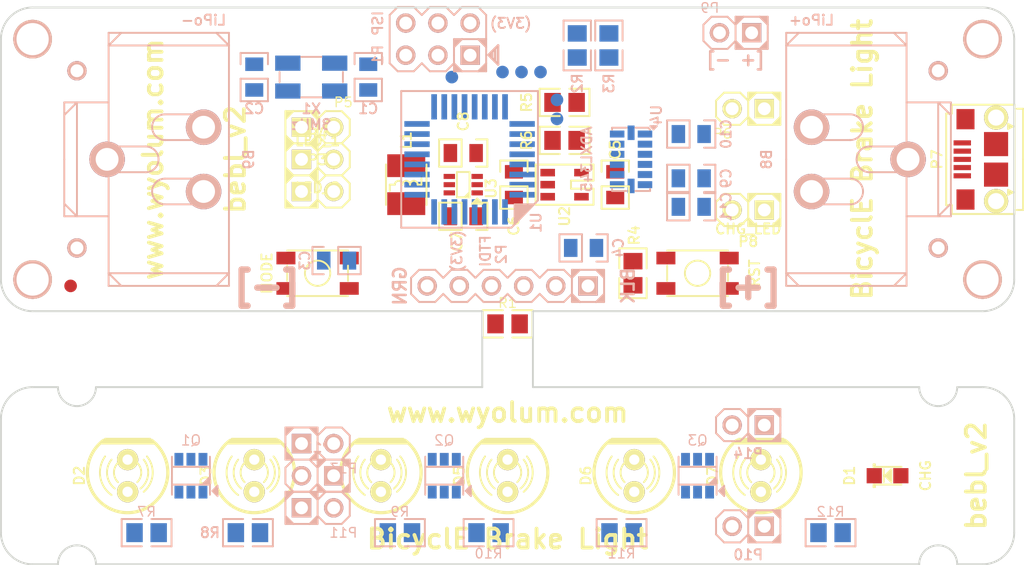
<source format=kicad_pcb>
(kicad_pcb (version 4) (host pcbnew 0.201501251816+5388~20~ubuntu14.10.1-product)

  (general
    (links 145)
    (no_connects 145)
    (area 29.615477 22.275 131.708334 92.1)
    (thickness 1.6)
    (drawings 89)
    (tracks 0)
    (zones 0)
    (modules 72)
    (nets 57)
  )

  (page A4)
  (layers
    (0 F.Cu signal)
    (31 B.Cu signal)
    (32 B.Adhes user)
    (33 F.Adhes user)
    (34 B.Paste user)
    (35 F.Paste user)
    (36 B.SilkS user)
    (37 F.SilkS user hide)
    (38 B.Mask user)
    (39 F.Mask user)
    (40 Dwgs.User user hide)
    (41 Cmts.User user)
    (42 Eco1.User user)
    (43 Eco2.User user)
    (44 Edge.Cuts user)
    (45 Margin user)
    (46 B.CrtYd user)
    (47 F.CrtYd user)
    (48 B.Fab user)
    (49 F.Fab user)
  )

  (setup
    (last_trace_width 0.3)
    (user_trace_width 0.2)
    (user_trace_width 0.3)
    (trace_clearance 0.25)
    (zone_clearance 0.508)
    (zone_45_only no)
    (trace_min 0.2)
    (segment_width 0.15)
    (edge_width 0.15)
    (via_size 0.889)
    (via_drill 0.635)
    (via_min_size 0.889)
    (via_min_drill 0.508)
    (uvia_size 0.508)
    (uvia_drill 0.127)
    (uvias_allowed no)
    (uvia_min_size 0.508)
    (uvia_min_drill 0.127)
    (pcb_text_width 0.15)
    (pcb_text_size 1 1)
    (mod_edge_width 0.15)
    (mod_text_size 0.8 0.8)
    (mod_text_width 0.15)
    (pad_size 1.905 1.905)
    (pad_drill 1.27)
    (pad_to_mask_clearance 0.2)
    (aux_axis_origin 0 0)
    (visible_elements 7FFEF77F)
    (pcbplotparams
      (layerselection 0x00030_80000001)
      (usegerberextensions false)
      (excludeedgelayer true)
      (linewidth 0.100000)
      (plotframeref false)
      (viasonmask false)
      (mode 1)
      (useauxorigin false)
      (hpglpennumber 1)
      (hpglpenspeed 20)
      (hpglpendiameter 15)
      (hpglpenoverlay 2)
      (psnegative false)
      (psa4output false)
      (plotreference true)
      (plotvalue true)
      (plotinvisibletext false)
      (padsonsilk false)
      (subtractmaskfromsilk false)
      (outputformat 1)
      (mirror false)
      (drillshape 1)
      (scaleselection 1)
      (outputdirectory ""))
  )

  (net 0 "")
  (net 1 "Net-(B1-Pad1)")
  (net 2 "Net-(B2-Pad1)")
  (net 3 "Net-(B3-Pad1)")
  (net 4 "Net-(B4-Pad1)")
  (net 5 "Net-(B5-Pad1)")
  (net 6 "Net-(B6-Pad1)")
  (net 7 /SS)
  (net 8 /BAT)
  (net 9 GND)
  (net 10 /PB6)
  (net 11 /PB7)
  (net 12 +3.3V)
  (net 13 "Net-(C4-Pad1)")
  (net 14 /RESET)
  (net 15 /VUSB)
  (net 16 "Net-(D2-Pad1)")
  (net 17 "Net-(D3-Pad1)")
  (net 18 "Net-(D4-Pad1)")
  (net 19 "Net-(D5-Pad1)")
  (net 20 /L)
  (net 21 /MISO)
  (net 22 /SCK)
  (net 23 /MOSI)
  (net 24 /RXD)
  (net 25 /TXD)
  (net 26 /ACL_INT1)
  (net 27 /ACL_INT2)
  (net 28 /SDA)
  (net 29 /SCL)
  (net 30 /PROG)
  (net 31 "Net-(P12-Pad2)")
  (net 32 /MODE)
  (net 33 "Net-(B7-Pad1)")
  (net 34 "Net-(D1-Pad1)")
  (net 35 "Net-(D1-Pad2)")
  (net 36 "Net-(D2-Pad2)")
  (net 37 "Net-(D3-Pad2)")
  (net 38 "Net-(D4-Pad2)")
  (net 39 "Net-(D5-Pad2)")
  (net 40 "Net-(D6-Pad1)")
  (net 41 "Net-(D6-Pad2)")
  (net 42 "Net-(D7-Pad1)")
  (net 43 "Net-(D7-Pad2)")
  (net 44 "Net-(P3-Pad2)")
  (net 45 "Net-(P4-Pad1)")
  (net 46 "Net-(P4-Pad2)")
  (net 47 "Net-(P5-Pad2)")
  (net 48 "Net-(P8-Pad2)")
  (net 49 "Net-(P11-Pad1)")
  (net 50 "Net-(P11-Pad2)")
  (net 51 "Net-(P12-Pad1)")
  (net 52 "Net-(P13-Pad1)")
  (net 53 "Net-(P13-Pad2)")
  (net 54 /LED_brd/3V3_LED)
  (net 55 "Net-(R5-Pad2)")
  (net 56 /LED_brd/GND_LED)

  (net_class Default "This is the default net class."
    (clearance 0.25)
    (trace_width 0.3)
    (via_dia 0.889)
    (via_drill 0.635)
    (uvia_dia 0.508)
    (uvia_drill 0.127)
    (add_net +3.3V)
    (add_net /ACL_INT1)
    (add_net /ACL_INT2)
    (add_net /BAT)
    (add_net /L)
    (add_net /LED_brd/3V3_LED)
    (add_net /LED_brd/GND_LED)
    (add_net /MISO)
    (add_net /MODE)
    (add_net /MOSI)
    (add_net /PB6)
    (add_net /PB7)
    (add_net /PROG)
    (add_net /RESET)
    (add_net /RXD)
    (add_net /SCK)
    (add_net /SCL)
    (add_net /SDA)
    (add_net /SS)
    (add_net /TXD)
    (add_net /VUSB)
    (add_net GND)
    (add_net "Net-(B1-Pad1)")
    (add_net "Net-(B2-Pad1)")
    (add_net "Net-(B3-Pad1)")
    (add_net "Net-(B4-Pad1)")
    (add_net "Net-(B5-Pad1)")
    (add_net "Net-(B6-Pad1)")
    (add_net "Net-(B7-Pad1)")
    (add_net "Net-(C4-Pad1)")
    (add_net "Net-(D1-Pad1)")
    (add_net "Net-(D1-Pad2)")
    (add_net "Net-(D2-Pad1)")
    (add_net "Net-(D2-Pad2)")
    (add_net "Net-(D3-Pad1)")
    (add_net "Net-(D3-Pad2)")
    (add_net "Net-(D4-Pad1)")
    (add_net "Net-(D4-Pad2)")
    (add_net "Net-(D5-Pad1)")
    (add_net "Net-(D5-Pad2)")
    (add_net "Net-(D6-Pad1)")
    (add_net "Net-(D6-Pad2)")
    (add_net "Net-(D7-Pad1)")
    (add_net "Net-(D7-Pad2)")
    (add_net "Net-(P11-Pad1)")
    (add_net "Net-(P11-Pad2)")
    (add_net "Net-(P12-Pad1)")
    (add_net "Net-(P12-Pad2)")
    (add_net "Net-(P13-Pad1)")
    (add_net "Net-(P13-Pad2)")
    (add_net "Net-(P3-Pad2)")
    (add_net "Net-(P4-Pad1)")
    (add_net "Net-(P4-Pad2)")
    (add_net "Net-(P5-Pad2)")
    (add_net "Net-(P8-Pad2)")
    (add_net "Net-(R5-Pad2)")
  )

  (net_class 0.2mm ""
    (clearance 0.2)
    (trace_width 0.2)
    (via_dia 0.889)
    (via_drill 0.635)
    (uvia_dia 0.508)
    (uvia_drill 0.127)
  )

  (module bebl_v2_pretty:batt_clip locked (layer B.Cu) (tedit 548EEF23) (tstamp 54545C4F)
    (at 98 50 180)
    (path /54491858)
    (fp_text reference B8 (at 3.556 0 270) (layer B.SilkS)
      (effects (font (size 0.8 0.8) (thickness 0.15)) (justify mirror))
    )
    (fp_text value LiPo+ (at 0 11 360) (layer B.SilkS)
      (effects (font (size 0.8 0.8) (thickness 0.15)) (justify mirror))
    )
    (fp_line (start -4.572 -1.016) (end -7.366 -1.016) (layer B.SilkS) (width 0.15))
    (fp_line (start -4.572 1.016) (end -7.366 1.016) (layer B.SilkS) (width 0.15))
    (fp_line (start -3.048 -1.524) (end 0 -1.524) (layer B.SilkS) (width 0.15))
    (fp_line (start -3.048 -3.556) (end 0 -3.556) (layer B.SilkS) (width 0.15))
    (fp_arc (start -3.048 -2.54) (end -3.048 -3.556) (angle -90) (layer B.SilkS) (width 0.15))
    (fp_arc (start -3.048 -2.54) (end -4.064 -2.54) (angle -90) (layer B.SilkS) (width 0.15))
    (fp_line (start -3.048 1.524) (end 0 1.524) (layer B.SilkS) (width 0.15))
    (fp_line (start -3.048 3.556) (end 0 3.556) (layer B.SilkS) (width 0.15))
    (fp_arc (start -3.048 2.54) (end -3.048 1.524) (angle -90) (layer B.SilkS) (width 0.15))
    (fp_arc (start -3.048 2.54) (end -4.064 2.54) (angle -90) (layer B.SilkS) (width 0.15))
    (fp_arc (start -4.572 0) (end -3.556 0) (angle -90) (layer B.SilkS) (width 0.15))
    (fp_arc (start -4.572 0) (end -4.572 1.016) (angle -90) (layer B.SilkS) (width 0.15))
    (fp_line (start -10 4.5) (end -11 3.5) (layer B.SilkS) (width 0.15))
    (fp_line (start -10 -4.5) (end -11 -3.5) (layer B.SilkS) (width 0.15))
    (fp_line (start 2 -9) (end 1 -10) (layer B.SilkS) (width 0.15))
    (fp_line (start -7.5 -9) (end -6.5 -10) (layer B.SilkS) (width 0.15))
    (fp_line (start -7.5 9) (end -6.5 10) (layer B.SilkS) (width 0.15))
    (fp_line (start 2 9) (end 1 10) (layer B.SilkS) (width 0.15))
    (fp_line (start -10 -4.5) (end -10 4.5) (layer B.SilkS) (width 0.15))
    (fp_line (start -7.5 -9) (end 2 -9) (layer B.SilkS) (width 0.15))
    (fp_line (start 2 9) (end -7.5 9) (layer B.SilkS) (width 0.15))
    (fp_line (start -7.5 4.5) (end -11 4.5) (layer B.SilkS) (width 0.15))
    (fp_line (start -11 4.5) (end -11 0) (layer B.SilkS) (width 0.15))
    (fp_line (start -11 0) (end -11 -4.5) (layer B.SilkS) (width 0.15))
    (fp_line (start -11 -4.5) (end -7.5 -4.5) (layer B.SilkS) (width 0.15))
    (fp_line (start -7.5 1) (end -7.5 10) (layer B.SilkS) (width 0.15))
    (fp_line (start -7.5 10) (end 2 10) (layer B.SilkS) (width 0.15))
    (fp_line (start -7.5 -10) (end -7.5 -1) (layer B.SilkS) (width 0.15))
    (fp_line (start 2 -10) (end -7.5 -10) (layer B.SilkS) (width 0.15))
    (fp_line (start 2 -10) (end 2 0) (layer B.SilkS) (width 0.15))
    (fp_line (start 2 0) (end 2 10) (layer B.SilkS) (width 0.15))
    (pad 1 thru_hole circle (at 0 2.54 180) (size 2.8 2.8) (drill 1.8) (layers *.Cu *.Mask B.SilkS)
      (net 8 /BAT))
    (pad 1 thru_hole circle (at 0 -2.54 180) (size 2.8 2.8) (drill 1.8) (layers *.Cu *.Mask B.SilkS)
      (net 8 /BAT))
    (pad 1 thru_hole circle (at -7.62 0 180) (size 2.8 2.8) (drill 1.8) (layers *.Cu *.Mask B.SilkS)
      (net 8 /BAT))
    (model /home/samata/projects-git/bebl_v2/kicad/3d_modules/smt_batt_clip.wrl
      (at (xyz 0.05 -0.4 -0.2))
      (scale (xyz 0.5 0.5 0.5))
      (rotate (xyz -90 0 180))
    )
    (model /home/anool/projects-git/bebl_v2/kicad/3d_modules/smt_batt_clip.wrl
      (at (xyz 0.05 -0.4 -0.2))
      (scale (xyz 0.5 0.5 0.5))
      (rotate (xyz -90 0 180))
    )
  )

  (module bebl_v2_pretty:batt_clip locked (layer B.Cu) (tedit 548EEF16) (tstamp 54545C75)
    (at 50 50)
    (path /54491E64)
    (fp_text reference B9 (at 3.556 0 90) (layer B.SilkS)
      (effects (font (size 0.8 0.8) (thickness 0.15)) (justify mirror))
    )
    (fp_text value LiPo- (at 0 -11 180) (layer B.SilkS)
      (effects (font (size 0.8 0.8) (thickness 0.15)) (justify mirror))
    )
    (fp_line (start -4.572 -1.016) (end -7.366 -1.016) (layer B.SilkS) (width 0.15))
    (fp_line (start -4.572 1.016) (end -7.366 1.016) (layer B.SilkS) (width 0.15))
    (fp_line (start -3.048 -1.524) (end 0 -1.524) (layer B.SilkS) (width 0.15))
    (fp_line (start -3.048 -3.556) (end 0 -3.556) (layer B.SilkS) (width 0.15))
    (fp_arc (start -3.048 -2.54) (end -3.048 -3.556) (angle -90) (layer B.SilkS) (width 0.15))
    (fp_arc (start -3.048 -2.54) (end -4.064 -2.54) (angle -90) (layer B.SilkS) (width 0.15))
    (fp_line (start -3.048 1.524) (end 0 1.524) (layer B.SilkS) (width 0.15))
    (fp_line (start -3.048 3.556) (end 0 3.556) (layer B.SilkS) (width 0.15))
    (fp_arc (start -3.048 2.54) (end -3.048 1.524) (angle -90) (layer B.SilkS) (width 0.15))
    (fp_arc (start -3.048 2.54) (end -4.064 2.54) (angle -90) (layer B.SilkS) (width 0.15))
    (fp_arc (start -4.572 0) (end -3.556 0) (angle -90) (layer B.SilkS) (width 0.15))
    (fp_arc (start -4.572 0) (end -4.572 1.016) (angle -90) (layer B.SilkS) (width 0.15))
    (fp_line (start -10 4.5) (end -11 3.5) (layer B.SilkS) (width 0.15))
    (fp_line (start -10 -4.5) (end -11 -3.5) (layer B.SilkS) (width 0.15))
    (fp_line (start 2 -9) (end 1 -10) (layer B.SilkS) (width 0.15))
    (fp_line (start -7.5 -9) (end -6.5 -10) (layer B.SilkS) (width 0.15))
    (fp_line (start -7.5 9) (end -6.5 10) (layer B.SilkS) (width 0.15))
    (fp_line (start 2 9) (end 1 10) (layer B.SilkS) (width 0.15))
    (fp_line (start -10 -4.5) (end -10 4.5) (layer B.SilkS) (width 0.15))
    (fp_line (start -7.5 -9) (end 2 -9) (layer B.SilkS) (width 0.15))
    (fp_line (start 2 9) (end -7.5 9) (layer B.SilkS) (width 0.15))
    (fp_line (start -7.5 4.5) (end -11 4.5) (layer B.SilkS) (width 0.15))
    (fp_line (start -11 4.5) (end -11 0) (layer B.SilkS) (width 0.15))
    (fp_line (start -11 0) (end -11 -4.5) (layer B.SilkS) (width 0.15))
    (fp_line (start -11 -4.5) (end -7.5 -4.5) (layer B.SilkS) (width 0.15))
    (fp_line (start -7.5 1) (end -7.5 10) (layer B.SilkS) (width 0.15))
    (fp_line (start -7.5 10) (end 2 10) (layer B.SilkS) (width 0.15))
    (fp_line (start -7.5 -10) (end -7.5 -1) (layer B.SilkS) (width 0.15))
    (fp_line (start 2 -10) (end -7.5 -10) (layer B.SilkS) (width 0.15))
    (fp_line (start 2 -10) (end 2 0) (layer B.SilkS) (width 0.15))
    (fp_line (start 2 0) (end 2 10) (layer B.SilkS) (width 0.15))
    (pad 1 thru_hole circle (at 0 2.54) (size 2.8 2.8) (drill 1.8) (layers *.Cu *.Mask B.SilkS)
      (net 9 GND))
    (pad 1 thru_hole circle (at 0 -2.54) (size 2.8 2.8) (drill 1.8) (layers *.Cu *.Mask B.SilkS)
      (net 9 GND))
    (pad 1 thru_hole circle (at -7.62 0) (size 2.8 2.8) (drill 1.8) (layers *.Cu *.Mask B.SilkS)
      (net 9 GND))
    (model /home/samata/projects-git/bebl_v2/kicad/3d_modules/smt_batt_clip.wrl
      (at (xyz 0.05 -0.4 -0.2))
      (scale (xyz 0.5 0.5 0.5))
      (rotate (xyz -90 0 180))
    )
    (model /home/anool/projects-git/bebl_v2/kicad/3d_modules/smt_batt_clip.wrl
      (at (xyz 0.05 -0.4 -0.2))
      (scale (xyz 0.5 0.5 0.5))
      (rotate (xyz -90 0 180))
    )
  )

  (module bebl_v2_pretty:pin_strip_2 (layer B.Cu) (tedit 548F04FC) (tstamp 548F08E1)
    (at 93 79 180)
    (descr "Pin strip 2pin")
    (tags "CONN DEV")
    (path /54819582/5481AF2E)
    (fp_text reference P10 (at 0 -2.25 180) (layer B.SilkS)
      (effects (font (size 0.8 0.8) (thickness 0.15)) (justify mirror))
    )
    (fp_text value LED_CHG (at 0 -3.1115 180) (layer B.SilkS) hide
      (effects (font (size 0.8 0.8) (thickness 0.15)) (justify mirror))
    )
    (fp_line (start -2.159 1.2065) (end -2.159 1.0795) (layer B.SilkS) (width 0.1524))
    (fp_line (start -2.286 1.2065) (end -2.286 0.9525) (layer B.SilkS) (width 0.1524))
    (fp_line (start -2.413 1.2065) (end -2.413 0.8255) (layer B.SilkS) (width 0.1524))
    (fp_line (start -0.381 1.2065) (end -0.381 1.0795) (layer B.SilkS) (width 0.1524))
    (fp_line (start -0.254 1.2065) (end -0.254 0.9525) (layer B.SilkS) (width 0.1524))
    (fp_line (start -0.127 1.2065) (end -0.127 0.8255) (layer B.SilkS) (width 0.1524))
    (fp_line (start -0.381 -1.2065) (end -0.381 -1.0795) (layer B.SilkS) (width 0.1524))
    (fp_line (start -0.254 -1.2065) (end -0.254 -0.9525) (layer B.SilkS) (width 0.1524))
    (fp_line (start -0.127 -1.2065) (end -0.127 -0.8255) (layer B.SilkS) (width 0.1524))
    (fp_line (start -2.159 -1.2065) (end -2.159 -1.0795) (layer B.SilkS) (width 0.1524))
    (fp_line (start -2.286 -1.2065) (end -2.286 -0.9525) (layer B.SilkS) (width 0.1524))
    (fp_line (start -2.413 -1.2065) (end -2.413 -0.8255) (layer B.SilkS) (width 0.1524))
    (fp_line (start -1.905 -1.27) (end -2.54 -1.27) (layer B.SilkS) (width 0.1524))
    (fp_line (start -2.54 -1.27) (end -2.54 -0.635) (layer B.SilkS) (width 0.1524))
    (fp_line (start 0 -0.635) (end 0 -1.27) (layer B.SilkS) (width 0.1524))
    (fp_line (start 0 -1.27) (end -0.635 -1.27) (layer B.SilkS) (width 0.1524))
    (fp_line (start -0.635 1.27) (end 0 1.27) (layer B.SilkS) (width 0.1524))
    (fp_line (start 0 1.27) (end 0 0.6985) (layer B.SilkS) (width 0.1524))
    (fp_line (start -2.54 0.635) (end -2.54 1.27) (layer B.SilkS) (width 0.1524))
    (fp_line (start -2.54 1.27) (end -1.905 1.27) (layer B.SilkS) (width 0.1524))
    (fp_line (start 0 0.635) (end 0 -0.635) (layer B.SilkS) (width 0.1524))
    (fp_line (start -2.54 0) (end -2.54 -0.635) (layer B.SilkS) (width 0.1524))
    (fp_line (start -2.54 -0.635) (end -1.905 -1.27) (layer B.SilkS) (width 0.1524))
    (fp_line (start -1.905 -1.27) (end -0.635 -1.27) (layer B.SilkS) (width 0.1524))
    (fp_line (start -0.635 -1.27) (end 0 -0.635) (layer B.SilkS) (width 0.1524))
    (fp_line (start 0 -0.635) (end 0.635 -1.27) (layer B.SilkS) (width 0.1524))
    (fp_line (start 0.635 -1.27) (end 1.905 -1.27) (layer B.SilkS) (width 0.1524))
    (fp_line (start 1.905 -1.27) (end 2.54 -0.635) (layer B.SilkS) (width 0.1524))
    (fp_line (start 2.54 -0.635) (end 2.54 0.635) (layer B.SilkS) (width 0.1524))
    (fp_line (start 2.54 0.635) (end 1.905 1.27) (layer B.SilkS) (width 0.1524))
    (fp_line (start 1.905 1.27) (end 0.635 1.27) (layer B.SilkS) (width 0.1524))
    (fp_line (start 0.635 1.27) (end 0 0.635) (layer B.SilkS) (width 0.1524))
    (fp_line (start 0 0.635) (end -0.635 1.27) (layer B.SilkS) (width 0.1524))
    (fp_line (start -0.635 1.27) (end -1.905 1.27) (layer B.SilkS) (width 0.1524))
    (fp_line (start -1.905 1.27) (end -2.54 0.635) (layer B.SilkS) (width 0.1524))
    (fp_line (start -2.54 0.635) (end -2.54 0) (layer B.SilkS) (width 0.1524))
    (pad 1 thru_hole rect (at -1.27 0 180) (size 1.524 1.524) (drill 1.016) (layers *.Cu *.Mask B.SilkS)
      (net 34 "Net-(D1-Pad1)"))
    (pad 2 thru_hole circle (at 1.27 0 180) (size 1.524 1.524) (drill 1.016) (layers *.Cu *.Mask B.SilkS)
      (net 35 "Net-(D1-Pad2)"))
    (model /home/samata/projects-git/bebl_v2/kicad/3d_modules/pin_strip_2.wrl
      (at (xyz 0 0 0))
      (scale (xyz 1 1 1))
      (rotate (xyz 0 0 0))
    )
    (model /home/anool/projects-git/bebl_v2/kicad/3d_modules/pin_strip_2.wrl
      (at (xyz 0 0 0))
      (scale (xyz 1 1 1))
      (rotate (xyz 0 0 0))
    )
  )

  (module bebl_v2_pretty:pin_socket_2 (layer F.Cu) (tedit 54CA6DBB) (tstamp 544EEE8F)
    (at 93 54 180)
    (descr "Pin strip 2pin")
    (tags "CONN DEV")
    (path /544F00AA)
    (fp_text reference P8 (at 0 -2.5 180) (layer F.SilkS)
      (effects (font (size 0.8 0.8) (thickness 0.15)))
    )
    (fp_text value CHG_LED (at 0 -1.5 180) (layer F.SilkS)
      (effects (font (size 0.8 0.8) (thickness 0.15)))
    )
    (fp_line (start -2.159 -1.2065) (end -2.159 -1.0795) (layer F.SilkS) (width 0.1524))
    (fp_line (start -2.286 -1.2065) (end -2.286 -0.9525) (layer F.SilkS) (width 0.1524))
    (fp_line (start -2.413 -1.2065) (end -2.413 -0.8255) (layer F.SilkS) (width 0.1524))
    (fp_line (start -0.381 -1.2065) (end -0.381 -1.0795) (layer F.SilkS) (width 0.1524))
    (fp_line (start -0.254 -1.2065) (end -0.254 -0.9525) (layer F.SilkS) (width 0.1524))
    (fp_line (start -0.127 -1.2065) (end -0.127 -0.8255) (layer F.SilkS) (width 0.1524))
    (fp_line (start -0.381 1.2065) (end -0.381 1.0795) (layer F.SilkS) (width 0.1524))
    (fp_line (start -0.254 1.2065) (end -0.254 0.9525) (layer F.SilkS) (width 0.1524))
    (fp_line (start -0.127 1.2065) (end -0.127 0.8255) (layer F.SilkS) (width 0.1524))
    (fp_line (start -2.159 1.2065) (end -2.159 1.0795) (layer F.SilkS) (width 0.1524))
    (fp_line (start -2.286 1.2065) (end -2.286 0.9525) (layer F.SilkS) (width 0.1524))
    (fp_line (start -2.413 1.2065) (end -2.413 0.8255) (layer F.SilkS) (width 0.1524))
    (fp_line (start -1.905 1.27) (end -2.54 1.27) (layer F.SilkS) (width 0.1524))
    (fp_line (start -2.54 1.27) (end -2.54 0.635) (layer F.SilkS) (width 0.1524))
    (fp_line (start 0 0.635) (end 0 1.27) (layer F.SilkS) (width 0.1524))
    (fp_line (start 0 1.27) (end -0.635 1.27) (layer F.SilkS) (width 0.1524))
    (fp_line (start -0.635 -1.27) (end 0 -1.27) (layer F.SilkS) (width 0.1524))
    (fp_line (start 0 -1.27) (end 0 -0.6985) (layer F.SilkS) (width 0.1524))
    (fp_line (start -2.54 -0.635) (end -2.54 -1.27) (layer F.SilkS) (width 0.1524))
    (fp_line (start -2.54 -1.27) (end -1.905 -1.27) (layer F.SilkS) (width 0.1524))
    (fp_line (start 0 -0.635) (end 0 0.635) (layer F.SilkS) (width 0.1524))
    (fp_line (start -2.54 0) (end -2.54 0.635) (layer F.SilkS) (width 0.1524))
    (fp_line (start -2.54 0.635) (end -1.905 1.27) (layer F.SilkS) (width 0.1524))
    (fp_line (start -1.905 1.27) (end -0.635 1.27) (layer F.SilkS) (width 0.1524))
    (fp_line (start -0.635 1.27) (end 0 0.635) (layer F.SilkS) (width 0.1524))
    (fp_line (start 0 0.635) (end 0.635 1.27) (layer F.SilkS) (width 0.1524))
    (fp_line (start 0.635 1.27) (end 1.905 1.27) (layer F.SilkS) (width 0.1524))
    (fp_line (start 1.905 1.27) (end 2.54 0.635) (layer F.SilkS) (width 0.1524))
    (fp_line (start 2.54 0.635) (end 2.54 -0.635) (layer F.SilkS) (width 0.1524))
    (fp_line (start 2.54 -0.635) (end 1.905 -1.27) (layer F.SilkS) (width 0.1524))
    (fp_line (start 1.905 -1.27) (end 0.635 -1.27) (layer F.SilkS) (width 0.1524))
    (fp_line (start 0.635 -1.27) (end 0 -0.635) (layer F.SilkS) (width 0.1524))
    (fp_line (start 0 -0.635) (end -0.635 -1.27) (layer F.SilkS) (width 0.1524))
    (fp_line (start -0.635 -1.27) (end -1.905 -1.27) (layer F.SilkS) (width 0.1524))
    (fp_line (start -1.905 -1.27) (end -2.54 -0.635) (layer F.SilkS) (width 0.1524))
    (fp_line (start -2.54 -0.635) (end -2.54 0) (layer F.SilkS) (width 0.1524))
    (pad 1 thru_hole rect (at -1.27 0 180) (size 1.524 1.524) (drill 1.016) (layers *.Cu *.Mask F.SilkS)
      (net 15 /VUSB))
    (pad 2 thru_hole circle (at 1.27 0 180) (size 1.524 1.524) (drill 1.016) (layers *.Cu *.Mask F.SilkS)
      (net 48 "Net-(P8-Pad2)"))
    (model /home/samata/projects-git/bebl_v2/kicad/3d_modules/female_pcb_pin_02.wrl
      (at (xyz 0 0 0))
      (scale (xyz 1 1 1))
      (rotate (xyz 0 0 0))
    )
    (model /home/anool/projects-git/bebl_v2/kicad/3d_modules/female_pcb_pin_02.wrl
      (at (xyz 0 0 0))
      (scale (xyz 0 0 0))
      (rotate (xyz 0 0 0))
    )
  )

  (module bebl_v2_pretty:pin_strip_2 (layer B.Cu) (tedit 548F0929) (tstamp 548F0937)
    (at 59 75 180)
    (descr "Pin strip 2pin")
    (tags "CONN DEV")
    (path /54819582/5481DBFE)
    (fp_text reference P12 (at 0 2.25 180) (layer B.SilkS)
      (effects (font (size 0.8 0.8) (thickness 0.15)) (justify mirror))
    )
    (fp_text value LED_2 (at 0 -3.1115 180) (layer B.SilkS) hide
      (effects (font (size 0.8 0.8) (thickness 0.15)) (justify mirror))
    )
    (fp_line (start -2.159 1.2065) (end -2.159 1.0795) (layer B.SilkS) (width 0.1524))
    (fp_line (start -2.286 1.2065) (end -2.286 0.9525) (layer B.SilkS) (width 0.1524))
    (fp_line (start -2.413 1.2065) (end -2.413 0.8255) (layer B.SilkS) (width 0.1524))
    (fp_line (start -0.381 1.2065) (end -0.381 1.0795) (layer B.SilkS) (width 0.1524))
    (fp_line (start -0.254 1.2065) (end -0.254 0.9525) (layer B.SilkS) (width 0.1524))
    (fp_line (start -0.127 1.2065) (end -0.127 0.8255) (layer B.SilkS) (width 0.1524))
    (fp_line (start -0.381 -1.2065) (end -0.381 -1.0795) (layer B.SilkS) (width 0.1524))
    (fp_line (start -0.254 -1.2065) (end -0.254 -0.9525) (layer B.SilkS) (width 0.1524))
    (fp_line (start -0.127 -1.2065) (end -0.127 -0.8255) (layer B.SilkS) (width 0.1524))
    (fp_line (start -2.159 -1.2065) (end -2.159 -1.0795) (layer B.SilkS) (width 0.1524))
    (fp_line (start -2.286 -1.2065) (end -2.286 -0.9525) (layer B.SilkS) (width 0.1524))
    (fp_line (start -2.413 -1.2065) (end -2.413 -0.8255) (layer B.SilkS) (width 0.1524))
    (fp_line (start -1.905 -1.27) (end -2.54 -1.27) (layer B.SilkS) (width 0.1524))
    (fp_line (start -2.54 -1.27) (end -2.54 -0.635) (layer B.SilkS) (width 0.1524))
    (fp_line (start 0 -0.635) (end 0 -1.27) (layer B.SilkS) (width 0.1524))
    (fp_line (start 0 -1.27) (end -0.635 -1.27) (layer B.SilkS) (width 0.1524))
    (fp_line (start -0.635 1.27) (end 0 1.27) (layer B.SilkS) (width 0.1524))
    (fp_line (start 0 1.27) (end 0 0.6985) (layer B.SilkS) (width 0.1524))
    (fp_line (start -2.54 0.635) (end -2.54 1.27) (layer B.SilkS) (width 0.1524))
    (fp_line (start -2.54 1.27) (end -1.905 1.27) (layer B.SilkS) (width 0.1524))
    (fp_line (start 0 0.635) (end 0 -0.635) (layer B.SilkS) (width 0.1524))
    (fp_line (start -2.54 0) (end -2.54 -0.635) (layer B.SilkS) (width 0.1524))
    (fp_line (start -2.54 -0.635) (end -1.905 -1.27) (layer B.SilkS) (width 0.1524))
    (fp_line (start -1.905 -1.27) (end -0.635 -1.27) (layer B.SilkS) (width 0.1524))
    (fp_line (start -0.635 -1.27) (end 0 -0.635) (layer B.SilkS) (width 0.1524))
    (fp_line (start 0 -0.635) (end 0.635 -1.27) (layer B.SilkS) (width 0.1524))
    (fp_line (start 0.635 -1.27) (end 1.905 -1.27) (layer B.SilkS) (width 0.1524))
    (fp_line (start 1.905 -1.27) (end 2.54 -0.635) (layer B.SilkS) (width 0.1524))
    (fp_line (start 2.54 -0.635) (end 2.54 0.635) (layer B.SilkS) (width 0.1524))
    (fp_line (start 2.54 0.635) (end 1.905 1.27) (layer B.SilkS) (width 0.1524))
    (fp_line (start 1.905 1.27) (end 0.635 1.27) (layer B.SilkS) (width 0.1524))
    (fp_line (start 0.635 1.27) (end 0 0.635) (layer B.SilkS) (width 0.1524))
    (fp_line (start 0 0.635) (end -0.635 1.27) (layer B.SilkS) (width 0.1524))
    (fp_line (start -0.635 1.27) (end -1.905 1.27) (layer B.SilkS) (width 0.1524))
    (fp_line (start -1.905 1.27) (end -2.54 0.635) (layer B.SilkS) (width 0.1524))
    (fp_line (start -2.54 0.635) (end -2.54 0) (layer B.SilkS) (width 0.1524))
    (pad 1 thru_hole rect (at -1.27 0 180) (size 1.524 1.524) (drill 1.016) (layers *.Cu *.Mask B.SilkS)
      (net 51 "Net-(P12-Pad1)"))
    (pad 2 thru_hole circle (at 1.27 0 180) (size 1.524 1.524) (drill 1.016) (layers *.Cu *.Mask B.SilkS)
      (net 31 "Net-(P12-Pad2)"))
    (model /home/samata/projects-git/bebl_v2/kicad/3d_modules/pin_strip_2.wrl
      (at (xyz 0 0 0))
      (scale (xyz 1 1 1))
      (rotate (xyz 0 0 0))
    )
    (model /home/anool/projects-git/bebl_v2/kicad/3d_modules/pin_strip_2.wrl
      (at (xyz 0 0 0))
      (scale (xyz 1 1 1))
      (rotate (xyz 0 0 0))
    )
  )

  (module bebl_v2_pretty:pin_strip_2 (layer B.Cu) (tedit 548F08ED) (tstamp 54CA6D90)
    (at 93 71 180)
    (descr "Pin strip 2pin")
    (tags "CONN DEV")
    (path /54819582/5481DBF7)
    (fp_text reference P14 (at 0 -2.25 180) (layer B.SilkS)
      (effects (font (size 0.8 0.8) (thickness 0.15)) (justify mirror))
    )
    (fp_text value LED_PWR (at 0 -3.1115 180) (layer B.SilkS) hide
      (effects (font (size 0.8 0.8) (thickness 0.15)) (justify mirror))
    )
    (fp_line (start -2.159 1.2065) (end -2.159 1.0795) (layer B.SilkS) (width 0.1524))
    (fp_line (start -2.286 1.2065) (end -2.286 0.9525) (layer B.SilkS) (width 0.1524))
    (fp_line (start -2.413 1.2065) (end -2.413 0.8255) (layer B.SilkS) (width 0.1524))
    (fp_line (start -0.381 1.2065) (end -0.381 1.0795) (layer B.SilkS) (width 0.1524))
    (fp_line (start -0.254 1.2065) (end -0.254 0.9525) (layer B.SilkS) (width 0.1524))
    (fp_line (start -0.127 1.2065) (end -0.127 0.8255) (layer B.SilkS) (width 0.1524))
    (fp_line (start -0.381 -1.2065) (end -0.381 -1.0795) (layer B.SilkS) (width 0.1524))
    (fp_line (start -0.254 -1.2065) (end -0.254 -0.9525) (layer B.SilkS) (width 0.1524))
    (fp_line (start -0.127 -1.2065) (end -0.127 -0.8255) (layer B.SilkS) (width 0.1524))
    (fp_line (start -2.159 -1.2065) (end -2.159 -1.0795) (layer B.SilkS) (width 0.1524))
    (fp_line (start -2.286 -1.2065) (end -2.286 -0.9525) (layer B.SilkS) (width 0.1524))
    (fp_line (start -2.413 -1.2065) (end -2.413 -0.8255) (layer B.SilkS) (width 0.1524))
    (fp_line (start -1.905 -1.27) (end -2.54 -1.27) (layer B.SilkS) (width 0.1524))
    (fp_line (start -2.54 -1.27) (end -2.54 -0.635) (layer B.SilkS) (width 0.1524))
    (fp_line (start 0 -0.635) (end 0 -1.27) (layer B.SilkS) (width 0.1524))
    (fp_line (start 0 -1.27) (end -0.635 -1.27) (layer B.SilkS) (width 0.1524))
    (fp_line (start -0.635 1.27) (end 0 1.27) (layer B.SilkS) (width 0.1524))
    (fp_line (start 0 1.27) (end 0 0.6985) (layer B.SilkS) (width 0.1524))
    (fp_line (start -2.54 0.635) (end -2.54 1.27) (layer B.SilkS) (width 0.1524))
    (fp_line (start -2.54 1.27) (end -1.905 1.27) (layer B.SilkS) (width 0.1524))
    (fp_line (start 0 0.635) (end 0 -0.635) (layer B.SilkS) (width 0.1524))
    (fp_line (start -2.54 0) (end -2.54 -0.635) (layer B.SilkS) (width 0.1524))
    (fp_line (start -2.54 -0.635) (end -1.905 -1.27) (layer B.SilkS) (width 0.1524))
    (fp_line (start -1.905 -1.27) (end -0.635 -1.27) (layer B.SilkS) (width 0.1524))
    (fp_line (start -0.635 -1.27) (end 0 -0.635) (layer B.SilkS) (width 0.1524))
    (fp_line (start 0 -0.635) (end 0.635 -1.27) (layer B.SilkS) (width 0.1524))
    (fp_line (start 0.635 -1.27) (end 1.905 -1.27) (layer B.SilkS) (width 0.1524))
    (fp_line (start 1.905 -1.27) (end 2.54 -0.635) (layer B.SilkS) (width 0.1524))
    (fp_line (start 2.54 -0.635) (end 2.54 0.635) (layer B.SilkS) (width 0.1524))
    (fp_line (start 2.54 0.635) (end 1.905 1.27) (layer B.SilkS) (width 0.1524))
    (fp_line (start 1.905 1.27) (end 0.635 1.27) (layer B.SilkS) (width 0.1524))
    (fp_line (start 0.635 1.27) (end 0 0.635) (layer B.SilkS) (width 0.1524))
    (fp_line (start 0 0.635) (end -0.635 1.27) (layer B.SilkS) (width 0.1524))
    (fp_line (start -0.635 1.27) (end -1.905 1.27) (layer B.SilkS) (width 0.1524))
    (fp_line (start -1.905 1.27) (end -2.54 0.635) (layer B.SilkS) (width 0.1524))
    (fp_line (start -2.54 0.635) (end -2.54 0) (layer B.SilkS) (width 0.1524))
    (pad 1 thru_hole rect (at -1.27 0 180) (size 1.524 1.524) (drill 1.016) (layers *.Cu *.Mask B.SilkS)
      (net 54 /LED_brd/3V3_LED))
    (pad 2 thru_hole circle (at 1.27 0 180) (size 1.524 1.524) (drill 1.016) (layers *.Cu *.Mask B.SilkS)
      (net 56 /LED_brd/GND_LED))
    (model /home/samata/projects-git/bebl_v2/kicad/3d_modules/pin_strip_2.wrl
      (at (xyz 0 0 0))
      (scale (xyz 1 1 1))
      (rotate (xyz 0 0 0))
    )
    (model /home/anool/projects-git/bebl_v2/kicad/3d_modules/pin_strip_2.wrl
      (at (xyz 0 0 0))
      (scale (xyz 1 1 1))
      (rotate (xyz 0 0 0))
    )
  )

  (module bebl_v2_pretty:pin_socket_2 (layer F.Cu) (tedit 548EF744) (tstamp 544EAC04)
    (at 59 50)
    (descr "Pin strip 2pin")
    (tags "CONN DEV")
    (path /544E73AB)
    (fp_text reference P4 (at 0 -2) (layer F.SilkS)
      (effects (font (size 0.8 0.8) (thickness 0.15)))
    )
    (fp_text value LED_2 (at 0 2.25) (layer F.SilkS)
      (effects (font (size 0.8 0.8) (thickness 0.15)))
    )
    (fp_line (start -2.159 -1.2065) (end -2.159 -1.0795) (layer F.SilkS) (width 0.1524))
    (fp_line (start -2.286 -1.2065) (end -2.286 -0.9525) (layer F.SilkS) (width 0.1524))
    (fp_line (start -2.413 -1.2065) (end -2.413 -0.8255) (layer F.SilkS) (width 0.1524))
    (fp_line (start -0.381 -1.2065) (end -0.381 -1.0795) (layer F.SilkS) (width 0.1524))
    (fp_line (start -0.254 -1.2065) (end -0.254 -0.9525) (layer F.SilkS) (width 0.1524))
    (fp_line (start -0.127 -1.2065) (end -0.127 -0.8255) (layer F.SilkS) (width 0.1524))
    (fp_line (start -0.381 1.2065) (end -0.381 1.0795) (layer F.SilkS) (width 0.1524))
    (fp_line (start -0.254 1.2065) (end -0.254 0.9525) (layer F.SilkS) (width 0.1524))
    (fp_line (start -0.127 1.2065) (end -0.127 0.8255) (layer F.SilkS) (width 0.1524))
    (fp_line (start -2.159 1.2065) (end -2.159 1.0795) (layer F.SilkS) (width 0.1524))
    (fp_line (start -2.286 1.2065) (end -2.286 0.9525) (layer F.SilkS) (width 0.1524))
    (fp_line (start -2.413 1.2065) (end -2.413 0.8255) (layer F.SilkS) (width 0.1524))
    (fp_line (start -1.905 1.27) (end -2.54 1.27) (layer F.SilkS) (width 0.1524))
    (fp_line (start -2.54 1.27) (end -2.54 0.635) (layer F.SilkS) (width 0.1524))
    (fp_line (start 0 0.635) (end 0 1.27) (layer F.SilkS) (width 0.1524))
    (fp_line (start 0 1.27) (end -0.635 1.27) (layer F.SilkS) (width 0.1524))
    (fp_line (start -0.635 -1.27) (end 0 -1.27) (layer F.SilkS) (width 0.1524))
    (fp_line (start 0 -1.27) (end 0 -0.6985) (layer F.SilkS) (width 0.1524))
    (fp_line (start -2.54 -0.635) (end -2.54 -1.27) (layer F.SilkS) (width 0.1524))
    (fp_line (start -2.54 -1.27) (end -1.905 -1.27) (layer F.SilkS) (width 0.1524))
    (fp_line (start 0 -0.635) (end 0 0.635) (layer F.SilkS) (width 0.1524))
    (fp_line (start -2.54 0) (end -2.54 0.635) (layer F.SilkS) (width 0.1524))
    (fp_line (start -2.54 0.635) (end -1.905 1.27) (layer F.SilkS) (width 0.1524))
    (fp_line (start -1.905 1.27) (end -0.635 1.27) (layer F.SilkS) (width 0.1524))
    (fp_line (start -0.635 1.27) (end 0 0.635) (layer F.SilkS) (width 0.1524))
    (fp_line (start 0 0.635) (end 0.635 1.27) (layer F.SilkS) (width 0.1524))
    (fp_line (start 0.635 1.27) (end 1.905 1.27) (layer F.SilkS) (width 0.1524))
    (fp_line (start 1.905 1.27) (end 2.54 0.635) (layer F.SilkS) (width 0.1524))
    (fp_line (start 2.54 0.635) (end 2.54 -0.635) (layer F.SilkS) (width 0.1524))
    (fp_line (start 2.54 -0.635) (end 1.905 -1.27) (layer F.SilkS) (width 0.1524))
    (fp_line (start 1.905 -1.27) (end 0.635 -1.27) (layer F.SilkS) (width 0.1524))
    (fp_line (start 0.635 -1.27) (end 0 -0.635) (layer F.SilkS) (width 0.1524))
    (fp_line (start 0 -0.635) (end -0.635 -1.27) (layer F.SilkS) (width 0.1524))
    (fp_line (start -0.635 -1.27) (end -1.905 -1.27) (layer F.SilkS) (width 0.1524))
    (fp_line (start -1.905 -1.27) (end -2.54 -0.635) (layer F.SilkS) (width 0.1524))
    (fp_line (start -2.54 -0.635) (end -2.54 0) (layer F.SilkS) (width 0.1524))
    (pad 1 thru_hole rect (at -1.27 0) (size 1.524 1.524) (drill 1.016) (layers *.Cu *.Mask F.SilkS)
      (net 45 "Net-(P4-Pad1)"))
    (pad 2 thru_hole circle (at 1.27 0) (size 1.524 1.524) (drill 1.016) (layers *.Cu *.Mask F.SilkS)
      (net 46 "Net-(P4-Pad2)"))
    (model /home/samata/projects-git/bebl_v2/kicad/3d_modules/female_pcb_pin_02.wrl
      (at (xyz 0 0 0))
      (scale (xyz 1 1 1))
      (rotate (xyz 0 0 0))
    )
    (model /home/anool/projects-git/bebl_v2/kicad/3d_modules/female_pcb_pin_02.wrl
      (at (xyz 0 0 0))
      (scale (xyz 0 0 0))
      (rotate (xyz 0 0 0))
    )
  )

  (module bebl_v2_pretty:pin_socket_2 (layer F.Cu) (tedit 548EF60C) (tstamp 544EABDB)
    (at 59 52.54)
    (descr "Pin strip 2pin")
    (tags "CONN DEV")
    (path /544F0628)
    (fp_text reference P3 (at 0 -2.5) (layer F.SilkS)
      (effects (font (size 0.8 0.8) (thickness 0.15)))
    )
    (fp_text value LED_1 (at 0 -4) (layer F.SilkS)
      (effects (font (size 0.8 0.8) (thickness 0.15)))
    )
    (fp_line (start -2.159 -1.2065) (end -2.159 -1.0795) (layer F.SilkS) (width 0.1524))
    (fp_line (start -2.286 -1.2065) (end -2.286 -0.9525) (layer F.SilkS) (width 0.1524))
    (fp_line (start -2.413 -1.2065) (end -2.413 -0.8255) (layer F.SilkS) (width 0.1524))
    (fp_line (start -0.381 -1.2065) (end -0.381 -1.0795) (layer F.SilkS) (width 0.1524))
    (fp_line (start -0.254 -1.2065) (end -0.254 -0.9525) (layer F.SilkS) (width 0.1524))
    (fp_line (start -0.127 -1.2065) (end -0.127 -0.8255) (layer F.SilkS) (width 0.1524))
    (fp_line (start -0.381 1.2065) (end -0.381 1.0795) (layer F.SilkS) (width 0.1524))
    (fp_line (start -0.254 1.2065) (end -0.254 0.9525) (layer F.SilkS) (width 0.1524))
    (fp_line (start -0.127 1.2065) (end -0.127 0.8255) (layer F.SilkS) (width 0.1524))
    (fp_line (start -2.159 1.2065) (end -2.159 1.0795) (layer F.SilkS) (width 0.1524))
    (fp_line (start -2.286 1.2065) (end -2.286 0.9525) (layer F.SilkS) (width 0.1524))
    (fp_line (start -2.413 1.2065) (end -2.413 0.8255) (layer F.SilkS) (width 0.1524))
    (fp_line (start -1.905 1.27) (end -2.54 1.27) (layer F.SilkS) (width 0.1524))
    (fp_line (start -2.54 1.27) (end -2.54 0.635) (layer F.SilkS) (width 0.1524))
    (fp_line (start 0 0.635) (end 0 1.27) (layer F.SilkS) (width 0.1524))
    (fp_line (start 0 1.27) (end -0.635 1.27) (layer F.SilkS) (width 0.1524))
    (fp_line (start -0.635 -1.27) (end 0 -1.27) (layer F.SilkS) (width 0.1524))
    (fp_line (start 0 -1.27) (end 0 -0.6985) (layer F.SilkS) (width 0.1524))
    (fp_line (start -2.54 -0.635) (end -2.54 -1.27) (layer F.SilkS) (width 0.1524))
    (fp_line (start -2.54 -1.27) (end -1.905 -1.27) (layer F.SilkS) (width 0.1524))
    (fp_line (start 0 -0.635) (end 0 0.635) (layer F.SilkS) (width 0.1524))
    (fp_line (start -2.54 0) (end -2.54 0.635) (layer F.SilkS) (width 0.1524))
    (fp_line (start -2.54 0.635) (end -1.905 1.27) (layer F.SilkS) (width 0.1524))
    (fp_line (start -1.905 1.27) (end -0.635 1.27) (layer F.SilkS) (width 0.1524))
    (fp_line (start -0.635 1.27) (end 0 0.635) (layer F.SilkS) (width 0.1524))
    (fp_line (start 0 0.635) (end 0.635 1.27) (layer F.SilkS) (width 0.1524))
    (fp_line (start 0.635 1.27) (end 1.905 1.27) (layer F.SilkS) (width 0.1524))
    (fp_line (start 1.905 1.27) (end 2.54 0.635) (layer F.SilkS) (width 0.1524))
    (fp_line (start 2.54 0.635) (end 2.54 -0.635) (layer F.SilkS) (width 0.1524))
    (fp_line (start 2.54 -0.635) (end 1.905 -1.27) (layer F.SilkS) (width 0.1524))
    (fp_line (start 1.905 -1.27) (end 0.635 -1.27) (layer F.SilkS) (width 0.1524))
    (fp_line (start 0.635 -1.27) (end 0 -0.635) (layer F.SilkS) (width 0.1524))
    (fp_line (start 0 -0.635) (end -0.635 -1.27) (layer F.SilkS) (width 0.1524))
    (fp_line (start -0.635 -1.27) (end -1.905 -1.27) (layer F.SilkS) (width 0.1524))
    (fp_line (start -1.905 -1.27) (end -2.54 -0.635) (layer F.SilkS) (width 0.1524))
    (fp_line (start -2.54 -0.635) (end -2.54 0) (layer F.SilkS) (width 0.1524))
    (pad 1 thru_hole rect (at -1.27 0) (size 1.524 1.524) (drill 1.016) (layers *.Cu *.Mask F.SilkS)
      (net 22 /SCK))
    (pad 2 thru_hole circle (at 1.27 0) (size 1.524 1.524) (drill 1.016) (layers *.Cu *.Mask F.SilkS)
      (net 44 "Net-(P3-Pad2)"))
    (model /home/samata/projects-git/bebl_v2/kicad/3d_modules/female_pcb_pin_02.wrl
      (at (xyz 0 0 0))
      (scale (xyz 1 1 1))
      (rotate (xyz 0 0 0))
    )
    (model /home/anool/projects-git/bebl_v2/kicad/3d_modules/female_pcb_pin_02.wrl
      (at (xyz 0 0 0))
      (scale (xyz 0 0 0))
      (rotate (xyz 0 0 0))
    )
  )

  (module bebl_v2_pretty:screw_3mm (layer F.Cu) (tedit 5451E1D7) (tstamp 544E6534)
    (at 108 57)
    (descr "vite 2,5mm")
    (path /544E7E26)
    (fp_text reference SC8 (at 0 1.0795) (layer F.SilkS) hide
      (effects (font (size 0.8 0.8) (thickness 0.15)))
    )
    (fp_text value SCREW (at 0.0635 -0.381) (layer F.SilkS) hide
      (effects (font (size 0.8 0.8) (thickness 0.15)))
    )
    (pad 1 thru_hole circle (at 0 0) (size 1.524 1.524) (drill 1.016) (layers *.Cu *.Mask B.SilkS))
  )

  (module bebl_v2_pretty:screw_3mm (layer F.Cu) (tedit 5451E1D3) (tstamp 544E652F)
    (at 108 43)
    (descr "vite 2,5mm")
    (path /544E7E20)
    (fp_text reference SC7 (at 0 1.0795) (layer F.SilkS) hide
      (effects (font (size 0.8 0.8) (thickness 0.15)))
    )
    (fp_text value SCREW (at 0.0635 -0.381) (layer F.SilkS) hide
      (effects (font (size 0.8 0.8) (thickness 0.15)))
    )
    (pad 1 thru_hole circle (at 0 0) (size 1.524 1.524) (drill 1.016) (layers *.Cu *.Mask B.SilkS))
  )

  (module bebl_v2_pretty:screw_3mm (layer F.Cu) (tedit 5451E1C5) (tstamp 544E652A)
    (at 40 43)
    (descr "vite 2,5mm")
    (path /544E7E1A)
    (fp_text reference SC6 (at 0 1.0795) (layer F.SilkS) hide
      (effects (font (size 0.8 0.8) (thickness 0.15)))
    )
    (fp_text value SCREW (at 0.0635 -0.381) (layer F.SilkS) hide
      (effects (font (size 0.8 0.8) (thickness 0.15)))
    )
    (pad 1 thru_hole circle (at 0 0) (size 1.524 1.524) (drill 1.016) (layers *.Cu *.Mask B.SilkS))
  )

  (module bebl_v2_pretty:screw_3mm (layer F.Cu) (tedit 5451E1CB) (tstamp 544E6525)
    (at 40 57)
    (descr "vite 2,5mm")
    (path /544E7E14)
    (fp_text reference SC5 (at 0 1.0795) (layer F.SilkS) hide
      (effects (font (size 0.8 0.8) (thickness 0.15)))
    )
    (fp_text value SCREW (at 0.0635 -0.381) (layer F.SilkS) hide
      (effects (font (size 0.8 0.8) (thickness 0.15)))
    )
    (pad 1 thru_hole circle (at 0 0) (size 1.524 1.524) (drill 1.016) (layers *.Cu *.Mask B.SilkS))
  )

  (module bebl_v2_pretty:Switch_SMT locked (layer F.Cu) (tedit 5451DEB2) (tstamp 544E5774)
    (at 59 59)
    (descr "EVQ-Q2F03W Compatible")
    (tags "Switch SMT")
    (path /544EC7EE)
    (attr smd)
    (fp_text reference SW2 (at 0 0) (layer F.SilkS) hide
      (effects (font (size 0.8 0.8) (thickness 0.15)))
    )
    (fp_text value MODE (at -4 0 90) (layer F.SilkS)
      (effects (font (size 0.8 0.8) (thickness 0.15)))
    )
    (fp_circle (center 0 0) (end -1 0) (layer F.SilkS) (width 0.15))
    (fp_line (start -2.4 -0.6) (end -2.4 0.6) (layer F.SilkS) (width 0.15))
    (fp_line (start 2.4 0.6) (end 2.4 -0.6) (layer F.SilkS) (width 0.15))
    (fp_line (start -2.4 1.8) (end 2.4 1.8) (layer F.SilkS) (width 0.15))
    (fp_line (start 2.4 -1.8) (end -2.4 -1.8) (layer F.SilkS) (width 0.15))
    (pad 1 smd rect (at 2.5 -1.2) (size 1.5 1) (layers F.Cu F.Paste F.Mask)
      (net 9 GND))
    (pad 2 smd rect (at 2.5 1.2) (size 1.5 1) (layers F.Cu F.Paste F.Mask)
      (net 32 /MODE))
    (pad 1 smd rect (at -2.5 -1.2) (size 1.5 1) (layers F.Cu F.Paste F.Mask)
      (net 9 GND))
    (pad 2 smd rect (at -2.5 1.2) (size 1.5 1) (layers F.Cu F.Paste F.Mask)
      (net 32 /MODE))
    (model /home/samata/projects-git/bebl_v2/kicad/3d_modules/smd_push2.wrl
      (at (xyz 0 0 0))
      (scale (xyz 0.6 0.8 0.8))
      (rotate (xyz 0 0 90))
    )
    (model /home/anool/projects-git/bebl_v2/kicad/3d_modules/smd_push2.wrl
      (at (xyz 0 0 0))
      (scale (xyz 0.6 0.8 0.8))
      (rotate (xyz 0 0 90))
    )
  )

  (module bebl_v2_pretty:r_0805 (layer B.Cu) (tedit 5451D757) (tstamp 544E5767)
    (at 53.5 79.5 180)
    (descr "SMT resistor, 0805")
    (path /54819582/5481A872)
    (attr smd)
    (fp_text reference R8 (at 3 0 180) (layer B.SilkS)
      (effects (font (size 0.8 0.8) (thickness 0.15)) (justify mirror))
    )
    (fp_text value 56E (at 0 0 180) (layer B.SilkS) hide
      (effects (font (size 0.8 0.8) (thickness 0.15)) (justify mirror))
    )
    (fp_line (start 0.381 -1.0795) (end 1.9685 -1.0795) (layer B.SilkS) (width 0.1524))
    (fp_line (start 1.9685 -1.0795) (end 1.9685 1.0795) (layer B.SilkS) (width 0.1524))
    (fp_line (start 1.9685 1.0795) (end 0.381 1.0795) (layer B.SilkS) (width 0.1524))
    (fp_line (start -0.381 1.0795) (end -1.905 1.0795) (layer B.SilkS) (width 0.1524))
    (fp_line (start -1.905 1.0795) (end -1.9685 1.0795) (layer B.SilkS) (width 0.1524))
    (fp_line (start -1.9685 1.0795) (end -1.9685 -1.0795) (layer B.SilkS) (width 0.1524))
    (fp_line (start -1.9685 -1.0795) (end -0.381 -1.0795) (layer B.SilkS) (width 0.1524))
    (pad 1 smd rect (at 0.9525 0 180) (size 1.30048 1.4986) (layers B.Cu B.Paste B.Mask)
      (net 17 "Net-(D3-Pad1)"))
    (pad 2 smd rect (at -0.9525 0 180) (size 1.30048 1.4986) (layers B.Cu B.Paste B.Mask)
      (net 54 /LED_brd/3V3_LED))
    (model /home/samata/projects-git/bebl_v2/kicad/3d_modules/r_0805.wrl
      (at (xyz 0 0 0))
      (scale (xyz 1 1 1))
      (rotate (xyz 0 0 0))
    )
    (model /home/anool/projects-git/bebl_v2/kicad/3d_modules/r_0805.wrl
      (at (xyz 0 0 0))
      (scale (xyz 1 1 1))
      (rotate (xyz 0 0 0))
    )
  )

  (module bebl_v2_pretty:c_0805 (layer B.Cu) (tedit 5451D908) (tstamp 54545C82)
    (at 63 43.5 270)
    (descr "SMT capacitor, 0805")
    (path /4EC128EB)
    (attr smd)
    (fp_text reference C1 (at 2.5 0 360) (layer B.SilkS)
      (effects (font (size 0.8 0.8) (thickness 0.15)) (justify mirror))
    )
    (fp_text value 22p (at 0 1.7145 270) (layer B.SilkS) hide
      (effects (font (size 0.8 0.8) (thickness 0.15)) (justify mirror))
    )
    (fp_line (start 1.905 -1.0795) (end 0.127 -1.0795) (layer B.SilkS) (width 0.1524))
    (fp_line (start 1.905 1.0795) (end 0.127 1.0795) (layer B.SilkS) (width 0.1524))
    (fp_line (start -1.016 -1.0795) (end -1.905 -1.0795) (layer B.SilkS) (width 0.1524))
    (fp_line (start -1.905 1.0795) (end -1.016 1.0795) (layer B.SilkS) (width 0.1524))
    (fp_line (start 0.127 1.0795) (end 0.127 -1.0795) (layer B.SilkS) (width 0.1524))
    (fp_line (start 1.905 1.0795) (end 1.905 -1.0795) (layer B.SilkS) (width 0.1524))
    (fp_line (start -1.905 1.0795) (end -1.905 -1.0795) (layer B.SilkS) (width 0.1524))
    (pad 1 smd rect (at 1.016 0 270) (size 1.0668 1.4224) (layers B.Cu B.Paste B.Mask)
      (net 10 /PB6))
    (pad 2 smd rect (at -1.016 0 270) (size 1.0668 1.4224) (layers B.Cu B.Paste B.Mask)
      (net 9 GND))
    (model /home/samata/projects-git/bebl_v2/kicad/3d_modules/C0805.wrl
      (at (xyz 0 0 0))
      (scale (xyz 0.5 0.5 0.5))
      (rotate (xyz 0 0 0))
    )
    (model /home/anool/projects-git/bebl_v2/kicad/3d_modules/C0805.wrl
      (at (xyz 0 0 0))
      (scale (xyz 0.5 0.5 0.5))
      (rotate (xyz 0 0 0))
    )
  )

  (module bebl_v2_pretty:c_0805 (layer B.Cu) (tedit 5451D8FB) (tstamp 54545C8F)
    (at 54 43.5 270)
    (descr "SMT capacitor, 0805")
    (path /4EC1290E)
    (attr smd)
    (fp_text reference C2 (at 2.5 0 360) (layer B.SilkS)
      (effects (font (size 0.8 0.8) (thickness 0.15)) (justify mirror))
    )
    (fp_text value 22p (at 0 1.7145 270) (layer B.SilkS) hide
      (effects (font (size 0.8 0.8) (thickness 0.15)) (justify mirror))
    )
    (fp_line (start 1.905 -1.0795) (end 0.127 -1.0795) (layer B.SilkS) (width 0.1524))
    (fp_line (start 1.905 1.0795) (end 0.127 1.0795) (layer B.SilkS) (width 0.1524))
    (fp_line (start -1.016 -1.0795) (end -1.905 -1.0795) (layer B.SilkS) (width 0.1524))
    (fp_line (start -1.905 1.0795) (end -1.016 1.0795) (layer B.SilkS) (width 0.1524))
    (fp_line (start 0.127 1.0795) (end 0.127 -1.0795) (layer B.SilkS) (width 0.1524))
    (fp_line (start 1.905 1.0795) (end 1.905 -1.0795) (layer B.SilkS) (width 0.1524))
    (fp_line (start -1.905 1.0795) (end -1.905 -1.0795) (layer B.SilkS) (width 0.1524))
    (pad 1 smd rect (at 1.016 0 270) (size 1.0668 1.4224) (layers B.Cu B.Paste B.Mask)
      (net 9 GND))
    (pad 2 smd rect (at -1.016 0 270) (size 1.0668 1.4224) (layers B.Cu B.Paste B.Mask)
      (net 11 /PB7))
    (model /home/samata/projects-git/bebl_v2/kicad/3d_modules/C0805.wrl
      (at (xyz 0 0 0))
      (scale (xyz 0.5 0.5 0.5))
      (rotate (xyz 0 0 0))
    )
    (model /home/anool/projects-git/bebl_v2/kicad/3d_modules/C0805.wrl
      (at (xyz 0 0 0))
      (scale (xyz 0.5 0.5 0.5))
      (rotate (xyz 0 0 0))
    )
  )

  (module bebl_v2_pretty:c_0805 (layer B.Cu) (tedit 5451D90B) (tstamp 54545C9C)
    (at 60.5 58)
    (descr "SMT capacitor, 0805")
    (path /4DCA7BAC)
    (attr smd)
    (fp_text reference C3 (at -2.5 0 90) (layer B.SilkS)
      (effects (font (size 0.8 0.8) (thickness 0.15)) (justify mirror))
    )
    (fp_text value 100n (at 0 1.7145) (layer B.SilkS) hide
      (effects (font (size 0.8 0.8) (thickness 0.15)) (justify mirror))
    )
    (fp_line (start 1.905 -1.0795) (end 0.127 -1.0795) (layer B.SilkS) (width 0.1524))
    (fp_line (start 1.905 1.0795) (end 0.127 1.0795) (layer B.SilkS) (width 0.1524))
    (fp_line (start -1.016 -1.0795) (end -1.905 -1.0795) (layer B.SilkS) (width 0.1524))
    (fp_line (start -1.905 1.0795) (end -1.016 1.0795) (layer B.SilkS) (width 0.1524))
    (fp_line (start 0.127 1.0795) (end 0.127 -1.0795) (layer B.SilkS) (width 0.1524))
    (fp_line (start 1.905 1.0795) (end 1.905 -1.0795) (layer B.SilkS) (width 0.1524))
    (fp_line (start -1.905 1.0795) (end -1.905 -1.0795) (layer B.SilkS) (width 0.1524))
    (pad 1 smd rect (at 1.016 0) (size 1.0668 1.4224) (layers B.Cu B.Paste B.Mask)
      (net 12 +3.3V))
    (pad 2 smd rect (at -1.016 0) (size 1.0668 1.4224) (layers B.Cu B.Paste B.Mask)
      (net 9 GND))
    (model /home/samata/projects-git/bebl_v2/kicad/3d_modules/C0805.wrl
      (at (xyz 0 0 0))
      (scale (xyz 0.5 0.5 0.5))
      (rotate (xyz 0 0 0))
    )
    (model /home/anool/projects-git/bebl_v2/kicad/3d_modules/C0805.wrl
      (at (xyz 0 0 0))
      (scale (xyz 0.5 0.5 0.5))
      (rotate (xyz 0 0 0))
    )
  )

  (module bebl_v2_pretty:c_0805 (layer B.Cu) (tedit 5451D8E8) (tstamp 54545CA9)
    (at 80 57 180)
    (descr "SMT capacitor, 0805")
    (path /5415F8B1)
    (attr smd)
    (fp_text reference C4 (at -2.75 0 270) (layer B.SilkS)
      (effects (font (size 0.8 0.8) (thickness 0.15)) (justify mirror))
    )
    (fp_text value 100n (at 0 1.7145 180) (layer B.SilkS) hide
      (effects (font (size 0.8 0.8) (thickness 0.15)) (justify mirror))
    )
    (fp_line (start 1.905 -1.0795) (end 0.127 -1.0795) (layer B.SilkS) (width 0.1524))
    (fp_line (start 1.905 1.0795) (end 0.127 1.0795) (layer B.SilkS) (width 0.1524))
    (fp_line (start -1.016 -1.0795) (end -1.905 -1.0795) (layer B.SilkS) (width 0.1524))
    (fp_line (start -1.905 1.0795) (end -1.016 1.0795) (layer B.SilkS) (width 0.1524))
    (fp_line (start 0.127 1.0795) (end 0.127 -1.0795) (layer B.SilkS) (width 0.1524))
    (fp_line (start 1.905 1.0795) (end 1.905 -1.0795) (layer B.SilkS) (width 0.1524))
    (fp_line (start -1.905 1.0795) (end -1.905 -1.0795) (layer B.SilkS) (width 0.1524))
    (pad 1 smd rect (at 1.016 0 180) (size 1.0668 1.4224) (layers B.Cu B.Paste B.Mask)
      (net 13 "Net-(C4-Pad1)"))
    (pad 2 smd rect (at -1.016 0 180) (size 1.0668 1.4224) (layers B.Cu B.Paste B.Mask)
      (net 14 /RESET))
    (model /home/samata/projects-git/bebl_v2/kicad/3d_modules/C0805.wrl
      (at (xyz 0 0 0))
      (scale (xyz 0.5 0.5 0.5))
      (rotate (xyz 0 0 0))
    )
    (model /home/anool/projects-git/bebl_v2/kicad/3d_modules/C0805.wrl
      (at (xyz 0 0 0))
      (scale (xyz 0.5 0.5 0.5))
      (rotate (xyz 0 0 0))
    )
  )

  (module bebl_v2_pretty:c_0805 (layer F.Cu) (tedit 5451DEBF) (tstamp 54545CD0)
    (at 70.5 54.5 180)
    (descr "SMT capacitor, 0805")
    (path /5415D639)
    (attr smd)
    (fp_text reference C7 (at 0.5 -2 270) (layer F.SilkS)
      (effects (font (size 0.8 0.8) (thickness 0.15)))
    )
    (fp_text value 10uF (at 0 0 180) (layer F.SilkS) hide
      (effects (font (size 0.8 0.8) (thickness 0.15)))
    )
    (fp_line (start 1.905 1.0795) (end 0.127 1.0795) (layer F.SilkS) (width 0.1524))
    (fp_line (start 1.905 -1.0795) (end 0.127 -1.0795) (layer F.SilkS) (width 0.1524))
    (fp_line (start -1.016 1.0795) (end -1.905 1.0795) (layer F.SilkS) (width 0.1524))
    (fp_line (start -1.905 -1.0795) (end -1.016 -1.0795) (layer F.SilkS) (width 0.1524))
    (fp_line (start 0.127 -1.0795) (end 0.127 1.0795) (layer F.SilkS) (width 0.1524))
    (fp_line (start 1.905 -1.0795) (end 1.905 1.0795) (layer F.SilkS) (width 0.1524))
    (fp_line (start -1.905 -1.0795) (end -1.905 1.0795) (layer F.SilkS) (width 0.1524))
    (pad 1 smd rect (at 1.016 0 180) (size 1.0668 1.4224) (layers F.Cu F.Paste F.Mask)
      (net 8 /BAT))
    (pad 2 smd rect (at -1.016 0 180) (size 1.0668 1.4224) (layers F.Cu F.Paste F.Mask)
      (net 9 GND))
    (model /home/samata/projects-git/bebl_v2/kicad/3d_modules/C0805.wrl
      (at (xyz 0 0 0))
      (scale (xyz 0.5 0.5 0.5))
      (rotate (xyz 0 0 0))
    )
    (model /home/anool/projects-git/bebl_v2/kicad/3d_modules/C0805.wrl
      (at (xyz 0 0 0))
      (scale (xyz 0.5 0.5 0.5))
      (rotate (xyz 0 0 0))
    )
  )

  (module bebl_v2_pretty:c_0805 (layer F.Cu) (tedit 548EF3A6) (tstamp 54545CDD)
    (at 82.5 52 270)
    (descr "SMT capacitor, 0805")
    (path /5415E493)
    (attr smd)
    (fp_text reference C5 (at -2.75 0 270) (layer F.SilkS)
      (effects (font (size 0.8 0.8) (thickness 0.15)))
    )
    (fp_text value 4u7 (at 0 0 270) (layer F.SilkS) hide
      (effects (font (size 0.8 0.8) (thickness 0.15)))
    )
    (fp_line (start 1.905 1.0795) (end 0.127 1.0795) (layer F.SilkS) (width 0.1524))
    (fp_line (start 1.905 -1.0795) (end 0.127 -1.0795) (layer F.SilkS) (width 0.1524))
    (fp_line (start -1.016 1.0795) (end -1.905 1.0795) (layer F.SilkS) (width 0.1524))
    (fp_line (start -1.905 -1.0795) (end -1.016 -1.0795) (layer F.SilkS) (width 0.1524))
    (fp_line (start 0.127 -1.0795) (end 0.127 1.0795) (layer F.SilkS) (width 0.1524))
    (fp_line (start 1.905 -1.0795) (end 1.905 1.0795) (layer F.SilkS) (width 0.1524))
    (fp_line (start -1.905 -1.0795) (end -1.905 1.0795) (layer F.SilkS) (width 0.1524))
    (pad 1 smd rect (at 1.016 0 270) (size 1.0668 1.4224) (layers F.Cu F.Paste F.Mask)
      (net 15 /VUSB))
    (pad 2 smd rect (at -1.016 0 270) (size 1.0668 1.4224) (layers F.Cu F.Paste F.Mask)
      (net 9 GND))
    (model /home/samata/projects-git/bebl_v2/kicad/3d_modules/C0805.wrl
      (at (xyz 0 0 0))
      (scale (xyz 0.5 0.5 0.5))
      (rotate (xyz 0 0 0))
    )
    (model /home/anool/projects-git/bebl_v2/kicad/3d_modules/C0805.wrl
      (at (xyz 0 0 0))
      (scale (xyz 0.5 0.5 0.5))
      (rotate (xyz 0 0 0))
    )
  )

  (module bebl_v2_pretty:c_0805 (layer B.Cu) (tedit 5451D8B2) (tstamp 54545CEA)
    (at 88.5 51.5 180)
    (descr "SMT capacitor, 0805")
    (path /542E7DE5)
    (attr smd)
    (fp_text reference C9 (at -2.75 0 270) (layer B.SilkS)
      (effects (font (size 0.8 0.8) (thickness 0.15)) (justify mirror))
    )
    (fp_text value 10uF (at 0 1.7145 180) (layer B.SilkS) hide
      (effects (font (size 0.8 0.8) (thickness 0.15)) (justify mirror))
    )
    (fp_line (start 1.905 -1.0795) (end 0.127 -1.0795) (layer B.SilkS) (width 0.1524))
    (fp_line (start 1.905 1.0795) (end 0.127 1.0795) (layer B.SilkS) (width 0.1524))
    (fp_line (start -1.016 -1.0795) (end -1.905 -1.0795) (layer B.SilkS) (width 0.1524))
    (fp_line (start -1.905 1.0795) (end -1.016 1.0795) (layer B.SilkS) (width 0.1524))
    (fp_line (start 0.127 1.0795) (end 0.127 -1.0795) (layer B.SilkS) (width 0.1524))
    (fp_line (start 1.905 1.0795) (end 1.905 -1.0795) (layer B.SilkS) (width 0.1524))
    (fp_line (start -1.905 1.0795) (end -1.905 -1.0795) (layer B.SilkS) (width 0.1524))
    (pad 1 smd rect (at 1.016 0 180) (size 1.0668 1.4224) (layers B.Cu B.Paste B.Mask)
      (net 12 +3.3V))
    (pad 2 smd rect (at -1.016 0 180) (size 1.0668 1.4224) (layers B.Cu B.Paste B.Mask)
      (net 9 GND))
    (model /home/samata/projects-git/bebl_v2/kicad/3d_modules/C0805.wrl
      (at (xyz 0 0 0))
      (scale (xyz 0.5 0.5 0.5))
      (rotate (xyz 0 0 0))
    )
    (model /home/anool/projects-git/bebl_v2/kicad/3d_modules/C0805.wrl
      (at (xyz 0 0 0))
      (scale (xyz 0.5 0.5 0.5))
      (rotate (xyz 0 0 0))
    )
  )

  (module bebl_v2_pretty:c_0805 (layer F.Cu) (tedit 548EF4AB) (tstamp 54545CF7)
    (at 70.5 49.5 180)
    (descr "SMT capacitor, 0805")
    (path /5415D64B)
    (attr smd)
    (fp_text reference C8 (at 0 2.5 270) (layer F.SilkS)
      (effects (font (size 0.8 0.8) (thickness 0.15)))
    )
    (fp_text value 10uF (at 0 0 180) (layer F.SilkS) hide
      (effects (font (size 0.8 0.8) (thickness 0.15)))
    )
    (fp_line (start 1.905 1.0795) (end 0.127 1.0795) (layer F.SilkS) (width 0.1524))
    (fp_line (start 1.905 -1.0795) (end 0.127 -1.0795) (layer F.SilkS) (width 0.1524))
    (fp_line (start -1.016 1.0795) (end -1.905 1.0795) (layer F.SilkS) (width 0.1524))
    (fp_line (start -1.905 -1.0795) (end -1.016 -1.0795) (layer F.SilkS) (width 0.1524))
    (fp_line (start 0.127 -1.0795) (end 0.127 1.0795) (layer F.SilkS) (width 0.1524))
    (fp_line (start 1.905 -1.0795) (end 1.905 1.0795) (layer F.SilkS) (width 0.1524))
    (fp_line (start -1.905 -1.0795) (end -1.905 1.0795) (layer F.SilkS) (width 0.1524))
    (pad 1 smd rect (at 1.016 0 180) (size 1.0668 1.4224) (layers F.Cu F.Paste F.Mask)
      (net 12 +3.3V))
    (pad 2 smd rect (at -1.016 0 180) (size 1.0668 1.4224) (layers F.Cu F.Paste F.Mask)
      (net 9 GND))
    (model /home/samata/projects-git/bebl_v2/kicad/3d_modules/C0805.wrl
      (at (xyz 0 0 0))
      (scale (xyz 0.5 0.5 0.5))
      (rotate (xyz 0 0 0))
    )
    (model /home/anool/projects-git/bebl_v2/kicad/3d_modules/C0805.wrl
      (at (xyz 0 0 0))
      (scale (xyz 0.5 0.5 0.5))
      (rotate (xyz 0 0 0))
    )
  )

  (module bebl_v2_pretty:c_0805 (layer B.Cu) (tedit 5451D8AD) (tstamp 54545D04)
    (at 88.5 53.75 180)
    (descr "SMT capacitor, 0805")
    (path /542E7DD7)
    (attr smd)
    (fp_text reference C11 (at -2.75 0 270) (layer B.SilkS)
      (effects (font (size 0.8 0.8) (thickness 0.15)) (justify mirror))
    )
    (fp_text value 100nF (at 0 1.7145 180) (layer B.SilkS) hide
      (effects (font (size 0.8 0.8) (thickness 0.15)) (justify mirror))
    )
    (fp_line (start 1.905 -1.0795) (end 0.127 -1.0795) (layer B.SilkS) (width 0.1524))
    (fp_line (start 1.905 1.0795) (end 0.127 1.0795) (layer B.SilkS) (width 0.1524))
    (fp_line (start -1.016 -1.0795) (end -1.905 -1.0795) (layer B.SilkS) (width 0.1524))
    (fp_line (start -1.905 1.0795) (end -1.016 1.0795) (layer B.SilkS) (width 0.1524))
    (fp_line (start 0.127 1.0795) (end 0.127 -1.0795) (layer B.SilkS) (width 0.1524))
    (fp_line (start 1.905 1.0795) (end 1.905 -1.0795) (layer B.SilkS) (width 0.1524))
    (fp_line (start -1.905 1.0795) (end -1.905 -1.0795) (layer B.SilkS) (width 0.1524))
    (pad 1 smd rect (at 1.016 0 180) (size 1.0668 1.4224) (layers B.Cu B.Paste B.Mask)
      (net 12 +3.3V))
    (pad 2 smd rect (at -1.016 0 180) (size 1.0668 1.4224) (layers B.Cu B.Paste B.Mask)
      (net 9 GND))
    (model /home/samata/projects-git/bebl_v2/kicad/3d_modules/C0805.wrl
      (at (xyz 0 0 0))
      (scale (xyz 0.5 0.5 0.5))
      (rotate (xyz 0 0 0))
    )
    (model /home/anool/projects-git/bebl_v2/kicad/3d_modules/C0805.wrl
      (at (xyz 0 0 0))
      (scale (xyz 0.5 0.5 0.5))
      (rotate (xyz 0 0 0))
    )
  )

  (module bebl_v2_pretty:c_0805 (layer F.Cu) (tedit 548EF43B) (tstamp 54545D11)
    (at 74.5 52 270)
    (descr "SMT capacitor, 0805")
    (path /5415E4EE)
    (attr smd)
    (fp_text reference C6 (at 3.25 0 270) (layer F.SilkS)
      (effects (font (size 0.8 0.8) (thickness 0.15)))
    )
    (fp_text value 4u7 (at 0 0 270) (layer F.SilkS) hide
      (effects (font (size 0.8 0.8) (thickness 0.15)))
    )
    (fp_line (start 1.905 1.0795) (end 0.127 1.0795) (layer F.SilkS) (width 0.1524))
    (fp_line (start 1.905 -1.0795) (end 0.127 -1.0795) (layer F.SilkS) (width 0.1524))
    (fp_line (start -1.016 1.0795) (end -1.905 1.0795) (layer F.SilkS) (width 0.1524))
    (fp_line (start -1.905 -1.0795) (end -1.016 -1.0795) (layer F.SilkS) (width 0.1524))
    (fp_line (start 0.127 -1.0795) (end 0.127 1.0795) (layer F.SilkS) (width 0.1524))
    (fp_line (start 1.905 -1.0795) (end 1.905 1.0795) (layer F.SilkS) (width 0.1524))
    (fp_line (start -1.905 -1.0795) (end -1.905 1.0795) (layer F.SilkS) (width 0.1524))
    (pad 1 smd rect (at 1.016 0 270) (size 1.0668 1.4224) (layers F.Cu F.Paste F.Mask)
      (net 8 /BAT))
    (pad 2 smd rect (at -1.016 0 270) (size 1.0668 1.4224) (layers F.Cu F.Paste F.Mask)
      (net 9 GND))
    (model /home/samata/projects-git/bebl_v2/kicad/3d_modules/C0805.wrl
      (at (xyz 0 0 0))
      (scale (xyz 0.5 0.5 0.5))
      (rotate (xyz 0 0 0))
    )
    (model /home/anool/projects-git/bebl_v2/kicad/3d_modules/C0805.wrl
      (at (xyz 0 0 0))
      (scale (xyz 0.5 0.5 0.5))
      (rotate (xyz 0 0 0))
    )
  )

  (module bebl_v2_pretty:c_0805 (layer B.Cu) (tedit 548EF082) (tstamp 54545D1E)
    (at 88.5 48 180)
    (descr "SMT capacitor, 0805")
    (path /542E7DC9)
    (attr smd)
    (fp_text reference C10 (at -2.75 0 270) (layer B.SilkS)
      (effects (font (size 0.8 0.8) (thickness 0.15)) (justify mirror))
    )
    (fp_text value 100nF (at 0 1.7145 180) (layer B.SilkS) hide
      (effects (font (size 0.8 0.8) (thickness 0.15)) (justify mirror))
    )
    (fp_line (start 1.905 -1.0795) (end 0.127 -1.0795) (layer B.SilkS) (width 0.1524))
    (fp_line (start 1.905 1.0795) (end 0.127 1.0795) (layer B.SilkS) (width 0.1524))
    (fp_line (start -1.016 -1.0795) (end -1.905 -1.0795) (layer B.SilkS) (width 0.1524))
    (fp_line (start -1.905 1.0795) (end -1.016 1.0795) (layer B.SilkS) (width 0.1524))
    (fp_line (start 0.127 1.0795) (end 0.127 -1.0795) (layer B.SilkS) (width 0.1524))
    (fp_line (start 1.905 1.0795) (end 1.905 -1.0795) (layer B.SilkS) (width 0.1524))
    (fp_line (start -1.905 1.0795) (end -1.905 -1.0795) (layer B.SilkS) (width 0.1524))
    (pad 1 smd rect (at 1.016 0 180) (size 1.0668 1.4224) (layers B.Cu B.Paste B.Mask)
      (net 12 +3.3V))
    (pad 2 smd rect (at -1.016 0 180) (size 1.0668 1.4224) (layers B.Cu B.Paste B.Mask)
      (net 9 GND))
    (model /home/samata/projects-git/bebl_v2/kicad/3d_modules/C0805.wrl
      (at (xyz 0 0 0))
      (scale (xyz 0.5 0.5 0.5))
      (rotate (xyz 0 0 0))
    )
    (model /home/anool/projects-git/bebl_v2/kicad/3d_modules/C0805.wrl
      (at (xyz 0 0 0))
      (scale (xyz 0.5 0.5 0.5))
      (rotate (xyz 0 0 0))
    )
  )

  (module bebl_v2_pretty:LED-5MM (layer F.Cu) (tedit 548EF879) (tstamp 54545D2F)
    (at 94 75 90)
    (descr "LED 5mm - Lead pitch 100mil (2,54mm)")
    (tags "LED led 5mm 5MM 100mil 2,54mm")
    (path /54819582/5481A828)
    (fp_text reference D7 (at 0 -3.81 90) (layer F.SilkS)
      (effects (font (size 0.8 0.8) (thickness 0.15)))
    )
    (fp_text value LED_D (at 0 3.81 90) (layer F.SilkS) hide
      (effects (font (size 0.8 0.8) (thickness 0.15)))
    )
    (fp_line (start 2.921 1.778) (end 2.921 -1.778) (layer F.SilkS) (width 0.15))
    (fp_line (start 2.794 -1.905) (end 2.794 1.905) (layer F.SilkS) (width 0.15))
    (fp_line (start 2.667 2.032) (end 2.667 -1.905) (layer F.SilkS) (width 0.15))
    (fp_line (start 2.54 -2.032) (end 2.54 2.286) (layer F.SilkS) (width 0.15))
    (fp_arc (start 0.254 0) (end 1.524 1.524) (angle 90) (layer F.SilkS) (width 0.15))
    (fp_arc (start 0.254 0) (end 1.27 1.27) (angle 90) (layer F.SilkS) (width 0.15))
    (fp_arc (start 0.254 0) (end 1.016 0.762) (angle 90) (layer F.SilkS) (width 0.15))
    (fp_arc (start 0.254 0) (end -1.524 -1.27) (angle 90) (layer F.SilkS) (width 0.15))
    (fp_arc (start 0.254 0) (end -1.016 -1.016) (angle 90) (layer F.SilkS) (width 0.15))
    (fp_arc (start 0.254 0) (end -0.508 -0.762) (angle 90) (layer F.SilkS) (width 0.15))
    (fp_arc (start 0.254 0) (end 2.794 1.905) (angle 286.2) (layer F.SilkS) (width 0.254))
    (pad 1 thru_hole circle (at -1.27 0 90) (size 1.6764 1.6764) (drill 0.8128) (layers *.Cu *.Mask F.SilkS)
      (net 42 "Net-(D7-Pad1)"))
    (pad 2 thru_hole circle (at 1.27 0 90) (size 1.6764 1.6764) (drill 0.8128) (layers *.Cu *.Mask F.SilkS)
      (net 43 "Net-(D7-Pad2)"))
    (model /home/samata/projects-git/bebl_v2/kicad/3d_modules/led5_vertical.wrl
      (at (xyz 0 0 0))
      (scale (xyz 1 1 1))
      (rotate (xyz 0 0 0))
    )
    (model /home/anool/projects-git/bebl_v2/kicad/3d_modules/led5_vertical.wrl
      (at (xyz 0 0 0))
      (scale (xyz 1 1 1))
      (rotate (xyz 0 0 0))
    )
  )

  (module bebl_v2_pretty:LED-5MM locked (layer F.Cu) (tedit 548F0F5C) (tstamp 54545D40)
    (at 84 75 90)
    (descr "LED 5mm - Lead pitch 100mil (2,54mm)")
    (tags "LED led 5mm 5MM 100mil 2,54mm")
    (path /54819582/5481A821)
    (fp_text reference D6 (at 0 -3.81 90) (layer F.SilkS)
      (effects (font (size 0.8 0.8) (thickness 0.15)))
    )
    (fp_text value LED_P (at 0 3.81 90) (layer F.SilkS) hide
      (effects (font (size 0.8 0.8) (thickness 0.15)))
    )
    (fp_line (start 2.921 1.778) (end 2.921 -1.778) (layer F.SilkS) (width 0.15))
    (fp_line (start 2.794 -1.905) (end 2.794 1.905) (layer F.SilkS) (width 0.15))
    (fp_line (start 2.667 2.032) (end 2.667 -1.905) (layer F.SilkS) (width 0.15))
    (fp_line (start 2.54 -2.032) (end 2.54 2.286) (layer F.SilkS) (width 0.15))
    (fp_arc (start 0.254 0) (end 1.524 1.524) (angle 90) (layer F.SilkS) (width 0.15))
    (fp_arc (start 0.254 0) (end 1.27 1.27) (angle 90) (layer F.SilkS) (width 0.15))
    (fp_arc (start 0.254 0) (end 1.016 0.762) (angle 90) (layer F.SilkS) (width 0.15))
    (fp_arc (start 0.254 0) (end -1.524 -1.27) (angle 90) (layer F.SilkS) (width 0.15))
    (fp_arc (start 0.254 0) (end -1.016 -1.016) (angle 90) (layer F.SilkS) (width 0.15))
    (fp_arc (start 0.254 0) (end -0.508 -0.762) (angle 90) (layer F.SilkS) (width 0.15))
    (fp_arc (start 0.254 0) (end 2.794 1.905) (angle 286.2) (layer F.SilkS) (width 0.254))
    (pad 1 thru_hole circle (at -1.27 0 90) (size 1.6764 1.6764) (drill 0.8128) (layers *.Cu *.Mask F.SilkS)
      (net 40 "Net-(D6-Pad1)"))
    (pad 2 thru_hole circle (at 1.27 0 90) (size 1.6764 1.6764) (drill 0.8128) (layers *.Cu *.Mask F.SilkS)
      (net 41 "Net-(D6-Pad2)"))
    (model /home/samata/projects-git/bebl_v2/kicad/3d_modules/led5_vertical.wrl
      (at (xyz 0 0 0))
      (scale (xyz 1 1 1))
      (rotate (xyz 0 0 0))
    )
    (model /home/anool/projects-git/bebl_v2/kicad/3d_modules/led5_vertical.wrl
      (at (xyz 0 0 0))
      (scale (xyz 1 1 1))
      (rotate (xyz 0 0 0))
    )
  )

  (module bebl_v2_pretty:LED-5MM locked (layer F.Cu) (tedit 548F0F4D) (tstamp 54545D51)
    (at 74 75 90)
    (descr "LED 5mm - Lead pitch 100mil (2,54mm)")
    (tags "LED led 5mm 5MM 100mil 2,54mm")
    (path /54819582/5481A81A)
    (fp_text reference D5 (at 0 -3.81 90) (layer F.SilkS)
      (effects (font (size 0.8 0.8) (thickness 0.15)))
    )
    (fp_text value LED_P (at 0 3.81 90) (layer F.SilkS) hide
      (effects (font (size 0.8 0.8) (thickness 0.15)))
    )
    (fp_line (start 2.921 1.778) (end 2.921 -1.778) (layer F.SilkS) (width 0.15))
    (fp_line (start 2.794 -1.905) (end 2.794 1.905) (layer F.SilkS) (width 0.15))
    (fp_line (start 2.667 2.032) (end 2.667 -1.905) (layer F.SilkS) (width 0.15))
    (fp_line (start 2.54 -2.032) (end 2.54 2.286) (layer F.SilkS) (width 0.15))
    (fp_arc (start 0.254 0) (end 1.524 1.524) (angle 90) (layer F.SilkS) (width 0.15))
    (fp_arc (start 0.254 0) (end 1.27 1.27) (angle 90) (layer F.SilkS) (width 0.15))
    (fp_arc (start 0.254 0) (end 1.016 0.762) (angle 90) (layer F.SilkS) (width 0.15))
    (fp_arc (start 0.254 0) (end -1.524 -1.27) (angle 90) (layer F.SilkS) (width 0.15))
    (fp_arc (start 0.254 0) (end -1.016 -1.016) (angle 90) (layer F.SilkS) (width 0.15))
    (fp_arc (start 0.254 0) (end -0.508 -0.762) (angle 90) (layer F.SilkS) (width 0.15))
    (fp_arc (start 0.254 0) (end 2.794 1.905) (angle 286.2) (layer F.SilkS) (width 0.254))
    (pad 1 thru_hole circle (at -1.27 0 90) (size 1.6764 1.6764) (drill 0.8128) (layers *.Cu *.Mask F.SilkS)
      (net 19 "Net-(D5-Pad1)"))
    (pad 2 thru_hole circle (at 1.27 0 90) (size 1.6764 1.6764) (drill 0.8128) (layers *.Cu *.Mask F.SilkS)
      (net 39 "Net-(D5-Pad2)"))
    (model /home/samata/projects-git/bebl_v2/kicad/3d_modules/led5_vertical.wrl
      (at (xyz 0 0 0))
      (scale (xyz 1 1 1))
      (rotate (xyz 0 0 0))
    )
    (model /home/anool/projects-git/bebl_v2/kicad/3d_modules/led5_vertical.wrl
      (at (xyz 0 0 0))
      (scale (xyz 1 1 1))
      (rotate (xyz 0 0 0))
    )
  )

  (module bebl_v2_pretty:LED-5MM locked (layer F.Cu) (tedit 5451D679) (tstamp 54545D62)
    (at 64 75 90)
    (descr "LED 5mm - Lead pitch 100mil (2,54mm)")
    (tags "LED led 5mm 5MM 100mil 2,54mm")
    (path /54819582/5481A813)
    (fp_text reference D4 (at 0 -3.81 90) (layer F.SilkS)
      (effects (font (size 0.8 0.8) (thickness 0.15)))
    )
    (fp_text value LED_P (at 0 3.81 90) (layer F.SilkS) hide
      (effects (font (size 0.8 0.8) (thickness 0.15)))
    )
    (fp_line (start 2.921 1.778) (end 2.921 -1.778) (layer F.SilkS) (width 0.15))
    (fp_line (start 2.794 -1.905) (end 2.794 1.905) (layer F.SilkS) (width 0.15))
    (fp_line (start 2.667 2.032) (end 2.667 -1.905) (layer F.SilkS) (width 0.15))
    (fp_line (start 2.54 -2.032) (end 2.54 2.286) (layer F.SilkS) (width 0.15))
    (fp_arc (start 0.254 0) (end 1.524 1.524) (angle 90) (layer F.SilkS) (width 0.15))
    (fp_arc (start 0.254 0) (end 1.27 1.27) (angle 90) (layer F.SilkS) (width 0.15))
    (fp_arc (start 0.254 0) (end 1.016 0.762) (angle 90) (layer F.SilkS) (width 0.15))
    (fp_arc (start 0.254 0) (end -1.524 -1.27) (angle 90) (layer F.SilkS) (width 0.15))
    (fp_arc (start 0.254 0) (end -1.016 -1.016) (angle 90) (layer F.SilkS) (width 0.15))
    (fp_arc (start 0.254 0) (end -0.508 -0.762) (angle 90) (layer F.SilkS) (width 0.15))
    (fp_arc (start 0.254 0) (end 2.794 1.905) (angle 286.2) (layer F.SilkS) (width 0.254))
    (pad 1 thru_hole circle (at -1.27 0 90) (size 1.6764 1.6764) (drill 0.8128) (layers *.Cu *.Mask F.SilkS)
      (net 18 "Net-(D4-Pad1)"))
    (pad 2 thru_hole circle (at 1.27 0 90) (size 1.6764 1.6764) (drill 0.8128) (layers *.Cu *.Mask F.SilkS)
      (net 38 "Net-(D4-Pad2)"))
    (model /home/samata/projects-git/bebl_v2/kicad/3d_modules/led5_vertical.wrl
      (at (xyz 0 0 0))
      (scale (xyz 1 1 1))
      (rotate (xyz 0 0 0))
    )
    (model /home/anool/projects-git/bebl_v2/kicad/3d_modules/led5_vertical.wrl
      (at (xyz 0 0 0))
      (scale (xyz 1 1 1))
      (rotate (xyz 0 0 0))
    )
  )

  (module bebl_v2_pretty:LED-5MM locked (layer F.Cu) (tedit 548F0F32) (tstamp 54545D73)
    (at 54 75 90)
    (descr "LED 5mm - Lead pitch 100mil (2,54mm)")
    (tags "LED led 5mm 5MM 100mil 2,54mm")
    (path /54819582/5481A80C)
    (fp_text reference D3 (at 0 -3.81 90) (layer F.SilkS)
      (effects (font (size 0.8 0.8) (thickness 0.15)))
    )
    (fp_text value LED_P (at 0 3.81 90) (layer F.SilkS) hide
      (effects (font (size 0.8 0.8) (thickness 0.15)))
    )
    (fp_line (start 2.921 1.778) (end 2.921 -1.778) (layer F.SilkS) (width 0.15))
    (fp_line (start 2.794 -1.905) (end 2.794 1.905) (layer F.SilkS) (width 0.15))
    (fp_line (start 2.667 2.032) (end 2.667 -1.905) (layer F.SilkS) (width 0.15))
    (fp_line (start 2.54 -2.032) (end 2.54 2.286) (layer F.SilkS) (width 0.15))
    (fp_arc (start 0.254 0) (end 1.524 1.524) (angle 90) (layer F.SilkS) (width 0.15))
    (fp_arc (start 0.254 0) (end 1.27 1.27) (angle 90) (layer F.SilkS) (width 0.15))
    (fp_arc (start 0.254 0) (end 1.016 0.762) (angle 90) (layer F.SilkS) (width 0.15))
    (fp_arc (start 0.254 0) (end -1.524 -1.27) (angle 90) (layer F.SilkS) (width 0.15))
    (fp_arc (start 0.254 0) (end -1.016 -1.016) (angle 90) (layer F.SilkS) (width 0.15))
    (fp_arc (start 0.254 0) (end -0.508 -0.762) (angle 90) (layer F.SilkS) (width 0.15))
    (fp_arc (start 0.254 0) (end 2.794 1.905) (angle 286.2) (layer F.SilkS) (width 0.254))
    (pad 1 thru_hole circle (at -1.27 0 90) (size 1.6764 1.6764) (drill 0.8128) (layers *.Cu *.Mask F.SilkS)
      (net 17 "Net-(D3-Pad1)"))
    (pad 2 thru_hole circle (at 1.27 0 90) (size 1.6764 1.6764) (drill 0.8128) (layers *.Cu *.Mask F.SilkS)
      (net 37 "Net-(D3-Pad2)"))
    (model /home/samata/projects-git/bebl_v2/kicad/3d_modules/led5_vertical.wrl
      (at (xyz 0 0 0))
      (scale (xyz 1 1 1))
      (rotate (xyz 0 0 0))
    )
    (model /home/anool/projects-git/bebl_v2/kicad/3d_modules/led5_vertical.wrl
      (at (xyz 0 0 0))
      (scale (xyz 1 1 1))
      (rotate (xyz 0 0 0))
    )
  )

  (module bebl_v2_pretty:LED-5MM locked (layer F.Cu) (tedit 548F0F23) (tstamp 54545D84)
    (at 44 75 90)
    (descr "LED 5mm - Lead pitch 100mil (2,54mm)")
    (tags "LED led 5mm 5MM 100mil 2,54mm")
    (path /54819582/5481A805)
    (fp_text reference D2 (at 0 -3.81 90) (layer F.SilkS)
      (effects (font (size 0.8 0.8) (thickness 0.15)))
    )
    (fp_text value LED_B (at 0 3.81 90) (layer F.SilkS) hide
      (effects (font (size 0.8 0.8) (thickness 0.15)))
    )
    (fp_line (start 2.921 1.778) (end 2.921 -1.778) (layer F.SilkS) (width 0.15))
    (fp_line (start 2.794 -1.905) (end 2.794 1.905) (layer F.SilkS) (width 0.15))
    (fp_line (start 2.667 2.032) (end 2.667 -1.905) (layer F.SilkS) (width 0.15))
    (fp_line (start 2.54 -2.032) (end 2.54 2.286) (layer F.SilkS) (width 0.15))
    (fp_arc (start 0.254 0) (end 1.524 1.524) (angle 90) (layer F.SilkS) (width 0.15))
    (fp_arc (start 0.254 0) (end 1.27 1.27) (angle 90) (layer F.SilkS) (width 0.15))
    (fp_arc (start 0.254 0) (end 1.016 0.762) (angle 90) (layer F.SilkS) (width 0.15))
    (fp_arc (start 0.254 0) (end -1.524 -1.27) (angle 90) (layer F.SilkS) (width 0.15))
    (fp_arc (start 0.254 0) (end -1.016 -1.016) (angle 90) (layer F.SilkS) (width 0.15))
    (fp_arc (start 0.254 0) (end -0.508 -0.762) (angle 90) (layer F.SilkS) (width 0.15))
    (fp_arc (start 0.254 0) (end 2.794 1.905) (angle 286.2) (layer F.SilkS) (width 0.254))
    (pad 1 thru_hole circle (at -1.27 0 90) (size 1.6764 1.6764) (drill 0.8128) (layers *.Cu *.Mask F.SilkS)
      (net 16 "Net-(D2-Pad1)"))
    (pad 2 thru_hole circle (at 1.27 0 90) (size 1.6764 1.6764) (drill 0.8128) (layers *.Cu *.Mask F.SilkS)
      (net 36 "Net-(D2-Pad2)"))
    (model /home/samata/projects-git/bebl_v2/kicad/3d_modules/led5_vertical.wrl
      (at (xyz 0 0 0))
      (scale (xyz 1 1 1))
      (rotate (xyz 0 0 0))
    )
    (model /home/anool/projects-git/bebl_v2/kicad/3d_modules/led5_vertical.wrl
      (at (xyz 0 0 0))
      (scale (xyz 1 1 1))
      (rotate (xyz 0 0 0))
    )
  )

  (module bebl_v2_pretty:LED-0805 (layer F.Cu) (tedit 548EF7C2) (tstamp 54545DB2)
    (at 104 75 180)
    (descr "LED 0805 smd package")
    (tags "LED 0805 SMD")
    (path /54819582/5481AF27)
    (attr smd)
    (fp_text reference D1 (at 3 0 270) (layer F.SilkS)
      (effects (font (size 0.8 0.8) (thickness 0.15)))
    )
    (fp_text value CHG (at -3 0 270) (layer F.SilkS)
      (effects (font (size 0.8 0.8) (thickness 0.15)))
    )
    (fp_line (start 0.3 -0.5) (end 0.3 0.5) (layer F.SilkS) (width 0.15))
    (fp_line (start 0.1 0.1) (end 0.1 -0.1) (layer F.SilkS) (width 0.15))
    (fp_line (start 0 -0.2) (end 0 0.2) (layer F.SilkS) (width 0.15))
    (fp_line (start -0.1 0.3) (end -0.1 -0.3) (layer F.SilkS) (width 0.15))
    (fp_line (start -0.2 -0.4) (end -0.2 0.4) (layer F.SilkS) (width 0.15))
    (fp_line (start -0.3 -0.5) (end -0.3 0.5) (layer F.SilkS) (width 0.15))
    (fp_line (start -0.3 0.5) (end 0.2 0) (layer F.SilkS) (width 0.15))
    (fp_line (start 0.2 0) (end -0.3 -0.5) (layer F.SilkS) (width 0.15))
    (fp_line (start 1.1 0.7) (end 1.1 0.9) (layer F.SilkS) (width 0.15))
    (fp_line (start 1.1 0.9) (end 1 0.9) (layer F.SilkS) (width 0.15))
    (fp_line (start 1 0.9) (end 1 0.7) (layer F.SilkS) (width 0.15))
    (fp_line (start 1.1 -0.7) (end 1.1 -0.9) (layer F.SilkS) (width 0.15))
    (fp_line (start 1.1 -0.9) (end 1 -0.9) (layer F.SilkS) (width 0.15))
    (fp_line (start 1 -0.9) (end 1 -0.7) (layer F.SilkS) (width 0.15))
    (fp_line (start -1.1 -0.7) (end 1.1 -0.7) (layer F.SilkS) (width 0.15))
    (fp_line (start 1.1 0.7) (end -1.1 0.7) (layer F.SilkS) (width 0.15))
    (pad 1 smd rect (at -1.05 0 180) (size 1.2 1.2) (layers F.Cu F.Paste F.Mask)
      (net 34 "Net-(D1-Pad1)"))
    (pad 2 smd rect (at 1.05 0 180) (size 1.2 1.2) (layers F.Cu F.Paste F.Mask)
      (net 35 "Net-(D1-Pad2)"))
    (model /home/samata/projects-git/bebl_v2/kicad/3d_modules/cree_clm3c.wrl
      (at (xyz 0 0 0))
      (scale (xyz 1 1 1))
      (rotate (xyz 0 0 0))
    )
    (model /home/anool/projects-git/bebl_v2/kicad/3d_modules/cree_clm3c.wrl
      (at (xyz 0 0 0))
      (scale (xyz 1 1 1))
      (rotate (xyz 0 0 0))
    )
  )

  (module bebl_v2_pretty:Inductor_LQH3NPN (layer F.Cu) (tedit 548EF4C3) (tstamp 54545DCC)
    (at 66 52 90)
    (descr "Neosid, Inductor, SMs42, Festinduktivitaet, SMD, magneticaly shielded,")
    (tags "Neosid, Inductor, SMs42, Festinduktivitaet, SMD, magneticaly shielded,")
    (path /5415D384)
    (attr smd)
    (fp_text reference L1 (at 3.5 0 90) (layer F.SilkS)
      (effects (font (size 0.8 0.8) (thickness 0.15)))
    )
    (fp_text value 4u7 (at 0 0 90) (layer F.SilkS) hide
      (effects (font (size 0.8 0.8) (thickness 0.15)))
    )
    (fp_line (start 0 1.2) (end 0.5 1.2) (layer F.SilkS) (width 0.15))
    (fp_line (start 0 -1.3) (end -0.5 -1.3) (layer F.SilkS) (width 0.15))
    (fp_line (start 0 0.9) (end 0 1.2) (layer F.SilkS) (width 0.15))
    (fp_line (start 0 -0.9) (end 0 -1.3) (layer F.SilkS) (width 0.15))
    (fp_arc (start 0 -0.6) (end 0 -0.9) (angle 90) (layer F.SilkS) (width 0.15))
    (fp_arc (start 0 -0.6) (end 0.3 -0.6) (angle 90) (layer F.SilkS) (width 0.15))
    (fp_arc (start 0 0.6) (end 0.3 0.6) (angle 90) (layer F.SilkS) (width 0.15))
    (fp_arc (start 0 0.6) (end 0 0.3) (angle 90) (layer F.SilkS) (width 0.15))
    (fp_arc (start 0 0) (end 0.3 0) (angle 90) (layer F.SilkS) (width 0.15))
    (fp_arc (start 0 0) (end 0 -0.3) (angle 90) (layer F.SilkS) (width 0.15))
    (fp_line (start -1.6 1.6) (end 1.6 1.6) (layer F.SilkS) (width 0.15))
    (fp_line (start 1.6 -1.6) (end -1.6 -1.6) (layer F.SilkS) (width 0.15))
    (pad 1 smd rect (at -1.5 0 90) (size 1.8 3) (layers F.Cu F.Paste F.Mask)
      (net 8 /BAT))
    (pad 2 smd rect (at 1.5 0 90) (size 1.8 3) (layers F.Cu F.Paste F.Mask)
      (net 20 /L))
    (model /home/samata/projects-git/bebl_v2/kicad/3d_modules/inductor_smd_do3316p.wrl
      (at (xyz 0 0 0))
      (scale (xyz 0.3937 0.3937 0.3937))
      (rotate (xyz 0 0 0))
    )
    (model /home/anool/projects-git/bebl_v2/kicad/3d_modules/inductor_smd_do3316p.wrl
      (at (xyz 0 0 0))
      (scale (xyz 0.3937 0.3937 0.3937))
      (rotate (xyz 0 0 0))
    )
  )

  (module bebl_v2_pretty:PIN_ARRAY-6X1 (layer B.Cu) (tedit 5451DF49) (tstamp 54545E48)
    (at 74 60 180)
    (descr "Connecteur 6 pins")
    (tags "CONN DEV")
    (path /4DCB971F)
    (fp_text reference P2 (at 0.5 2.5 270) (layer B.SilkS)
      (effects (font (size 0.8 0.8) (thickness 0.15)) (justify mirror))
    )
    (fp_text value FTDI (at 1.75 2.75 270) (layer B.SilkS)
      (effects (font (size 0.8 0.8) (thickness 0.15)) (justify mirror))
    )
    (fp_line (start -5.461 1.2065) (end -5.461 1.0795) (layer B.SilkS) (width 0.1524))
    (fp_line (start -5.334 1.2065) (end -5.334 0.9525) (layer B.SilkS) (width 0.1524))
    (fp_line (start -5.207 1.2065) (end -5.207 0.8255) (layer B.SilkS) (width 0.1524))
    (fp_line (start -7.239 1.2065) (end -7.239 1.0795) (layer B.SilkS) (width 0.1524))
    (fp_line (start -7.366 1.2065) (end -7.366 0.9525) (layer B.SilkS) (width 0.1524))
    (fp_line (start -7.493 1.2065) (end -7.493 0.8255) (layer B.SilkS) (width 0.1524))
    (fp_line (start -7.239 -1.2065) (end -7.239 -1.0795) (layer B.SilkS) (width 0.1524))
    (fp_line (start -7.366 -1.2065) (end -7.366 -0.9525) (layer B.SilkS) (width 0.1524))
    (fp_line (start -7.493 -1.2065) (end -7.493 -0.8255) (layer B.SilkS) (width 0.1524))
    (fp_line (start -5.461 -1.2065) (end -5.461 -1.0795) (layer B.SilkS) (width 0.1524))
    (fp_line (start -5.334 -1.2065) (end -5.334 -1.016) (layer B.SilkS) (width 0.1524))
    (fp_line (start -5.207 -1.2065) (end -5.207 -0.8255) (layer B.SilkS) (width 0.1524))
    (fp_line (start -5.715 1.27) (end -5.1435 1.27) (layer B.SilkS) (width 0.1524))
    (fp_line (start -5.1435 1.27) (end -5.08 1.27) (layer B.SilkS) (width 0.1524))
    (fp_line (start -5.08 1.27) (end -5.08 0.6985) (layer B.SilkS) (width 0.1524))
    (fp_line (start -7.62 0.635) (end -7.62 1.27) (layer B.SilkS) (width 0.1524))
    (fp_line (start -7.62 1.27) (end -6.985 1.27) (layer B.SilkS) (width 0.1524))
    (fp_line (start -5.08 -0.635) (end -5.08 -1.27) (layer B.SilkS) (width 0.1524))
    (fp_line (start -5.08 -1.27) (end -5.715 -1.27) (layer B.SilkS) (width 0.1524))
    (fp_line (start -7.62 -0.635) (end -7.62 -1.27) (layer B.SilkS) (width 0.1524))
    (fp_line (start -7.62 -1.27) (end -6.985 -1.27) (layer B.SilkS) (width 0.1524))
    (fp_line (start -5.08 0.635) (end -5.08 -0.635) (layer B.SilkS) (width 0.1524))
    (fp_line (start -7.62 0.635) (end -7.62 -0.635) (layer B.SilkS) (width 0.1524))
    (fp_line (start -7.62 -0.635) (end -6.985 -1.27) (layer B.SilkS) (width 0.1524))
    (fp_line (start -6.985 -1.27) (end -5.715 -1.27) (layer B.SilkS) (width 0.1524))
    (fp_line (start -5.715 -1.27) (end -5.08 -0.635) (layer B.SilkS) (width 0.1524))
    (fp_line (start -5.08 -0.635) (end -4.445 -1.27) (layer B.SilkS) (width 0.1524))
    (fp_line (start -4.445 -1.27) (end -3.175 -1.27) (layer B.SilkS) (width 0.1524))
    (fp_line (start -3.175 -1.27) (end -2.54 -0.635) (layer B.SilkS) (width 0.1524))
    (fp_line (start -2.54 -0.635) (end -1.905 -1.27) (layer B.SilkS) (width 0.1524))
    (fp_line (start -1.905 -1.27) (end -0.635 -1.27) (layer B.SilkS) (width 0.1524))
    (fp_line (start -0.635 -1.27) (end 0 -0.635) (layer B.SilkS) (width 0.1524))
    (fp_line (start 0 -0.635) (end 0.635 -1.27) (layer B.SilkS) (width 0.1524))
    (fp_line (start 0.635 -1.27) (end 1.905 -1.27) (layer B.SilkS) (width 0.1524))
    (fp_line (start 1.905 -1.27) (end 2.54 -0.635) (layer B.SilkS) (width 0.1524))
    (fp_line (start 2.54 -0.635) (end 3.175 -1.27) (layer B.SilkS) (width 0.1524))
    (fp_line (start 3.175 -1.27) (end 4.445 -1.27) (layer B.SilkS) (width 0.1524))
    (fp_line (start 4.445 -1.27) (end 5.08 -0.635) (layer B.SilkS) (width 0.1524))
    (fp_line (start 5.08 -0.635) (end 5.715 -1.27) (layer B.SilkS) (width 0.1524))
    (fp_line (start 5.715 -1.27) (end 6.985 -1.27) (layer B.SilkS) (width 0.1524))
    (fp_line (start 6.985 -1.27) (end 7.62 -0.635) (layer B.SilkS) (width 0.1524))
    (fp_line (start 7.62 -0.635) (end 7.62 0.635) (layer B.SilkS) (width 0.1524))
    (fp_line (start 7.62 0.635) (end 6.985 1.27) (layer B.SilkS) (width 0.1524))
    (fp_line (start 6.985 1.27) (end 5.715 1.27) (layer B.SilkS) (width 0.1524))
    (fp_line (start 5.715 1.27) (end 5.08 0.635) (layer B.SilkS) (width 0.1524))
    (fp_line (start 5.08 0.635) (end 4.445 1.27) (layer B.SilkS) (width 0.1524))
    (fp_line (start 4.445 1.27) (end 3.175 1.27) (layer B.SilkS) (width 0.1524))
    (fp_line (start 3.175 1.27) (end 2.54 0.635) (layer B.SilkS) (width 0.1524))
    (fp_line (start 2.54 0.635) (end 1.905 1.27) (layer B.SilkS) (width 0.1524))
    (fp_line (start 1.905 1.27) (end 0.635 1.27) (layer B.SilkS) (width 0.1524))
    (fp_line (start 0.635 1.27) (end 0 0.635) (layer B.SilkS) (width 0.1524))
    (fp_line (start 0 0.635) (end -0.635 1.27) (layer B.SilkS) (width 0.1524))
    (fp_line (start -0.635 1.27) (end -1.905 1.27) (layer B.SilkS) (width 0.1524))
    (fp_line (start -1.905 1.27) (end -2.54 0.635) (layer B.SilkS) (width 0.1524))
    (fp_line (start -2.54 0.635) (end -3.175 1.27) (layer B.SilkS) (width 0.1524))
    (fp_line (start -3.175 1.27) (end -4.445 1.27) (layer B.SilkS) (width 0.1524))
    (fp_line (start -4.445 1.27) (end -5.08 0.635) (layer B.SilkS) (width 0.1524))
    (fp_line (start -5.08 0.635) (end -5.715 1.27) (layer B.SilkS) (width 0.1524))
    (fp_line (start -5.715 1.27) (end -6.985 1.27) (layer B.SilkS) (width 0.1524))
    (fp_line (start -6.985 1.27) (end -7.62 0.635) (layer B.SilkS) (width 0.1524))
    (pad 1 thru_hole rect (at -6.35 0 180) (size 1.524 1.524) (drill 1.016) (layers *.Cu *.Mask B.SilkS)
      (net 9 GND))
    (pad 2 thru_hole circle (at -3.81 0 180) (size 1.524 1.524) (drill 1.016) (layers *.Cu *.Mask B.SilkS)
      (net 9 GND))
    (pad 3 thru_hole circle (at -1.27 0 180) (size 1.524 1.524) (drill 1.016) (layers *.Cu *.Mask B.SilkS)
      (net 12 +3.3V))
    (pad 4 thru_hole circle (at 1.27 0 180) (size 1.524 1.524) (drill 1.016) (layers *.Cu *.Mask B.SilkS)
      (net 24 /RXD))
    (pad 5 thru_hole circle (at 3.81 0 180) (size 1.524 1.524) (drill 1.016) (layers *.Cu *.Mask B.SilkS)
      (net 25 /TXD))
    (pad 6 thru_hole circle (at 6.35 0 180) (size 1.524 1.524) (drill 1.016) (layers *.Cu *.Mask B.SilkS)
      (net 13 "Net-(C4-Pad1)"))
    (model /home/samata/projects-git/bebl_v2/kicad/3d_modules/pins_array_6x1.wrl
      (at (xyz 0 0 0))
      (scale (xyz 1 1 1))
      (rotate (xyz 0 0 0))
    )
    (model /home/anool/projects-git/bebl_v2/kicad/3d_modules/pins_array_6x1.wrl
      (at (xyz 0 0 0))
      (scale (xyz 1 1 1))
      (rotate (xyz 0 0 0))
    )
  )

  (module bebl_v2_pretty:r_0805 (layer F.Cu) (tedit 548EEFDF) (tstamp 54545EAB)
    (at 83.9 59 90)
    (descr "SMT resistor, 0805")
    (path /544EC93F)
    (attr smd)
    (fp_text reference R4 (at 3 0.1 90) (layer F.SilkS)
      (effects (font (size 0.8 0.8) (thickness 0.15)))
    )
    (fp_text value 10k (at 0 0.1 90) (layer F.SilkS) hide
      (effects (font (size 0.8 0.8) (thickness 0.15)))
    )
    (fp_line (start 0.381 1.0795) (end 1.9685 1.0795) (layer F.SilkS) (width 0.1524))
    (fp_line (start 1.9685 1.0795) (end 1.9685 -1.0795) (layer F.SilkS) (width 0.1524))
    (fp_line (start 1.9685 -1.0795) (end 0.381 -1.0795) (layer F.SilkS) (width 0.1524))
    (fp_line (start -0.381 -1.0795) (end -1.905 -1.0795) (layer F.SilkS) (width 0.1524))
    (fp_line (start -1.905 -1.0795) (end -1.9685 -1.0795) (layer F.SilkS) (width 0.1524))
    (fp_line (start -1.9685 -1.0795) (end -1.9685 1.0795) (layer F.SilkS) (width 0.1524))
    (fp_line (start -1.9685 1.0795) (end -0.381 1.0795) (layer F.SilkS) (width 0.1524))
    (pad 1 smd rect (at 0.9525 0 90) (size 1.30048 1.4986) (layers F.Cu F.Paste F.Mask)
      (net 12 +3.3V))
    (pad 2 smd rect (at -0.9525 0 90) (size 1.30048 1.4986) (layers F.Cu F.Paste F.Mask)
      (net 32 /MODE))
    (model /home/samata/projects-git/bebl_v2/kicad/3d_modules/r_0805.wrl
      (at (xyz 0 0 0))
      (scale (xyz 1 1 1))
      (rotate (xyz 0 0 0))
    )
    (model /home/anool/projects-git/bebl_v2/kicad/3d_modules/r_0805.wrl
      (at (xyz 0 0 0))
      (scale (xyz 1 1 1))
      (rotate (xyz 0 0 0))
    )
  )

  (module bebl_v2_pretty:r_0805 (layer B.Cu) (tedit 5451D8C9) (tstamp 54545EB8)
    (at 79.5 41 90)
    (descr "SMT resistor, 0805")
    (path /4DCAC161)
    (attr smd)
    (fp_text reference R2 (at -3 0 270) (layer B.SilkS)
      (effects (font (size 0.8 0.8) (thickness 0.15)) (justify mirror))
    )
    (fp_text value 10k (at 0 1.7145 90) (layer B.SilkS) hide
      (effects (font (size 0.8 0.8) (thickness 0.15)) (justify mirror))
    )
    (fp_line (start 0.381 -1.0795) (end 1.9685 -1.0795) (layer B.SilkS) (width 0.1524))
    (fp_line (start 1.9685 -1.0795) (end 1.9685 1.0795) (layer B.SilkS) (width 0.1524))
    (fp_line (start 1.9685 1.0795) (end 0.381 1.0795) (layer B.SilkS) (width 0.1524))
    (fp_line (start -0.381 1.0795) (end -1.905 1.0795) (layer B.SilkS) (width 0.1524))
    (fp_line (start -1.905 1.0795) (end -1.9685 1.0795) (layer B.SilkS) (width 0.1524))
    (fp_line (start -1.9685 1.0795) (end -1.9685 -1.0795) (layer B.SilkS) (width 0.1524))
    (fp_line (start -1.9685 -1.0795) (end -0.381 -1.0795) (layer B.SilkS) (width 0.1524))
    (pad 1 smd rect (at 0.9525 0 90) (size 1.30048 1.4986) (layers B.Cu B.Paste B.Mask)
      (net 12 +3.3V))
    (pad 2 smd rect (at -0.9525 0 90) (size 1.30048 1.4986) (layers B.Cu B.Paste B.Mask)
      (net 28 /SDA))
    (model /home/samata/projects-git/bebl_v2/kicad/3d_modules/r_0805.wrl
      (at (xyz 0 0 0))
      (scale (xyz 1 1 1))
      (rotate (xyz 0 0 0))
    )
    (model /home/anool/projects-git/bebl_v2/kicad/3d_modules/r_0805.wrl
      (at (xyz 0 0 0))
      (scale (xyz 1 1 1))
      (rotate (xyz 0 0 0))
    )
  )

  (module bebl_v2_pretty:r_0805 (layer B.Cu) (tedit 5451D8C7) (tstamp 54545EC5)
    (at 82 41 90)
    (descr "SMT resistor, 0805")
    (path /4DCAC172)
    (attr smd)
    (fp_text reference R3 (at -3 0 270) (layer B.SilkS)
      (effects (font (size 0.8 0.8) (thickness 0.15)) (justify mirror))
    )
    (fp_text value 10k (at 0 1.7145 90) (layer B.SilkS) hide
      (effects (font (size 0.8 0.8) (thickness 0.15)) (justify mirror))
    )
    (fp_line (start 0.381 -1.0795) (end 1.9685 -1.0795) (layer B.SilkS) (width 0.1524))
    (fp_line (start 1.9685 -1.0795) (end 1.9685 1.0795) (layer B.SilkS) (width 0.1524))
    (fp_line (start 1.9685 1.0795) (end 0.381 1.0795) (layer B.SilkS) (width 0.1524))
    (fp_line (start -0.381 1.0795) (end -1.905 1.0795) (layer B.SilkS) (width 0.1524))
    (fp_line (start -1.905 1.0795) (end -1.9685 1.0795) (layer B.SilkS) (width 0.1524))
    (fp_line (start -1.9685 1.0795) (end -1.9685 -1.0795) (layer B.SilkS) (width 0.1524))
    (fp_line (start -1.9685 -1.0795) (end -0.381 -1.0795) (layer B.SilkS) (width 0.1524))
    (pad 1 smd rect (at 0.9525 0 90) (size 1.30048 1.4986) (layers B.Cu B.Paste B.Mask)
      (net 12 +3.3V))
    (pad 2 smd rect (at -0.9525 0 90) (size 1.30048 1.4986) (layers B.Cu B.Paste B.Mask)
      (net 29 /SCL))
    (model /home/samata/projects-git/bebl_v2/kicad/3d_modules/r_0805.wrl
      (at (xyz 0 0 0))
      (scale (xyz 1 1 1))
      (rotate (xyz 0 0 0))
    )
    (model /home/anool/projects-git/bebl_v2/kicad/3d_modules/r_0805.wrl
      (at (xyz 0 0 0))
      (scale (xyz 1 1 1))
      (rotate (xyz 0 0 0))
    )
  )

  (module bebl_v2_pretty:r_0805 (layer F.Cu) (tedit 548EF3F2) (tstamp 54545EEC)
    (at 78.5 45.5)
    (descr "SMT resistor, 0805")
    (path /5415E4B4)
    (attr smd)
    (fp_text reference R5 (at -3 0 90) (layer F.SilkS)
      (effects (font (size 0.8 0.8) (thickness 0.15)))
    )
    (fp_text value 150E (at 0 0) (layer F.SilkS) hide
      (effects (font (size 0.8 0.8) (thickness 0.15)))
    )
    (fp_line (start 0.381 1.0795) (end 1.9685 1.0795) (layer F.SilkS) (width 0.1524))
    (fp_line (start 1.9685 1.0795) (end 1.9685 -1.0795) (layer F.SilkS) (width 0.1524))
    (fp_line (start 1.9685 -1.0795) (end 0.381 -1.0795) (layer F.SilkS) (width 0.1524))
    (fp_line (start -0.381 -1.0795) (end -1.905 -1.0795) (layer F.SilkS) (width 0.1524))
    (fp_line (start -1.905 -1.0795) (end -1.9685 -1.0795) (layer F.SilkS) (width 0.1524))
    (fp_line (start -1.9685 -1.0795) (end -1.9685 1.0795) (layer F.SilkS) (width 0.1524))
    (fp_line (start -1.9685 1.0795) (end -0.381 1.0795) (layer F.SilkS) (width 0.1524))
    (pad 1 smd rect (at 0.9525 0) (size 1.30048 1.4986) (layers F.Cu F.Paste F.Mask)
      (net 48 "Net-(P8-Pad2)"))
    (pad 2 smd rect (at -0.9525 0) (size 1.30048 1.4986) (layers F.Cu F.Paste F.Mask)
      (net 55 "Net-(R5-Pad2)"))
    (model /home/samata/projects-git/bebl_v2/kicad/3d_modules/r_0805.wrl
      (at (xyz 0 0 0))
      (scale (xyz 1 1 1))
      (rotate (xyz 0 0 0))
    )
    (model /home/anool/projects-git/bebl_v2/kicad/3d_modules/r_0805.wrl
      (at (xyz 0 0 0))
      (scale (xyz 1 1 1))
      (rotate (xyz 0 0 0))
    )
  )

  (module bebl_v2_pretty:r_0805 (layer F.Cu) (tedit 548EF40A) (tstamp 5450CD92)
    (at 78.5 48.5 180)
    (descr "SMT resistor, 0805")
    (path /5415E508)
    (attr smd)
    (fp_text reference R6 (at 3 0 270) (layer F.SilkS)
      (effects (font (size 0.8 0.8) (thickness 0.15)))
    )
    (fp_text value 2k (at 0 0 180) (layer F.SilkS) hide
      (effects (font (size 0.8 0.8) (thickness 0.15)))
    )
    (fp_line (start 0.381 1.0795) (end 1.9685 1.0795) (layer F.SilkS) (width 0.1524))
    (fp_line (start 1.9685 1.0795) (end 1.9685 -1.0795) (layer F.SilkS) (width 0.1524))
    (fp_line (start 1.9685 -1.0795) (end 0.381 -1.0795) (layer F.SilkS) (width 0.1524))
    (fp_line (start -0.381 -1.0795) (end -1.905 -1.0795) (layer F.SilkS) (width 0.1524))
    (fp_line (start -1.905 -1.0795) (end -1.9685 -1.0795) (layer F.SilkS) (width 0.1524))
    (fp_line (start -1.9685 -1.0795) (end -1.9685 1.0795) (layer F.SilkS) (width 0.1524))
    (fp_line (start -1.9685 1.0795) (end -0.381 1.0795) (layer F.SilkS) (width 0.1524))
    (pad 1 smd rect (at 0.9525 0 180) (size 1.30048 1.4986) (layers F.Cu F.Paste F.Mask)
      (net 9 GND))
    (pad 2 smd rect (at -0.9525 0 180) (size 1.30048 1.4986) (layers F.Cu F.Paste F.Mask)
      (net 30 /PROG))
    (model /home/samata/projects-git/bebl_v2/kicad/3d_modules/r_0805.wrl
      (at (xyz 0 0 0))
      (scale (xyz 1 1 1))
      (rotate (xyz 0 0 0))
    )
    (model /home/anool/projects-git/bebl_v2/kicad/3d_modules/r_0805.wrl
      (at (xyz 0 0 0))
      (scale (xyz 1 1 1))
      (rotate (xyz 0 0 0))
    )
  )

  (module bebl_v2_pretty:screw_3mm (layer F.Cu) (tedit 4F5B3BD6) (tstamp 54545EFE)
    (at 36.5 59.5)
    (descr "vite 2,5mm")
    (path /4DCCE748)
    (fp_text reference SC1 (at 0 1.0795) (layer F.SilkS) hide
      (effects (font (size 0.8 0.8) (thickness 0.15)))
    )
    (fp_text value SCREW (at 0.0635 -0.381) (layer F.SilkS) hide
      (effects (font (size 0.8 0.8) (thickness 0.15)))
    )
    (pad 1 thru_hole circle (at 0 0) (size 3.048 3.048) (drill 2.54) (layers *.Cu *.SilkS *.Mask))
  )

  (module bebl_v2_pretty:screw_3mm (layer F.Cu) (tedit 4F5B3BD6) (tstamp 54545F03)
    (at 111.5 40.5)
    (descr "vite 2,5mm")
    (path /542E814F)
    (fp_text reference SC2 (at 0 1.0795) (layer F.SilkS) hide
      (effects (font (size 0.8 0.8) (thickness 0.15)))
    )
    (fp_text value SCREW (at 0.0635 -0.381) (layer F.SilkS) hide
      (effects (font (size 0.8 0.8) (thickness 0.15)))
    )
    (pad 1 thru_hole circle (at 0 0) (size 3.048 3.048) (drill 2.54) (layers *.Cu *.SilkS *.Mask))
  )

  (module bebl_v2_pretty:screw_3mm (layer F.Cu) (tedit 4F5B3BD6) (tstamp 54545F08)
    (at 111.5 59.5)
    (descr "vite 2,5mm")
    (path /542E815A)
    (fp_text reference SC3 (at 0 1.0795) (layer F.SilkS) hide
      (effects (font (size 0.8 0.8) (thickness 0.15)))
    )
    (fp_text value SCREW (at 0.0635 -0.381) (layer F.SilkS) hide
      (effects (font (size 0.8 0.8) (thickness 0.15)))
    )
    (pad 1 thru_hole circle (at 0 0) (size 3.048 3.048) (drill 2.54) (layers *.Cu *.SilkS *.Mask))
  )

  (module bebl_v2_pretty:screw_3mm (layer F.Cu) (tedit 4F5B3BD6) (tstamp 54545F0D)
    (at 36.5 40.5)
    (descr "vite 2,5mm")
    (path /542E8165)
    (fp_text reference SC4 (at 0 1.0795) (layer F.SilkS) hide
      (effects (font (size 0.8 0.8) (thickness 0.15)))
    )
    (fp_text value SCREW (at 0.0635 -0.381) (layer F.SilkS) hide
      (effects (font (size 0.8 0.8) (thickness 0.15)))
    )
    (pad 1 thru_hole circle (at 0 0) (size 3.048 3.048) (drill 2.54) (layers *.Cu *.SilkS *.Mask))
  )

  (module bebl_v2_pretty:Switch_SMT locked (layer F.Cu) (tedit 5451D709) (tstamp 54545F1A)
    (at 89 59)
    (descr "EVQ-Q2F03W Compatible")
    (tags "Switch SMT")
    (path /4DCA7D67)
    (attr smd)
    (fp_text reference SW1 (at 0 0) (layer F.SilkS) hide
      (effects (font (size 0.8 0.8) (thickness 0.15)))
    )
    (fp_text value RST (at 4.5 0 90) (layer F.SilkS)
      (effects (font (size 0.8 0.8) (thickness 0.15)))
    )
    (fp_circle (center 0 0) (end -1 0) (layer F.SilkS) (width 0.15))
    (fp_line (start -2.4 -0.6) (end -2.4 0.6) (layer F.SilkS) (width 0.15))
    (fp_line (start 2.4 0.6) (end 2.4 -0.6) (layer F.SilkS) (width 0.15))
    (fp_line (start -2.4 1.8) (end 2.4 1.8) (layer F.SilkS) (width 0.15))
    (fp_line (start 2.4 -1.8) (end -2.4 -1.8) (layer F.SilkS) (width 0.15))
    (pad 1 smd rect (at 2.5 -1.2) (size 1.5 1) (layers F.Cu F.Paste F.Mask)
      (net 9 GND))
    (pad 2 smd rect (at 2.5 1.2) (size 1.5 1) (layers F.Cu F.Paste F.Mask)
      (net 14 /RESET))
    (pad 1 smd rect (at -2.5 -1.2) (size 1.5 1) (layers F.Cu F.Paste F.Mask)
      (net 9 GND))
    (pad 2 smd rect (at -2.5 1.2) (size 1.5 1) (layers F.Cu F.Paste F.Mask)
      (net 14 /RESET))
    (model /home/samata/projects-git/bebl_v2/kicad/3d_modules/smd_push2.wrl
      (at (xyz 0 0 0))
      (scale (xyz 0.6 0.8 0.8))
      (rotate (xyz 0 0 90))
    )
    (model /home/anool/projects-git/bebl_v2/kicad/3d_modules/smd_push2.wrl
      (at (xyz 0 0 0))
      (scale (xyz 0.6 0.8 0.8))
      (rotate (xyz 0 0 90))
    )
  )

  (module bebl_v2_pretty:TQFP32 (layer B.Cu) (tedit 5451DBB1) (tstamp 54545F4F)
    (at 71 50 90)
    (path /4DCA5EC5)
    (attr smd)
    (fp_text reference U1 (at -5 5.25 90) (layer B.SilkS)
      (effects (font (size 0.8 0.8) (thickness 0.15)) (justify mirror))
    )
    (fp_text value ATMEGA328 (at 0 1.905 90) (layer B.SilkS) hide
      (effects (font (size 0.8 0.8) (thickness 0.15)) (justify mirror))
    )
    (fp_line (start -4.191 4.191) (end -4.3815 4.191) (layer B.SilkS) (width 0.1524))
    (fp_line (start -4.191 4.191) (end -4.191 4.3815) (layer B.SilkS) (width 0.1524))
    (fp_line (start -4.064 4.064) (end -4.5085 4.064) (layer B.SilkS) (width 0.1524))
    (fp_line (start -4.064 4.064) (end -4.064 4.5085) (layer B.SilkS) (width 0.1524))
    (fp_line (start -3.937 3.937) (end -4.6355 3.937) (layer B.SilkS) (width 0.1524))
    (fp_line (start -3.937 3.937) (end -3.937 4.6355) (layer B.SilkS) (width 0.1524))
    (fp_line (start -3.81 3.81) (end -4.7625 3.81) (layer B.SilkS) (width 0.1524))
    (fp_line (start -3.81 3.81) (end -3.81 4.7625) (layer B.SilkS) (width 0.1524))
    (fp_line (start -3.683 3.683) (end -4.8895 3.683) (layer B.SilkS) (width 0.1524))
    (fp_line (start -3.683 3.683) (end -3.683 4.8895) (layer B.SilkS) (width 0.1524))
    (fp_line (start -5.1435 3.556) (end -3.556 3.556) (layer B.SilkS) (width 0.1524))
    (fp_line (start -3.556 3.556) (end -3.556 5.08) (layer B.SilkS) (width 0.1524))
    (fp_line (start -3.2385 5.3975) (end 5.3975 5.3975) (layer B.SilkS) (width 0.1524))
    (fp_line (start 5.3975 5.3975) (end 5.3975 -5.3975) (layer B.SilkS) (width 0.1524))
    (fp_line (start 5.3975 -5.3975) (end -5.3975 -5.3975) (layer B.SilkS) (width 0.1524))
    (fp_line (start -5.3975 -5.3975) (end -5.3975 3.302) (layer B.SilkS) (width 0.1524))
    (fp_line (start -5.3975 3.302) (end -3.2385 5.3975) (layer B.SilkS) (width 0.1524))
    (pad 8 smd rect (at -4.15036 -2.79908 90) (size 1.99898 0.44958) (layers B.Cu B.Paste B.Mask)
      (net 11 /PB7) (clearance 0.127))
    (pad 7 smd rect (at -4.15036 -1.99898 90) (size 1.99898 0.44958) (layers B.Cu B.Paste B.Mask)
      (net 10 /PB6) (clearance 0.14986))
    (pad 6 smd rect (at -4.15036 -1.19888 90) (size 1.99898 0.44958) (layers B.Cu B.Paste B.Mask)
      (net 12 +3.3V) (clearance 0.14986))
    (pad 5 smd rect (at -4.15036 -0.39878 90) (size 1.99898 0.44958) (layers B.Cu B.Paste B.Mask)
      (net 9 GND) (clearance 0.14986))
    (pad 4 smd rect (at -4.15036 0.39878 90) (size 1.99898 0.44958) (layers B.Cu B.Paste B.Mask)
      (net 12 +3.3V) (clearance 0.14986))
    (pad 3 smd rect (at -4.15036 1.19888 90) (size 1.99898 0.44958) (layers B.Cu B.Paste B.Mask)
      (net 9 GND) (clearance 0.14986))
    (pad 2 smd rect (at -4.15036 1.99898 90) (size 1.99898 0.44958) (layers B.Cu B.Paste B.Mask)
      (net 32 /MODE) (clearance 0.14986))
    (pad 1 smd rect (at -4.15036 2.79908 90) (size 1.99898 0.44958) (layers B.Cu B.Paste B.Mask)
      (net 26 /ACL_INT1) (clearance 0.127))
    (pad 24 smd rect (at 4.15036 2.79908 90) (size 1.99898 0.44958) (layers B.Cu B.Paste B.Mask)
      (net 2 "Net-(B2-Pad1)") (clearance 0.127))
    (pad 17 smd rect (at 4.15036 -2.79908 90) (size 1.99898 0.44958) (layers B.Cu B.Paste B.Mask)
      (net 22 /SCK) (clearance 0.127))
    (pad 18 smd rect (at 4.15036 -1.99898 90) (size 1.99898 0.44958) (layers B.Cu B.Paste B.Mask)
      (net 12 +3.3V) (clearance 0.14986))
    (pad 19 smd rect (at 4.15036 -1.19888 90) (size 1.99898 0.44958) (layers B.Cu B.Paste B.Mask)
      (net 5 "Net-(B5-Pad1)") (clearance 0.14986))
    (pad 20 smd rect (at 4.15036 -0.39878 90) (size 1.99898 0.44958) (layers B.Cu B.Paste B.Mask)
      (net 12 +3.3V) (clearance 0.14986))
    (pad 21 smd rect (at 4.15036 0.39878 90) (size 1.99898 0.44958) (layers B.Cu B.Paste B.Mask)
      (net 9 GND) (clearance 0.14986))
    (pad 22 smd rect (at 4.15036 1.19888 90) (size 1.99898 0.44958) (layers B.Cu B.Paste B.Mask)
      (net 6 "Net-(B6-Pad1)") (clearance 0.14986))
    (pad 23 smd rect (at 4.15036 1.99898 90) (size 1.99898 0.44958) (layers B.Cu B.Paste B.Mask)
      (net 1 "Net-(B1-Pad1)") (clearance 0.14986))
    (pad 32 smd rect (at -2.79908 4.15036) (size 1.99898 0.44958) (layers B.Cu B.Paste B.Mask)
      (net 27 /ACL_INT2) (clearance 0.127))
    (pad 31 smd rect (at -1.99898 4.15036) (size 1.99898 0.44958) (layers B.Cu B.Paste B.Mask)
      (net 25 /TXD) (clearance 0.14986))
    (pad 30 smd rect (at -1.19888 4.15036) (size 1.99898 0.44958) (layers B.Cu B.Paste B.Mask)
      (net 24 /RXD) (clearance 0.14986))
    (pad 29 smd rect (at -0.39878 4.15036) (size 1.99898 0.44958) (layers B.Cu B.Paste B.Mask)
      (net 14 /RESET) (clearance 0.14986))
    (pad 28 smd rect (at 0.39878 4.15036) (size 1.99898 0.44958) (layers B.Cu B.Paste B.Mask)
      (net 29 /SCL) (clearance 0.14986))
    (pad 27 smd rect (at 1.19888 4.15036) (size 1.99898 0.44958) (layers B.Cu B.Paste B.Mask)
      (net 28 /SDA) (clearance 0.14986))
    (pad 26 smd rect (at 1.99898 4.15036) (size 1.99898 0.44958) (layers B.Cu B.Paste B.Mask)
      (net 4 "Net-(B4-Pad1)") (clearance 0.14986))
    (pad 25 smd rect (at 2.79908 4.15036) (size 1.99898 0.44958) (layers B.Cu B.Paste B.Mask)
      (net 3 "Net-(B3-Pad1)") (clearance 0.127))
    (pad 9 smd rect (at -2.79908 -4.15036) (size 1.99898 0.44958) (layers B.Cu B.Paste B.Mask)
      (net 44 "Net-(P3-Pad2)") (clearance 0.127))
    (pad 10 smd rect (at -1.99898 -4.15036) (size 1.99898 0.44958) (layers B.Cu B.Paste B.Mask)
      (net 45 "Net-(P4-Pad1)") (clearance 0.14986))
    (pad 11 smd rect (at -1.19888 -4.15036) (size 1.99898 0.44958) (layers B.Cu B.Paste B.Mask)
      (net 47 "Net-(P5-Pad2)") (clearance 0.14986))
    (pad 12 smd rect (at -0.39878 -4.15036) (size 1.99898 0.44958) (layers B.Cu B.Paste B.Mask)
      (net 33 "Net-(B7-Pad1)") (clearance 0.14986))
    (pad 13 smd rect (at 0.39878 -4.15036) (size 1.99898 0.44958) (layers B.Cu B.Paste B.Mask)
      (net 46 "Net-(P4-Pad2)") (clearance 0.14986))
    (pad 14 smd rect (at 1.19888 -4.15036) (size 1.99898 0.44958) (layers B.Cu B.Paste B.Mask)
      (net 7 /SS) (clearance 0.14986))
    (pad 15 smd rect (at 1.99898 -4.15036) (size 1.99898 0.44958) (layers B.Cu B.Paste B.Mask)
      (net 23 /MOSI) (clearance 0.14986))
    (pad 16 smd rect (at 2.79908 -4.15036) (size 1.99898 0.44958) (layers B.Cu B.Paste B.Mask)
      (net 21 /MISO) (clearance 0.127))
    (model /home/samata/projects-git/bebl_v2/kicad/3d_modules/tqfp32.wrl
      (at (xyz 0 0 0))
      (scale (xyz 1 1 1))
      (rotate (xyz 0 0 0))
    )
    (model /home/anool/projects-git/bebl_v2/kicad/3d_modules/tqfp32.wrl
      (at (xyz 0 0 0))
      (scale (xyz 1 1 1))
      (rotate (xyz 0 0 0))
    )
  )

  (module bebl_v2_pretty:ADXL345 (layer B.Cu) (tedit 548EF04F) (tstamp 54545F85)
    (at 83.75 50 180)
    (path /542E7DA5)
    (fp_text reference U4 (at -2 3.5 270) (layer B.SilkS)
      (effects (font (size 0.8 0.8) (thickness 0.15)) (justify mirror))
    )
    (fp_text value ADXL345 (at 3.5 0 270) (layer B.SilkS)
      (effects (font (size 0.8 0.8) (thickness 0.15)) (justify mirror))
    )
    (fp_line (start -1.775 2.375) (end -1.775 2.625) (layer B.SilkS) (width 0.15))
    (fp_line (start -1.775 2.375) (end -1.525 2.625) (layer B.SilkS) (width 0.15))
    (fp_line (start -1.525 2.625) (end -1.775 2.625) (layer B.SilkS) (width 0.15))
    (fp_line (start -1.775 2.625) (end -2.025 2.625) (layer B.SilkS) (width 0.15))
    (fp_line (start -2.025 2.625) (end -1.775 2.375) (layer B.SilkS) (width 0.15))
    (fp_line (start -1.35 2.5) (end -0.35 2.5) (layer B.SilkS) (width 0.15))
    (fp_line (start -1.35 2.5) (end -1.5 2.35) (layer B.SilkS) (width 0.15))
    (fp_line (start -1.5 -2.5) (end -1.5 -2.35) (layer B.SilkS) (width 0.15))
    (fp_line (start 1.5 -2.5) (end 1.5 -2.35) (layer B.SilkS) (width 0.15))
    (fp_line (start 1.5 -2.5) (end 0.35 -2.5) (layer B.SilkS) (width 0.15))
    (fp_line (start -1.5 -2.5) (end -0.35 -2.5) (layer B.SilkS) (width 0.15))
    (fp_line (start 1.5 2.5) (end 1.5 2.35) (layer B.SilkS) (width 0.15))
    (fp_line (start 1.5 2.5) (end 0.35 2.5) (layer B.SilkS) (width 0.15))
    (pad 6 smd rect (at -1.1 -2 180) (size 1.145 0.55) (layers B.Cu B.Paste B.Mask)
      (net 12 +3.3V) (clearance 0.1))
    (pad 5 smd rect (at -1.1 -1.2 180) (size 1.145 0.55) (layers B.Cu B.Paste B.Mask)
      (net 9 GND) (clearance 0.1))
    (pad 1 smd rect (at -1.1 2 180) (size 1.145 0.55) (layers B.Cu B.Paste B.Mask)
      (net 12 +3.3V) (clearance 0.1))
    (pad 2 smd rect (at -1.1 1.2 180) (size 1.145 0.55) (layers B.Cu B.Paste B.Mask)
      (net 9 GND) (clearance 0.1))
    (pad 3 smd rect (at -1.1 0.4 180) (size 1.145 0.55) (layers B.Cu B.Paste B.Mask)
      (clearance 0.1))
    (pad 4 smd rect (at -1.1 -0.4 180) (size 1.145 0.55) (layers B.Cu B.Paste B.Mask)
      (net 9 GND) (clearance 0.1))
    (pad 10 smd rect (at 1.1 -0.4 180) (size 1.145 0.55) (layers B.Cu B.Paste B.Mask)
      (clearance 0.1))
    (pad 11 smd rect (at 1.1 0.4 180) (size 1.145 0.55) (layers B.Cu B.Paste B.Mask)
      (clearance 0.1))
    (pad 12 smd rect (at 1.1 1.2 180) (size 1.145 0.55) (layers B.Cu B.Paste B.Mask)
      (net 9 GND) (clearance 0.1))
    (pad 13 smd rect (at 1.1 2 180) (size 1.145 0.55) (layers B.Cu B.Paste B.Mask)
      (net 28 /SDA) (clearance 0.1))
    (pad 9 smd rect (at 1.1 -1.2 180) (size 1.145 0.55) (layers B.Cu B.Paste B.Mask)
      (net 27 /ACL_INT2) (clearance 0.1))
    (pad 8 smd rect (at 1.1 -2 180) (size 1.145 0.55) (layers B.Cu B.Paste B.Mask)
      (net 26 /ACL_INT1) (clearance 0.1))
    (pad 7 smd rect (at 0 -2.1 180) (size 0.55 1.145) (layers B.Cu B.Paste B.Mask)
      (net 12 +3.3V) (clearance 0.1))
    (pad 14 smd rect (at 0 2.1 180) (size 0.55 1.145) (layers B.Cu B.Paste B.Mask)
      (net 29 /SCL) (clearance 0.1))
    (model /home/samata/projects-git/bebl_v2/kicad/3d_modules/LGA_adxl345.wrl
      (at (xyz -0.03937 0.07874 0))
      (scale (xyz 0.3937 0.3937 0.3937))
      (rotate (xyz 0 0 90))
    )
    (model /home/anool/projects-git/bebl_v2/kicad/3d_modules/LGA_adxl345.wrl
      (at (xyz -0.03937 0.07874 0))
      (scale (xyz 0.3937 0.3937 0.3937))
      (rotate (xyz 0 0 90))
    )
  )

  (module bebl_v2_pretty:SOT23-5 (layer F.Cu) (tedit 548EF6C7) (tstamp 54545F96)
    (at 78.5 52 270)
    (descr SOT23-5)
    (path /5415E477)
    (attr smd)
    (fp_text reference U2 (at 2.5 0 270) (layer F.SilkS)
      (effects (font (size 0.8 0.8) (thickness 0.15)))
    )
    (fp_text value MCP73831 (at 0 0 270) (layer F.SilkS) hide
      (effects (font (size 0.8 0.8) (thickness 0.15)))
    )
    (fp_line (start -0.3175 -2.286) (end -1.5875 -2.286) (layer F.SilkS) (width 0.1524))
    (fp_line (start 0.3175 -2.286) (end 1.5875 -2.286) (layer F.SilkS) (width 0.1524))
    (fp_line (start -0.3175 -2.286) (end -0.3175 -0.508) (layer F.SilkS) (width 0.1524))
    (fp_line (start -0.3175 -0.508) (end 0.3175 -0.508) (layer F.SilkS) (width 0.1524))
    (fp_line (start 0.3175 -0.508) (end 0.3175 -2.286) (layer F.SilkS) (width 0.1524))
    (fp_line (start -1.5875 -2.286) (end -1.5875 2.286) (layer F.SilkS) (width 0.1524))
    (fp_line (start -1.5875 2.286) (end 1.5875 2.286) (layer F.SilkS) (width 0.1524))
    (fp_line (start 1.5875 2.286) (end 1.5875 -2.286) (layer F.SilkS) (width 0.1524))
    (pad 1 smd rect (at -0.9525 1.3335 270) (size 0.59944 1.15062) (layers F.Cu F.Paste F.Mask)
      (net 55 "Net-(R5-Pad2)"))
    (pad 3 smd rect (at 0.9525 1.3335 270) (size 0.59944 1.15062) (layers F.Cu F.Paste F.Mask)
      (net 8 /BAT))
    (pad 2 smd rect (at 0 1.3335 270) (size 0.59944 1.15062) (layers F.Cu F.Paste F.Mask)
      (net 9 GND))
    (pad 4 smd rect (at 0.9525 -1.3335 270) (size 0.59944 1.15062) (layers F.Cu F.Paste F.Mask)
      (net 15 /VUSB))
    (pad 5 smd rect (at -0.9525 -1.3335 270) (size 0.59944 1.15062) (layers F.Cu F.Paste F.Mask)
      (net 30 /PROG))
    (model /home/samata/projects-git/bebl_v2/kicad/3d_modules/SOT23_5.wrl
      (at (xyz 0 0 0))
      (scale (xyz 0.1 0.1 0.1))
      (rotate (xyz 0 0 0))
    )
    (model /home/anool/projects-git/bebl_v2/kicad/3d_modules/SOT23_5.wrl
      (at (xyz 0 0 0))
      (scale (xyz 0.1 0.1 0.1))
      (rotate (xyz 0 0 0))
    )
  )

  (module bebl_v2_pretty:SOT23-6_LDO (layer F.Cu) (tedit 548EF6DA) (tstamp 54545FAC)
    (at 70.5 52 90)
    (descr SOT23-5)
    (path /5415CD74)
    (attr smd)
    (fp_text reference U3 (at -0.3 2.2 90) (layer F.SilkS)
      (effects (font (size 0.8 0.8) (thickness 0.15)))
    )
    (fp_text value TPS61221DCK (at 0 0 90) (layer F.SilkS) hide
      (effects (font (size 0.8 0.8) (thickness 0.15)))
    )
    (fp_line (start -1.2 1) (end -1.2 1.2) (layer F.SilkS) (width 0.15))
    (fp_line (start -1.3 0.9) (end -1.3 1.3) (layer F.SilkS) (width 0.15))
    (fp_line (start -1.4 0.8) (end -1.4 1.4) (layer F.SilkS) (width 0.15))
    (fp_line (start -1.1 1.1) (end -1.5 1.5) (layer F.SilkS) (width 0.15))
    (fp_line (start -1.5 1.5) (end -1.5 0.7) (layer F.SilkS) (width 0.15))
    (fp_line (start -1.5 0.7) (end -1.1 1.1) (layer F.SilkS) (width 0.15))
    (fp_line (start -0.6 0.5) (end -1 0.1) (layer F.SilkS) (width 0.15))
    (fp_line (start -1 0.3) (end -0.8 0.5) (layer F.SilkS) (width 0.15))
    (fp_line (start 1 -0.5) (end -1 -0.5) (layer F.SilkS) (width 0.15))
    (fp_line (start -1 -0.5) (end -1 0.5) (layer F.SilkS) (width 0.15))
    (fp_line (start -1 0.5) (end 1 0.5) (layer F.SilkS) (width 0.15))
    (fp_line (start 1 0.5) (end 1 -0.5) (layer F.SilkS) (width 0.15))
    (pad 1 smd rect (at -0.65 1.1 90) (size 0.4 0.9) (layers F.Cu F.Paste F.Mask)
      (net 8 /BAT) (clearance 0.1))
    (pad 3 smd rect (at 0.65 1.1 90) (size 0.4 0.9) (layers F.Cu F.Paste F.Mask)
      (net 9 GND) (clearance 0.1))
    (pad 2 smd rect (at 0 1.1 90) (size 0.4 0.9) (layers F.Cu F.Paste F.Mask)
      (net 12 +3.3V) (clearance 0.1))
    (pad 4 smd rect (at 0.65 -1.1 90) (size 0.4 0.9) (layers F.Cu F.Paste F.Mask)
      (net 12 +3.3V) (clearance 0.1))
    (pad 5 smd rect (at 0 -1.1 90) (size 0.4 0.9) (layers F.Cu F.Paste F.Mask)
      (net 20 /L) (clearance 0.1))
    (pad 6 smd rect (at -0.65 -1.1 90) (size 0.4 0.9) (layers F.Cu F.Paste F.Mask)
      (net 8 /BAT) (clearance 0.1))
    (model /home/samata/projects-git/bebl_v2/kicad/3d_modules/SOT23_5.wrl
      (at (xyz 0 0 0))
      (scale (xyz 0.08 0.08 0.08))
      (rotate (xyz 0 0 0))
    )
    (model /home/anool/projects-git/bebl_v2/kicad/3d_modules/SOT23_5.wrl
      (at (xyz 0 0 0))
      (scale (xyz 0.08 0.08 0.08))
      (rotate (xyz 0 0 0))
    )
  )

  (module bebl_v2_pretty:Xtal_SMD4 (layer B.Cu) (tedit 5451D912) (tstamp 54545FB8)
    (at 58.5 43.5 180)
    (path /5313C3B2)
    (attr smd)
    (fp_text reference X1 (at 0 -2.5 360) (layer B.SilkS)
      (effects (font (size 0.8 0.8) (thickness 0.15)) (justify mirror))
    )
    (fp_text value 8MHz (at 0 -3.75 180) (layer B.SilkS)
      (effects (font (size 0.8 0.8) (thickness 0.15)) (justify mirror))
    )
    (fp_line (start -2.5 0.4) (end -2.5 -0.4) (layer B.SilkS) (width 0.15))
    (fp_line (start 2.5 -0.4) (end 2.5 0.4) (layer B.SilkS) (width 0.15))
    (fp_line (start -0.8 -1.6) (end 0.8 -1.6) (layer B.SilkS) (width 0.15))
    (fp_line (start 0.8 1.6) (end -0.8 1.6) (layer B.SilkS) (width 0.15))
    (pad 1 smd rect (at -1.85 -1.1 180) (size 2 1.2) (layers B.Cu B.Paste B.Mask)
      (net 10 /PB6))
    (pad 2 smd rect (at 1.85 1.1 180) (size 2 1.2) (layers B.Cu B.Paste B.Mask)
      (net 11 /PB7))
    (pad 3 smd rect (at -1.85 1.1 180) (size 2 1.2) (layers B.Cu B.Paste B.Mask)
      (net 9 GND))
    (pad 3 smd rect (at 1.85 -1.1 180) (size 2 1.2) (layers B.Cu B.Paste B.Mask)
      (net 9 GND))
    (model /home/samata/projects-git/bebl_v2/kicad/3d_modules/crystal_4pins_smd.wrl
      (at (xyz 0 0 0))
      (scale (xyz 0.35 0.3 0.5))
      (rotate (xyz 0 0 0))
    )
    (model /home/anool/projects-git/bebl_v2/kicad/3d_modules/crystal_4pins_smd.wrl
      (at (xyz 0 0 0))
      (scale (xyz 0.35 0.3 0.5))
      (rotate (xyz 0 0 0))
    )
  )

  (module bebl_v2_pretty:breakout_smd (layer B.Cu) (tedit 544CEEF6) (tstamp 5451D1F7)
    (at 75.1 43.1)
    (path /5431218A)
    (fp_text reference B1 (at 0 -0.508) (layer B.SilkS) hide
      (effects (font (size 0.8 0.8) (thickness 0.15)) (justify mirror))
    )
    (fp_text value I/O (at 0 0.508) (layer B.SilkS) hide
      (effects (font (size 0.8 0.8) (thickness 0.15)) (justify mirror))
    )
    (pad 1 smd circle (at 0 0) (size 1 1) (layers B.Cu B.Paste B.Mask)
      (net 1 "Net-(B1-Pad1)"))
  )

  (module bebl_v2_pretty:breakout_smd (layer B.Cu) (tedit 544CEEF6) (tstamp 5451D1FC)
    (at 76.6 43.1)
    (path /5431219E)
    (fp_text reference B2 (at 0 -0.508) (layer B.SilkS) hide
      (effects (font (size 0.8 0.8) (thickness 0.15)) (justify mirror))
    )
    (fp_text value I/O (at 0 0.508) (layer B.SilkS) hide
      (effects (font (size 0.8 0.8) (thickness 0.15)) (justify mirror))
    )
    (pad 1 smd circle (at 0 0) (size 1 1) (layers B.Cu B.Paste B.Mask)
      (net 2 "Net-(B2-Pad1)"))
  )

  (module bebl_v2_pretty:breakout_smd (layer B.Cu) (tedit 544CEEF6) (tstamp 5451D201)
    (at 77.9 45.3)
    (path /543121B2)
    (fp_text reference B3 (at 0 -0.508) (layer B.SilkS) hide
      (effects (font (size 0.8 0.8) (thickness 0.15)) (justify mirror))
    )
    (fp_text value I/O (at 0 0.508) (layer B.SilkS) hide
      (effects (font (size 0.8 0.8) (thickness 0.15)) (justify mirror))
    )
    (pad 1 smd circle (at 0 0) (size 1 1) (layers B.Cu B.Paste B.Mask)
      (net 3 "Net-(B3-Pad1)"))
  )

  (module bebl_v2_pretty:breakout_smd (layer B.Cu) (tedit 544CEEF6) (tstamp 5451D206)
    (at 77.9 46.8)
    (path /543121C6)
    (fp_text reference B4 (at 0 -0.508) (layer B.SilkS) hide
      (effects (font (size 0.8 0.8) (thickness 0.15)) (justify mirror))
    )
    (fp_text value I/O (at 0 0.508) (layer B.SilkS) hide
      (effects (font (size 0.8 0.8) (thickness 0.15)) (justify mirror))
    )
    (pad 1 smd circle (at 0 0) (size 1 1) (layers B.Cu B.Paste B.Mask)
      (net 4 "Net-(B4-Pad1)"))
  )

  (module bebl_v2_pretty:breakout_smd (layer B.Cu) (tedit 544CEEF6) (tstamp 5451D20B)
    (at 69.6 43.5)
    (path /543121DA)
    (fp_text reference B5 (at 0 -0.508) (layer B.SilkS) hide
      (effects (font (size 0.8 0.8) (thickness 0.15)) (justify mirror))
    )
    (fp_text value I/O (at 0 0.508) (layer B.SilkS) hide
      (effects (font (size 0.8 0.8) (thickness 0.15)) (justify mirror))
    )
    (pad 1 smd circle (at 0 0) (size 1 1) (layers B.Cu B.Paste B.Mask)
      (net 5 "Net-(B5-Pad1)"))
  )

  (module bebl_v2_pretty:breakout_smd (layer B.Cu) (tedit 544CEEF6) (tstamp 5451D210)
    (at 73.6 43.1)
    (path /543121EE)
    (fp_text reference B6 (at 0 -0.508) (layer B.SilkS) hide
      (effects (font (size 0.8 0.8) (thickness 0.15)) (justify mirror))
    )
    (fp_text value I/O (at 0 0.508) (layer B.SilkS) hide
      (effects (font (size 0.8 0.8) (thickness 0.15)) (justify mirror))
    )
    (pad 1 smd circle (at 0 0) (size 1 1) (layers B.Cu B.Paste B.Mask)
      (net 6 "Net-(B6-Pad1)"))
  )

  (module bebl_v2_pretty:Header_3x2_ISP (layer B.Cu) (tedit 5451E1B8) (tstamp 5450CDDB)
    (at 68.5 40.5 180)
    (descr "Connecteur 6 pins")
    (tags "CONN DEV")
    (path /4DCD1997)
    (fp_text reference P1 (at 4.75 -1.25 270) (layer B.SilkS)
      (effects (font (size 0.8 0.8) (thickness 0.15)) (justify mirror))
    )
    (fp_text value ISP (at 4.75 1.25 270) (layer B.SilkS)
      (effects (font (size 0.8 0.8) (thickness 0.15)) (justify mirror))
    )
    (fp_line (start -1.651 -0.0635) (end -1.651 -0.1905) (layer B.SilkS) (width 0.1524))
    (fp_line (start -1.524 -0.0635) (end -1.524 -0.3175) (layer B.SilkS) (width 0.1524))
    (fp_line (start -1.397 -0.0635) (end -1.397 -0.4445) (layer B.SilkS) (width 0.1524))
    (fp_line (start -3.429 -0.0635) (end -3.429 -0.1905) (layer B.SilkS) (width 0.1524))
    (fp_line (start -3.556 -0.0635) (end -3.556 -0.3175) (layer B.SilkS) (width 0.1524))
    (fp_line (start -3.683 -0.0635) (end -3.683 -0.4445) (layer B.SilkS) (width 0.1524))
    (fp_line (start -1.651 -2.4765) (end -1.651 -2.3495) (layer B.SilkS) (width 0.1524))
    (fp_line (start -1.524 -2.4765) (end -1.524 -2.2225) (layer B.SilkS) (width 0.1524))
    (fp_line (start -1.397 -2.4765) (end -1.397 -2.0955) (layer B.SilkS) (width 0.1524))
    (fp_line (start -3.429 -2.4765) (end -3.429 -2.3495) (layer B.SilkS) (width 0.1524))
    (fp_line (start -3.556 -2.4765) (end -3.556 -2.2225) (layer B.SilkS) (width 0.1524))
    (fp_line (start -3.683 -2.4765) (end -3.683 -2.0955) (layer B.SilkS) (width 0.1524))
    (fp_line (start -3.81 -1.905) (end -3.81 -2.54) (layer B.SilkS) (width 0.1524))
    (fp_line (start -3.81 -2.54) (end -3.175 -2.54) (layer B.SilkS) (width 0.1524))
    (fp_line (start -1.27 -1.905) (end -1.27 -2.54) (layer B.SilkS) (width 0.1524))
    (fp_line (start -1.27 -2.54) (end -1.905 -2.54) (layer B.SilkS) (width 0.1524))
    (fp_line (start -1.905 0) (end -1.27 0) (layer B.SilkS) (width 0.1524))
    (fp_line (start -1.27 0) (end -1.27 -0.635) (layer B.SilkS) (width 0.1524))
    (fp_line (start -3.175 0) (end -3.81 0) (layer B.SilkS) (width 0.1524))
    (fp_line (start -1.27 -1.905) (end -1.27 -1.27) (layer B.SilkS) (width 0.1524))
    (fp_line (start -1.27 -1.27) (end -1.27 -0.635) (layer B.SilkS) (width 0.1524))
    (fp_line (start -1.27 -0.635) (end -1.905 0) (layer B.SilkS) (width 0.1524))
    (fp_line (start -1.905 0) (end -3.175 0) (layer B.SilkS) (width 0.1524))
    (fp_line (start -3.175 0) (end -3.81 -0.635) (layer B.SilkS) (width 0.1524))
    (fp_line (start -1.905 -2.54) (end -3.175 -2.54) (layer B.SilkS) (width 0.1524))
    (fp_line (start 0.635 -2.54) (end -0.635 -2.54) (layer B.SilkS) (width 0.1524))
    (fp_line (start 3.175 -2.54) (end 1.905 -2.54) (layer B.SilkS) (width 0.1524))
    (fp_line (start 3.81 1.905) (end 3.81 -1.905) (layer B.SilkS) (width 0.1524))
    (fp_line (start 1.905 2.54) (end 3.175 2.54) (layer B.SilkS) (width 0.1524))
    (fp_line (start -0.635 2.54) (end 0.635 2.54) (layer B.SilkS) (width 0.1524))
    (fp_line (start -3.175 2.54) (end -1.905 2.54) (layer B.SilkS) (width 0.1524))
    (fp_line (start -3.81 -1.905) (end -3.81 1.905) (layer B.SilkS) (width 0.1524))
    (fp_line (start 3.175 2.54) (end 3.81 1.905) (layer B.SilkS) (width 0.1524))
    (fp_line (start 0.635 2.54) (end 1.27 1.905) (layer B.SilkS) (width 0.1524))
    (fp_line (start 1.27 1.905) (end 1.905 2.54) (layer B.SilkS) (width 0.1524))
    (fp_line (start -1.905 2.54) (end -1.27 1.905) (layer B.SilkS) (width 0.1524))
    (fp_line (start -1.27 1.905) (end -0.635 2.54) (layer B.SilkS) (width 0.1524))
    (fp_line (start -3.81 1.905) (end -3.175 2.54) (layer B.SilkS) (width 0.1524))
    (fp_line (start -3.175 -2.54) (end -3.81 -1.905) (layer B.SilkS) (width 0.1524))
    (fp_line (start -0.635 -2.54) (end -1.27 -1.905) (layer B.SilkS) (width 0.1524))
    (fp_line (start -1.27 -1.905) (end -1.905 -2.54) (layer B.SilkS) (width 0.1524))
    (fp_line (start 1.905 -2.54) (end 1.27 -1.905) (layer B.SilkS) (width 0.1524))
    (fp_line (start 1.27 -1.905) (end 0.635 -2.54) (layer B.SilkS) (width 0.1524))
    (fp_line (start 3.81 -1.905) (end 3.175 -2.54) (layer B.SilkS) (width 0.1524))
    (pad 1 thru_hole rect (at -2.54 -1.27 180) (size 1.524 1.524) (drill 1.016) (layers *.Cu *.Mask B.SilkS)
      (net 21 /MISO))
    (pad 2 thru_hole circle (at -2.54 1.27 180) (size 1.524 1.524) (drill 1.016) (layers *.Cu *.Mask B.SilkS)
      (net 12 +3.3V))
    (pad 3 thru_hole circle (at 0 -1.27 180) (size 1.524 1.524) (drill 1.016) (layers *.Cu *.Mask B.SilkS)
      (net 22 /SCK))
    (pad 4 thru_hole circle (at 0 1.27 180) (size 1.524 1.524) (drill 1.016) (layers *.Cu *.Mask B.SilkS)
      (net 23 /MOSI))
    (pad 5 thru_hole circle (at 2.54 -1.27 180) (size 1.524 1.524) (drill 1.016) (layers *.Cu *.Mask B.SilkS)
      (net 14 /RESET))
    (pad 6 thru_hole circle (at 2.54 1.27 180) (size 1.524 1.524) (drill 1.016) (layers *.Cu *.Mask B.SilkS)
      (net 9 GND))
    (model /home/samata/projects-git/bebl_v2/kicad/3d_modules/pin_strip_3x2.wrl
      (at (xyz 0 0 0))
      (scale (xyz 1 1 1))
      (rotate (xyz 0 0 0))
    )
    (model /home/anool/projects-git/bebl_v2/kicad/3d_modules/pin_strip_3x2.wrl
      (at (xyz 0 0 0))
      (scale (xyz 1 1 1))
      (rotate (xyz 0 0 0))
    )
  )

  (module bebl_v2_pretty:USB_B_Micro locked (layer F.Cu) (tedit 548199D1) (tstamp 5450CDFE)
    (at 109.9 50 180)
    (path /5415F287)
    (attr smd)
    (fp_text reference P7 (at 2 0 270) (layer F.SilkS)
      (effects (font (size 0.8 0.8) (thickness 0.15)))
    )
    (fp_text value USB-Micro (at -1.15 0 270) (layer F.SilkS) hide
      (effects (font (size 0.8 0.8) (thickness 0.15)))
    )
    (fp_line (start -4.8 0) (end -4.8 4) (layer F.SilkS) (width 0.15))
    (fp_line (start -4.8 4) (end -4.3 4) (layer F.SilkS) (width 0.15))
    (fp_line (start -4.8 0) (end -4.8 -4) (layer F.SilkS) (width 0.15))
    (fp_line (start -4.8 -4) (end -4.3 -4) (layer F.SilkS) (width 0.15))
    (fp_line (start 1.27 0) (end 1.27 3.6195) (layer F.SilkS) (width 0.1524))
    (fp_line (start 1.27 3.6195) (end 0.8255 3.6195) (layer F.SilkS) (width 0.1524))
    (fp_line (start 1.27 -3.6195) (end 0.8255 -3.6195) (layer F.SilkS) (width 0.1524))
    (fp_line (start 1.27 0) (end 1.27 -3.6195) (layer F.SilkS) (width 0.1524))
    (fp_line (start 0.8255 -3.6195) (end 0.8255 -4.318) (layer F.SilkS) (width 0.1524))
    (fp_line (start 0.8255 -4.318) (end -4.125 -4.318) (layer F.SilkS) (width 0.1524))
    (fp_line (start -4.125 -4.318) (end -4.125 0) (layer F.SilkS) (width 0.1524))
    (fp_line (start -4.125 0) (end -4.125 4.318) (layer F.SilkS) (width 0.1524))
    (fp_line (start -4.125 4.318) (end 0.8255 4.318) (layer F.SilkS) (width 0.1524))
    (fp_line (start 0.8255 4.318) (end 0.8255 3.6195) (layer F.SilkS) (width 0.1524))
    (fp_line (start -3.6195 2.6035) (end -4.0005 2.6035) (layer F.SilkS) (width 0.1524))
    (fp_line (start -3.6195 -2.6035) (end -4.0005 -2.6035) (layer F.SilkS) (width 0.1524))
    (fp_line (start -3.6195 -2.6035) (end -3.6195 -2.794) (layer F.SilkS) (width 0.1524))
    (fp_line (start -3.6195 -2.794) (end -4.0005 -2.6035) (layer F.SilkS) (width 0.1524))
    (fp_line (start -4.0005 -2.6035) (end -3.6195 -2.413) (layer F.SilkS) (width 0.1524))
    (fp_line (start -3.6195 -2.413) (end -3.6195 -2.6035) (layer F.SilkS) (width 0.1524))
    (fp_line (start -3.6195 2.413) (end -3.6195 2.794) (layer F.SilkS) (width 0.1524))
    (fp_line (start -3.6195 2.794) (end -4.0005 2.6035) (layer F.SilkS) (width 0.1524))
    (fp_line (start -4.0005 2.6035) (end -3.6195 2.413) (layer F.SilkS) (width 0.1524))
    (pad 3 smd rect (at 0 0 180) (size 1.3716 0.4064) (layers F.Cu F.Paste F.Mask)
      (clearance 0.127))
    (pad 4 smd rect (at 0 0.65024 180) (size 1.3716 0.4064) (layers F.Cu F.Paste F.Mask)
      (clearance 0.127))
    (pad 5 smd rect (at 0 1.30048 180) (size 1.3716 0.4064) (layers F.Cu F.Paste F.Mask)
      (net 9 GND) (clearance 0.127))
    (pad 2 smd rect (at 0 -0.65024 180) (size 1.3716 0.4064) (layers F.Cu F.Paste F.Mask)
      (clearance 0.127))
    (pad 1 smd rect (at 0 -1.30048 180) (size 1.3716 0.4064) (layers F.Cu F.Paste F.Mask)
      (net 15 /VUSB) (clearance 0.127))
    (pad T1 smd rect (at -0.254 -3.175 180) (size 1.4224 1.6002) (layers F.Cu F.Paste F.Mask)
      (net 9 GND))
    (pad T2 smd rect (at -0.254 3.175 180) (size 1.4224 1.6002) (layers F.Cu F.Paste F.Mask)
      (net 9 GND))
    (pad T3 smd rect (at -2.667 -1.2065 180) (size 1.905 1.905) (layers F.Cu F.Paste F.Mask)
      (net 9 GND) (clearance 0.2032))
    (pad T4 smd rect (at -2.667 1.2065 180) (size 1.905 1.905) (layers F.Cu F.Paste F.Mask)
      (net 9 GND) (clearance 0.2032))
    (pad T5 thru_hole circle (at -2.67 -3.3 180) (size 1.905 1.905) (drill 1.27) (layers *.Cu *.Paste *.Mask F.SilkS)
      (net 9 GND) (clearance 0.2032))
    (pad T6 thru_hole circle (at -2.67 3.3 180) (size 1.905 1.905) (drill 1.27) (layers *.Cu *.Paste *.Mask F.SilkS)
      (net 9 GND) (clearance 0.2032))
    (model /home/samata/projects-git/bebl_v2/kicad/3d_modules/usb_B_micro_smd.wrl
      (at (xyz -0.05 0 0))
      (scale (xyz 1 1 1))
      (rotate (xyz 0 0 90))
    )
    (model /home/anool/projects-git/bebl_v2/kicad/3d_modules/usb_B_micro_smd.wrl
      (at (xyz -0.05 0 0))
      (scale (xyz 1 1 1))
      (rotate (xyz 0 0 90))
    )
  )

  (module bebl_v2_pretty:breakout_smd (layer F.Cu) (tedit 544CEEF6) (tstamp 548F046F)
    (at 39.5 60)
    (path /5431223E)
    (fp_text reference B7 (at 0 -0.508) (layer F.SilkS) hide
      (effects (font (size 0.254 0.254) (thickness 0.0254)))
    )
    (fp_text value I/O (at 0 0.508) (layer F.SilkS) hide
      (effects (font (size 0.254 0.254) (thickness 0.0254)))
    )
    (pad 1 smd circle (at 0 0) (size 1 1) (layers F.Cu F.Paste F.Mask)
      (net 33 "Net-(B7-Pad1)"))
  )

  (module bebl_v2_pretty:pin_socket_2 (layer F.Cu) (tedit 4F5B3B1D) (tstamp 548F0475)
    (at 59 47.46)
    (descr "Pin strip 2pin")
    (tags "CONN DEV")
    (path /544F01FA)
    (fp_text reference P5 (at 2.032 -1.9685) (layer F.SilkS)
      (effects (font (size 0.762 0.762) (thickness 0.1016)))
    )
    (fp_text value LED_3 (at 0 -3.1115) (layer F.SilkS) hide
      (effects (font (size 0.762 0.762) (thickness 0.1016)))
    )
    (fp_line (start -2.159 -1.2065) (end -2.159 -1.0795) (layer F.SilkS) (width 0.1524))
    (fp_line (start -2.286 -1.2065) (end -2.286 -0.9525) (layer F.SilkS) (width 0.1524))
    (fp_line (start -2.413 -1.2065) (end -2.413 -0.8255) (layer F.SilkS) (width 0.1524))
    (fp_line (start -0.381 -1.2065) (end -0.381 -1.0795) (layer F.SilkS) (width 0.1524))
    (fp_line (start -0.254 -1.2065) (end -0.254 -0.9525) (layer F.SilkS) (width 0.1524))
    (fp_line (start -0.127 -1.2065) (end -0.127 -0.8255) (layer F.SilkS) (width 0.1524))
    (fp_line (start -0.381 1.2065) (end -0.381 1.0795) (layer F.SilkS) (width 0.1524))
    (fp_line (start -0.254 1.2065) (end -0.254 0.9525) (layer F.SilkS) (width 0.1524))
    (fp_line (start -0.127 1.2065) (end -0.127 0.8255) (layer F.SilkS) (width 0.1524))
    (fp_line (start -2.159 1.2065) (end -2.159 1.0795) (layer F.SilkS) (width 0.1524))
    (fp_line (start -2.286 1.2065) (end -2.286 0.9525) (layer F.SilkS) (width 0.1524))
    (fp_line (start -2.413 1.2065) (end -2.413 0.8255) (layer F.SilkS) (width 0.1524))
    (fp_line (start -1.905 1.27) (end -2.54 1.27) (layer F.SilkS) (width 0.1524))
    (fp_line (start -2.54 1.27) (end -2.54 0.635) (layer F.SilkS) (width 0.1524))
    (fp_line (start 0 0.635) (end 0 1.27) (layer F.SilkS) (width 0.1524))
    (fp_line (start 0 1.27) (end -0.635 1.27) (layer F.SilkS) (width 0.1524))
    (fp_line (start -0.635 -1.27) (end 0 -1.27) (layer F.SilkS) (width 0.1524))
    (fp_line (start 0 -1.27) (end 0 -0.6985) (layer F.SilkS) (width 0.1524))
    (fp_line (start -2.54 -0.635) (end -2.54 -1.27) (layer F.SilkS) (width 0.1524))
    (fp_line (start -2.54 -1.27) (end -1.905 -1.27) (layer F.SilkS) (width 0.1524))
    (fp_line (start 0 -0.635) (end 0 0.635) (layer F.SilkS) (width 0.1524))
    (fp_line (start -2.54 0) (end -2.54 0.635) (layer F.SilkS) (width 0.1524))
    (fp_line (start -2.54 0.635) (end -1.905 1.27) (layer F.SilkS) (width 0.1524))
    (fp_line (start -1.905 1.27) (end -0.635 1.27) (layer F.SilkS) (width 0.1524))
    (fp_line (start -0.635 1.27) (end 0 0.635) (layer F.SilkS) (width 0.1524))
    (fp_line (start 0 0.635) (end 0.635 1.27) (layer F.SilkS) (width 0.1524))
    (fp_line (start 0.635 1.27) (end 1.905 1.27) (layer F.SilkS) (width 0.1524))
    (fp_line (start 1.905 1.27) (end 2.54 0.635) (layer F.SilkS) (width 0.1524))
    (fp_line (start 2.54 0.635) (end 2.54 -0.635) (layer F.SilkS) (width 0.1524))
    (fp_line (start 2.54 -0.635) (end 1.905 -1.27) (layer F.SilkS) (width 0.1524))
    (fp_line (start 1.905 -1.27) (end 0.635 -1.27) (layer F.SilkS) (width 0.1524))
    (fp_line (start 0.635 -1.27) (end 0 -0.635) (layer F.SilkS) (width 0.1524))
    (fp_line (start 0 -0.635) (end -0.635 -1.27) (layer F.SilkS) (width 0.1524))
    (fp_line (start -0.635 -1.27) (end -1.905 -1.27) (layer F.SilkS) (width 0.1524))
    (fp_line (start -1.905 -1.27) (end -2.54 -0.635) (layer F.SilkS) (width 0.1524))
    (fp_line (start -2.54 -0.635) (end -2.54 0) (layer F.SilkS) (width 0.1524))
    (pad 1 thru_hole rect (at -1.27 0) (size 1.524 1.524) (drill 1.016) (layers *.Cu *.Mask F.SilkS)
      (net 7 /SS))
    (pad 2 thru_hole circle (at 1.27 0) (size 1.524 1.524) (drill 1.016) (layers *.Cu *.Mask F.SilkS)
      (net 47 "Net-(P5-Pad2)"))
    (model /home/samata/projects-git/bebl_v2/kicad/3d_modules/female_pcb_pin_02.wrl
      (at (xyz 0 0 0))
      (scale (xyz 1 1 1))
      (rotate (xyz 0 0 0))
    )
    (model /home/anool/projects-git/bebl_v2/kicad/3d_modules/female_pcb_pin_02.wrl
      (at (xyz 0 0 0))
      (scale (xyz 1 1 1))
      (rotate (xyz 0 0 0))
    )
  )

  (module bebl_v2_pretty:pin_socket_2 (layer F.Cu) (tedit 4F5B3B1D) (tstamp 548F047B)
    (at 93 46 180)
    (descr "Pin strip 2pin")
    (tags "CONN DEV")
    (path /544E68CF)
    (fp_text reference P6 (at 2.032 -1.9685 180) (layer F.SilkS)
      (effects (font (size 0.762 0.762) (thickness 0.1016)))
    )
    (fp_text value LED_PWR (at 0 -3.1115 180) (layer F.SilkS) hide
      (effects (font (size 0.762 0.762) (thickness 0.1016)))
    )
    (fp_line (start -2.159 -1.2065) (end -2.159 -1.0795) (layer F.SilkS) (width 0.1524))
    (fp_line (start -2.286 -1.2065) (end -2.286 -0.9525) (layer F.SilkS) (width 0.1524))
    (fp_line (start -2.413 -1.2065) (end -2.413 -0.8255) (layer F.SilkS) (width 0.1524))
    (fp_line (start -0.381 -1.2065) (end -0.381 -1.0795) (layer F.SilkS) (width 0.1524))
    (fp_line (start -0.254 -1.2065) (end -0.254 -0.9525) (layer F.SilkS) (width 0.1524))
    (fp_line (start -0.127 -1.2065) (end -0.127 -0.8255) (layer F.SilkS) (width 0.1524))
    (fp_line (start -0.381 1.2065) (end -0.381 1.0795) (layer F.SilkS) (width 0.1524))
    (fp_line (start -0.254 1.2065) (end -0.254 0.9525) (layer F.SilkS) (width 0.1524))
    (fp_line (start -0.127 1.2065) (end -0.127 0.8255) (layer F.SilkS) (width 0.1524))
    (fp_line (start -2.159 1.2065) (end -2.159 1.0795) (layer F.SilkS) (width 0.1524))
    (fp_line (start -2.286 1.2065) (end -2.286 0.9525) (layer F.SilkS) (width 0.1524))
    (fp_line (start -2.413 1.2065) (end -2.413 0.8255) (layer F.SilkS) (width 0.1524))
    (fp_line (start -1.905 1.27) (end -2.54 1.27) (layer F.SilkS) (width 0.1524))
    (fp_line (start -2.54 1.27) (end -2.54 0.635) (layer F.SilkS) (width 0.1524))
    (fp_line (start 0 0.635) (end 0 1.27) (layer F.SilkS) (width 0.1524))
    (fp_line (start 0 1.27) (end -0.635 1.27) (layer F.SilkS) (width 0.1524))
    (fp_line (start -0.635 -1.27) (end 0 -1.27) (layer F.SilkS) (width 0.1524))
    (fp_line (start 0 -1.27) (end 0 -0.6985) (layer F.SilkS) (width 0.1524))
    (fp_line (start -2.54 -0.635) (end -2.54 -1.27) (layer F.SilkS) (width 0.1524))
    (fp_line (start -2.54 -1.27) (end -1.905 -1.27) (layer F.SilkS) (width 0.1524))
    (fp_line (start 0 -0.635) (end 0 0.635) (layer F.SilkS) (width 0.1524))
    (fp_line (start -2.54 0) (end -2.54 0.635) (layer F.SilkS) (width 0.1524))
    (fp_line (start -2.54 0.635) (end -1.905 1.27) (layer F.SilkS) (width 0.1524))
    (fp_line (start -1.905 1.27) (end -0.635 1.27) (layer F.SilkS) (width 0.1524))
    (fp_line (start -0.635 1.27) (end 0 0.635) (layer F.SilkS) (width 0.1524))
    (fp_line (start 0 0.635) (end 0.635 1.27) (layer F.SilkS) (width 0.1524))
    (fp_line (start 0.635 1.27) (end 1.905 1.27) (layer F.SilkS) (width 0.1524))
    (fp_line (start 1.905 1.27) (end 2.54 0.635) (layer F.SilkS) (width 0.1524))
    (fp_line (start 2.54 0.635) (end 2.54 -0.635) (layer F.SilkS) (width 0.1524))
    (fp_line (start 2.54 -0.635) (end 1.905 -1.27) (layer F.SilkS) (width 0.1524))
    (fp_line (start 1.905 -1.27) (end 0.635 -1.27) (layer F.SilkS) (width 0.1524))
    (fp_line (start 0.635 -1.27) (end 0 -0.635) (layer F.SilkS) (width 0.1524))
    (fp_line (start 0 -0.635) (end -0.635 -1.27) (layer F.SilkS) (width 0.1524))
    (fp_line (start -0.635 -1.27) (end -1.905 -1.27) (layer F.SilkS) (width 0.1524))
    (fp_line (start -1.905 -1.27) (end -2.54 -0.635) (layer F.SilkS) (width 0.1524))
    (fp_line (start -2.54 -0.635) (end -2.54 0) (layer F.SilkS) (width 0.1524))
    (pad 1 thru_hole rect (at -1.27 0 180) (size 1.524 1.524) (drill 1.016) (layers *.Cu *.Mask F.SilkS)
      (net 12 +3.3V))
    (pad 2 thru_hole circle (at 1.27 0 180) (size 1.524 1.524) (drill 1.016) (layers *.Cu *.Mask F.SilkS)
      (net 9 GND))
    (model /home/samata/projects-git/bebl_v2/kicad/3d_modules/female_pcb_pin_02.wrl
      (at (xyz 0 0 0))
      (scale (xyz 1 1 1))
      (rotate (xyz 0 0 0))
    )
    (model /home/anool/projects-git/bebl_v2/kicad/3d_modules/female_pcb_pin_02.wrl
      (at (xyz 0 0 0))
      (scale (xyz 1 1 1))
      (rotate (xyz 0 0 0))
    )
  )

  (module bebl_v2_pretty:pin_socket_2 (layer B.Cu) (tedit 4F5B3B1D) (tstamp 548F047C)
    (at 92 40 180)
    (descr "Pin strip 2pin")
    (tags "CONN DEV")
    (path /4E1ED2A7)
    (fp_text reference P9 (at 2.032 1.9685 180) (layer B.SilkS)
      (effects (font (size 0.762 0.762) (thickness 0.1016)) (justify mirror))
    )
    (fp_text value Ext_LiPo (at 0 3.1115 180) (layer B.SilkS) hide
      (effects (font (size 0.762 0.762) (thickness 0.1016)) (justify mirror))
    )
    (fp_line (start -2.159 1.2065) (end -2.159 1.0795) (layer B.SilkS) (width 0.1524))
    (fp_line (start -2.286 1.2065) (end -2.286 0.9525) (layer B.SilkS) (width 0.1524))
    (fp_line (start -2.413 1.2065) (end -2.413 0.8255) (layer B.SilkS) (width 0.1524))
    (fp_line (start -0.381 1.2065) (end -0.381 1.0795) (layer B.SilkS) (width 0.1524))
    (fp_line (start -0.254 1.2065) (end -0.254 0.9525) (layer B.SilkS) (width 0.1524))
    (fp_line (start -0.127 1.2065) (end -0.127 0.8255) (layer B.SilkS) (width 0.1524))
    (fp_line (start -0.381 -1.2065) (end -0.381 -1.0795) (layer B.SilkS) (width 0.1524))
    (fp_line (start -0.254 -1.2065) (end -0.254 -0.9525) (layer B.SilkS) (width 0.1524))
    (fp_line (start -0.127 -1.2065) (end -0.127 -0.8255) (layer B.SilkS) (width 0.1524))
    (fp_line (start -2.159 -1.2065) (end -2.159 -1.0795) (layer B.SilkS) (width 0.1524))
    (fp_line (start -2.286 -1.2065) (end -2.286 -0.9525) (layer B.SilkS) (width 0.1524))
    (fp_line (start -2.413 -1.2065) (end -2.413 -0.8255) (layer B.SilkS) (width 0.1524))
    (fp_line (start -1.905 -1.27) (end -2.54 -1.27) (layer B.SilkS) (width 0.1524))
    (fp_line (start -2.54 -1.27) (end -2.54 -0.635) (layer B.SilkS) (width 0.1524))
    (fp_line (start 0 -0.635) (end 0 -1.27) (layer B.SilkS) (width 0.1524))
    (fp_line (start 0 -1.27) (end -0.635 -1.27) (layer B.SilkS) (width 0.1524))
    (fp_line (start -0.635 1.27) (end 0 1.27) (layer B.SilkS) (width 0.1524))
    (fp_line (start 0 1.27) (end 0 0.6985) (layer B.SilkS) (width 0.1524))
    (fp_line (start -2.54 0.635) (end -2.54 1.27) (layer B.SilkS) (width 0.1524))
    (fp_line (start -2.54 1.27) (end -1.905 1.27) (layer B.SilkS) (width 0.1524))
    (fp_line (start 0 0.635) (end 0 -0.635) (layer B.SilkS) (width 0.1524))
    (fp_line (start -2.54 0) (end -2.54 -0.635) (layer B.SilkS) (width 0.1524))
    (fp_line (start -2.54 -0.635) (end -1.905 -1.27) (layer B.SilkS) (width 0.1524))
    (fp_line (start -1.905 -1.27) (end -0.635 -1.27) (layer B.SilkS) (width 0.1524))
    (fp_line (start -0.635 -1.27) (end 0 -0.635) (layer B.SilkS) (width 0.1524))
    (fp_line (start 0 -0.635) (end 0.635 -1.27) (layer B.SilkS) (width 0.1524))
    (fp_line (start 0.635 -1.27) (end 1.905 -1.27) (layer B.SilkS) (width 0.1524))
    (fp_line (start 1.905 -1.27) (end 2.54 -0.635) (layer B.SilkS) (width 0.1524))
    (fp_line (start 2.54 -0.635) (end 2.54 0.635) (layer B.SilkS) (width 0.1524))
    (fp_line (start 2.54 0.635) (end 1.905 1.27) (layer B.SilkS) (width 0.1524))
    (fp_line (start 1.905 1.27) (end 0.635 1.27) (layer B.SilkS) (width 0.1524))
    (fp_line (start 0.635 1.27) (end 0 0.635) (layer B.SilkS) (width 0.1524))
    (fp_line (start 0 0.635) (end -0.635 1.27) (layer B.SilkS) (width 0.1524))
    (fp_line (start -0.635 1.27) (end -1.905 1.27) (layer B.SilkS) (width 0.1524))
    (fp_line (start -1.905 1.27) (end -2.54 0.635) (layer B.SilkS) (width 0.1524))
    (fp_line (start -2.54 0.635) (end -2.54 0) (layer B.SilkS) (width 0.1524))
    (pad 1 thru_hole rect (at -1.27 0 180) (size 1.524 1.524) (drill 1.016) (layers *.Cu *.Mask B.SilkS)
      (net 8 /BAT))
    (pad 2 thru_hole circle (at 1.27 0 180) (size 1.524 1.524) (drill 1.016) (layers *.Cu *.Mask B.SilkS)
      (net 9 GND))
    (model /home/samata/projects-git/bebl_v2/kicad/3d_modules/female_pcb_pin_02.wrl
      (at (xyz 0 0 0))
      (scale (xyz 1 1 1))
      (rotate (xyz 0 0 0))
    )
    (model /home/anool/projects-git/bebl_v2/kicad/3d_modules/female_pcb_pin_02.wrl
      (at (xyz 0 0 0))
      (scale (xyz 1 1 1))
      (rotate (xyz 0 0 0))
    )
  )

  (module bebl_v2_pretty:pin_strip_2 (layer B.Cu) (tedit 548F0939) (tstamp 548F0486)
    (at 59 72.46)
    (descr "Pin strip 2pin")
    (tags "CONN DEV")
    (path /54819582/5481DC05)
    (fp_text reference P13 (at 2.032 1.9685) (layer B.SilkS)
      (effects (font (size 0.762 0.762) (thickness 0.1016)) (justify mirror))
    )
    (fp_text value LED_3 (at 0 3.1115) (layer B.SilkS) hide
      (effects (font (size 0.762 0.762) (thickness 0.1016)) (justify mirror))
    )
    (fp_line (start -2.159 1.2065) (end -2.159 1.0795) (layer B.SilkS) (width 0.1524))
    (fp_line (start -2.286 1.2065) (end -2.286 0.9525) (layer B.SilkS) (width 0.1524))
    (fp_line (start -2.413 1.2065) (end -2.413 0.8255) (layer B.SilkS) (width 0.1524))
    (fp_line (start -0.381 1.2065) (end -0.381 1.0795) (layer B.SilkS) (width 0.1524))
    (fp_line (start -0.254 1.2065) (end -0.254 0.9525) (layer B.SilkS) (width 0.1524))
    (fp_line (start -0.127 1.2065) (end -0.127 0.8255) (layer B.SilkS) (width 0.1524))
    (fp_line (start -0.381 -1.2065) (end -0.381 -1.0795) (layer B.SilkS) (width 0.1524))
    (fp_line (start -0.254 -1.2065) (end -0.254 -0.9525) (layer B.SilkS) (width 0.1524))
    (fp_line (start -0.127 -1.2065) (end -0.127 -0.8255) (layer B.SilkS) (width 0.1524))
    (fp_line (start -2.159 -1.2065) (end -2.159 -1.0795) (layer B.SilkS) (width 0.1524))
    (fp_line (start -2.286 -1.2065) (end -2.286 -0.9525) (layer B.SilkS) (width 0.1524))
    (fp_line (start -2.413 -1.2065) (end -2.413 -0.8255) (layer B.SilkS) (width 0.1524))
    (fp_line (start -1.905 -1.27) (end -2.54 -1.27) (layer B.SilkS) (width 0.1524))
    (fp_line (start -2.54 -1.27) (end -2.54 -0.635) (layer B.SilkS) (width 0.1524))
    (fp_line (start 0 -0.635) (end 0 -1.27) (layer B.SilkS) (width 0.1524))
    (fp_line (start 0 -1.27) (end -0.635 -1.27) (layer B.SilkS) (width 0.1524))
    (fp_line (start -0.635 1.27) (end 0 1.27) (layer B.SilkS) (width 0.1524))
    (fp_line (start 0 1.27) (end 0 0.6985) (layer B.SilkS) (width 0.1524))
    (fp_line (start -2.54 0.635) (end -2.54 1.27) (layer B.SilkS) (width 0.1524))
    (fp_line (start -2.54 1.27) (end -1.905 1.27) (layer B.SilkS) (width 0.1524))
    (fp_line (start 0 0.635) (end 0 -0.635) (layer B.SilkS) (width 0.1524))
    (fp_line (start -2.54 0) (end -2.54 -0.635) (layer B.SilkS) (width 0.1524))
    (fp_line (start -2.54 -0.635) (end -1.905 -1.27) (layer B.SilkS) (width 0.1524))
    (fp_line (start -1.905 -1.27) (end -0.635 -1.27) (layer B.SilkS) (width 0.1524))
    (fp_line (start -0.635 -1.27) (end 0 -0.635) (layer B.SilkS) (width 0.1524))
    (fp_line (start 0 -0.635) (end 0.635 -1.27) (layer B.SilkS) (width 0.1524))
    (fp_line (start 0.635 -1.27) (end 1.905 -1.27) (layer B.SilkS) (width 0.1524))
    (fp_line (start 1.905 -1.27) (end 2.54 -0.635) (layer B.SilkS) (width 0.1524))
    (fp_line (start 2.54 -0.635) (end 2.54 0.635) (layer B.SilkS) (width 0.1524))
    (fp_line (start 2.54 0.635) (end 1.905 1.27) (layer B.SilkS) (width 0.1524))
    (fp_line (start 1.905 1.27) (end 0.635 1.27) (layer B.SilkS) (width 0.1524))
    (fp_line (start 0.635 1.27) (end 0 0.635) (layer B.SilkS) (width 0.1524))
    (fp_line (start 0 0.635) (end -0.635 1.27) (layer B.SilkS) (width 0.1524))
    (fp_line (start -0.635 1.27) (end -1.905 1.27) (layer B.SilkS) (width 0.1524))
    (fp_line (start -1.905 1.27) (end -2.54 0.635) (layer B.SilkS) (width 0.1524))
    (fp_line (start -2.54 0.635) (end -2.54 0) (layer B.SilkS) (width 0.1524))
    (pad 1 thru_hole rect (at -1.27 0) (size 1.524 1.524) (drill 1.016) (layers *.Cu *.Mask B.SilkS)
      (net 52 "Net-(P13-Pad1)"))
    (pad 2 thru_hole circle (at 1.27 0) (size 1.524 1.524) (drill 1.016) (layers *.Cu *.Mask B.SilkS)
      (net 53 "Net-(P13-Pad2)"))
    (model /home/samata/projects-git/bebl_v2/kicad/3d_modules/pin_strip_2.wrl
      (at (xyz 0 0 0))
      (scale (xyz 1 1 1))
      (rotate (xyz 0 0 0))
    )
    (model /home/anool/projects-git/bebl_v2/kicad/3d_modules/pin_strip_2.wrl
      (at (xyz 0 0 0))
      (scale (xyz 1 1 1))
      (rotate (xyz 0 0 0))
    )
  )

  (module bebl_v2_pretty:pin_strip_2 (layer B.Cu) (tedit 548F0901) (tstamp 548F048C)
    (at 59 77.54)
    (descr "Pin strip 2pin")
    (tags "CONN DEV")
    (path /54819582/5481DC0C)
    (fp_text reference P11 (at 2.032 1.9685) (layer B.SilkS)
      (effects (font (size 0.762 0.762) (thickness 0.1016)) (justify mirror))
    )
    (fp_text value LED_1 (at 0 3.1115) (layer B.SilkS) hide
      (effects (font (size 0.762 0.762) (thickness 0.1016)) (justify mirror))
    )
    (fp_line (start -2.159 1.2065) (end -2.159 1.0795) (layer B.SilkS) (width 0.1524))
    (fp_line (start -2.286 1.2065) (end -2.286 0.9525) (layer B.SilkS) (width 0.1524))
    (fp_line (start -2.413 1.2065) (end -2.413 0.8255) (layer B.SilkS) (width 0.1524))
    (fp_line (start -0.381 1.2065) (end -0.381 1.0795) (layer B.SilkS) (width 0.1524))
    (fp_line (start -0.254 1.2065) (end -0.254 0.9525) (layer B.SilkS) (width 0.1524))
    (fp_line (start -0.127 1.2065) (end -0.127 0.8255) (layer B.SilkS) (width 0.1524))
    (fp_line (start -0.381 -1.2065) (end -0.381 -1.0795) (layer B.SilkS) (width 0.1524))
    (fp_line (start -0.254 -1.2065) (end -0.254 -0.9525) (layer B.SilkS) (width 0.1524))
    (fp_line (start -0.127 -1.2065) (end -0.127 -0.8255) (layer B.SilkS) (width 0.1524))
    (fp_line (start -2.159 -1.2065) (end -2.159 -1.0795) (layer B.SilkS) (width 0.1524))
    (fp_line (start -2.286 -1.2065) (end -2.286 -0.9525) (layer B.SilkS) (width 0.1524))
    (fp_line (start -2.413 -1.2065) (end -2.413 -0.8255) (layer B.SilkS) (width 0.1524))
    (fp_line (start -1.905 -1.27) (end -2.54 -1.27) (layer B.SilkS) (width 0.1524))
    (fp_line (start -2.54 -1.27) (end -2.54 -0.635) (layer B.SilkS) (width 0.1524))
    (fp_line (start 0 -0.635) (end 0 -1.27) (layer B.SilkS) (width 0.1524))
    (fp_line (start 0 -1.27) (end -0.635 -1.27) (layer B.SilkS) (width 0.1524))
    (fp_line (start -0.635 1.27) (end 0 1.27) (layer B.SilkS) (width 0.1524))
    (fp_line (start 0 1.27) (end 0 0.6985) (layer B.SilkS) (width 0.1524))
    (fp_line (start -2.54 0.635) (end -2.54 1.27) (layer B.SilkS) (width 0.1524))
    (fp_line (start -2.54 1.27) (end -1.905 1.27) (layer B.SilkS) (width 0.1524))
    (fp_line (start 0 0.635) (end 0 -0.635) (layer B.SilkS) (width 0.1524))
    (fp_line (start -2.54 0) (end -2.54 -0.635) (layer B.SilkS) (width 0.1524))
    (fp_line (start -2.54 -0.635) (end -1.905 -1.27) (layer B.SilkS) (width 0.1524))
    (fp_line (start -1.905 -1.27) (end -0.635 -1.27) (layer B.SilkS) (width 0.1524))
    (fp_line (start -0.635 -1.27) (end 0 -0.635) (layer B.SilkS) (width 0.1524))
    (fp_line (start 0 -0.635) (end 0.635 -1.27) (layer B.SilkS) (width 0.1524))
    (fp_line (start 0.635 -1.27) (end 1.905 -1.27) (layer B.SilkS) (width 0.1524))
    (fp_line (start 1.905 -1.27) (end 2.54 -0.635) (layer B.SilkS) (width 0.1524))
    (fp_line (start 2.54 -0.635) (end 2.54 0.635) (layer B.SilkS) (width 0.1524))
    (fp_line (start 2.54 0.635) (end 1.905 1.27) (layer B.SilkS) (width 0.1524))
    (fp_line (start 1.905 1.27) (end 0.635 1.27) (layer B.SilkS) (width 0.1524))
    (fp_line (start 0.635 1.27) (end 0 0.635) (layer B.SilkS) (width 0.1524))
    (fp_line (start 0 0.635) (end -0.635 1.27) (layer B.SilkS) (width 0.1524))
    (fp_line (start -0.635 1.27) (end -1.905 1.27) (layer B.SilkS) (width 0.1524))
    (fp_line (start -1.905 1.27) (end -2.54 0.635) (layer B.SilkS) (width 0.1524))
    (fp_line (start -2.54 0.635) (end -2.54 0) (layer B.SilkS) (width 0.1524))
    (pad 1 thru_hole rect (at -1.27 0) (size 1.524 1.524) (drill 1.016) (layers *.Cu *.Mask B.SilkS)
      (net 49 "Net-(P11-Pad1)"))
    (pad 2 thru_hole circle (at 1.27 0) (size 1.524 1.524) (drill 1.016) (layers *.Cu *.Mask B.SilkS)
      (net 50 "Net-(P11-Pad2)"))
    (model /home/samata/projects-git/bebl_v2/kicad/3d_modules/pin_strip_2.wrl
      (at (xyz 0 0 0))
      (scale (xyz 1 1 1))
      (rotate (xyz 0 0 0))
    )
    (model /home/anool/projects-git/bebl_v2/kicad/3d_modules/pin_strip_2.wrl
      (at (xyz 0 0 0))
      (scale (xyz 1 1 1))
      (rotate (xyz 0 0 0))
    )
  )

  (module bebl_v2_pretty:SOT23-6 (layer B.Cu) (tedit 544CCB35) (tstamp 548F0496)
    (at 49 75 180)
    (descr SOT23-5)
    (path /54819582/5481A835)
    (attr smd)
    (fp_text reference Q1 (at 0 2.794 180) (layer B.SilkS)
      (effects (font (size 0.8 0.8) (thickness 0.1)) (justify mirror))
    )
    (fp_text value BC847BDW1T1G (at 0 0 180) (layer B.SilkS) hide
      (effects (font (size 0.762 0.762) (thickness 0.1016)) (justify mirror))
    )
    (fp_line (start -1.8 -1.1) (end -1.8 -1.3) (layer B.SilkS) (width 0.15))
    (fp_line (start -1.9 -1.4) (end -1.9 -1) (layer B.SilkS) (width 0.15))
    (fp_line (start -2 -0.9) (end -2 -1.5) (layer B.SilkS) (width 0.15))
    (fp_line (start -1.7 -1.2) (end -2.1 -0.8) (layer B.SilkS) (width 0.15))
    (fp_line (start -2.1 -0.8) (end -2.1 -1.6) (layer B.SilkS) (width 0.15))
    (fp_line (start -2.1 -1.6) (end -1.7 -1.2) (layer B.SilkS) (width 0.15))
    (fp_line (start -1.5 -0.1) (end -0.9 -0.7) (layer B.SilkS) (width 0.15))
    (fp_line (start -1.1 -0.7) (end -1.5 -0.3) (layer B.SilkS) (width 0.15))
    (fp_line (start -1.5 -0.5) (end -1.3 -0.7) (layer B.SilkS) (width 0.15))
    (fp_line (start 1.5 -0.7) (end -1.5 -0.7) (layer B.SilkS) (width 0.15))
    (fp_line (start -1.5 0.7) (end 1.5 0.7) (layer B.SilkS) (width 0.15))
    (fp_line (start 1.5 1.5) (end 1.5 -1.5) (layer B.SilkS) (width 0.15))
    (fp_line (start -1.5 -1.5) (end -1.5 1.5) (layer B.SilkS) (width 0.15))
    (pad 1 smd rect (at -0.95 -1.3 180) (size 0.7 1) (layers B.Cu B.Paste B.Mask)
      (net 56 /LED_brd/GND_LED) (clearance 0.1))
    (pad 3 smd rect (at 0.95 -1.3 180) (size 0.7 1) (layers B.Cu B.Paste B.Mask)
      (net 37 "Net-(D3-Pad2)") (clearance 0.1))
    (pad 2 smd rect (at 0 -1.3 180) (size 0.7 1) (layers B.Cu B.Paste B.Mask)
      (net 49 "Net-(P11-Pad1)") (clearance 0.1))
    (pad 4 smd rect (at 0.95 1.3 180) (size 0.7 1) (layers B.Cu B.Paste B.Mask)
      (net 56 /LED_brd/GND_LED) (clearance 0.1))
    (pad 5 smd rect (at 0 1.3 180) (size 0.7 1) (layers B.Cu B.Paste B.Mask)
      (net 50 "Net-(P11-Pad2)") (clearance 0.1))
    (pad 6 smd rect (at -0.95 1.3 180) (size 0.7 1) (layers B.Cu B.Paste B.Mask)
      (net 36 "Net-(D2-Pad2)") (clearance 0.1))
    (model /home/samata/projects-git/bebl_v2/kicad/3d_modules/SOT23_5.wrl
      (at (xyz 0 0 0))
      (scale (xyz 0.1 0.1 0.1))
      (rotate (xyz 0 0 0))
    )
    (model /home/anool/projects-git/bebl_v2/kicad/3d_modules/SOT23_5.wrl
      (at (xyz 0 0 0))
      (scale (xyz 0.1 0.1 0.1))
      (rotate (xyz 0 0 0))
    )
  )

  (module bebl_v2_pretty:SOT23-6 (layer B.Cu) (tedit 544CCB35) (tstamp 548F04A0)
    (at 69 75 180)
    (descr SOT23-5)
    (path /54819582/5481A843)
    (attr smd)
    (fp_text reference Q2 (at 0 2.794 180) (layer B.SilkS)
      (effects (font (size 0.8 0.8) (thickness 0.1)) (justify mirror))
    )
    (fp_text value BC847BDW1T1G (at 0 0 180) (layer B.SilkS) hide
      (effects (font (size 0.762 0.762) (thickness 0.1016)) (justify mirror))
    )
    (fp_line (start -1.8 -1.1) (end -1.8 -1.3) (layer B.SilkS) (width 0.15))
    (fp_line (start -1.9 -1.4) (end -1.9 -1) (layer B.SilkS) (width 0.15))
    (fp_line (start -2 -0.9) (end -2 -1.5) (layer B.SilkS) (width 0.15))
    (fp_line (start -1.7 -1.2) (end -2.1 -0.8) (layer B.SilkS) (width 0.15))
    (fp_line (start -2.1 -0.8) (end -2.1 -1.6) (layer B.SilkS) (width 0.15))
    (fp_line (start -2.1 -1.6) (end -1.7 -1.2) (layer B.SilkS) (width 0.15))
    (fp_line (start -1.5 -0.1) (end -0.9 -0.7) (layer B.SilkS) (width 0.15))
    (fp_line (start -1.1 -0.7) (end -1.5 -0.3) (layer B.SilkS) (width 0.15))
    (fp_line (start -1.5 -0.5) (end -1.3 -0.7) (layer B.SilkS) (width 0.15))
    (fp_line (start 1.5 -0.7) (end -1.5 -0.7) (layer B.SilkS) (width 0.15))
    (fp_line (start -1.5 0.7) (end 1.5 0.7) (layer B.SilkS) (width 0.15))
    (fp_line (start 1.5 1.5) (end 1.5 -1.5) (layer B.SilkS) (width 0.15))
    (fp_line (start -1.5 -1.5) (end -1.5 1.5) (layer B.SilkS) (width 0.15))
    (pad 1 smd rect (at -0.95 -1.3 180) (size 0.7 1) (layers B.Cu B.Paste B.Mask)
      (net 56 /LED_brd/GND_LED) (clearance 0.1))
    (pad 3 smd rect (at 0.95 -1.3 180) (size 0.7 1) (layers B.Cu B.Paste B.Mask)
      (net 39 "Net-(D5-Pad2)") (clearance 0.1))
    (pad 2 smd rect (at 0 -1.3 180) (size 0.7 1) (layers B.Cu B.Paste B.Mask)
      (net 51 "Net-(P12-Pad1)") (clearance 0.1))
    (pad 4 smd rect (at 0.95 1.3 180) (size 0.7 1) (layers B.Cu B.Paste B.Mask)
      (net 56 /LED_brd/GND_LED) (clearance 0.1))
    (pad 5 smd rect (at 0 1.3 180) (size 0.7 1) (layers B.Cu B.Paste B.Mask)
      (net 31 "Net-(P12-Pad2)") (clearance 0.1))
    (pad 6 smd rect (at -0.95 1.3 180) (size 0.7 1) (layers B.Cu B.Paste B.Mask)
      (net 38 "Net-(D4-Pad2)") (clearance 0.1))
    (model /home/samata/projects-git/bebl_v2/kicad/3d_modules/SOT23_5.wrl
      (at (xyz 0 0 0))
      (scale (xyz 0.1 0.1 0.1))
      (rotate (xyz 0 0 0))
    )
    (model /home/anool/projects-git/bebl_v2/kicad/3d_modules/SOT23_5.wrl
      (at (xyz 0 0 0))
      (scale (xyz 0.1 0.1 0.1))
      (rotate (xyz 0 0 0))
    )
  )

  (module bebl_v2_pretty:SOT23-6 (layer B.Cu) (tedit 544CCB35) (tstamp 548F04AA)
    (at 89 75 180)
    (descr SOT23-5)
    (path /54819582/5481A851)
    (attr smd)
    (fp_text reference Q3 (at 0 2.794 180) (layer B.SilkS)
      (effects (font (size 0.8 0.8) (thickness 0.1)) (justify mirror))
    )
    (fp_text value BC847BDW1T1G (at 0 0 180) (layer B.SilkS) hide
      (effects (font (size 0.762 0.762) (thickness 0.1016)) (justify mirror))
    )
    (fp_line (start -1.8 -1.1) (end -1.8 -1.3) (layer B.SilkS) (width 0.15))
    (fp_line (start -1.9 -1.4) (end -1.9 -1) (layer B.SilkS) (width 0.15))
    (fp_line (start -2 -0.9) (end -2 -1.5) (layer B.SilkS) (width 0.15))
    (fp_line (start -1.7 -1.2) (end -2.1 -0.8) (layer B.SilkS) (width 0.15))
    (fp_line (start -2.1 -0.8) (end -2.1 -1.6) (layer B.SilkS) (width 0.15))
    (fp_line (start -2.1 -1.6) (end -1.7 -1.2) (layer B.SilkS) (width 0.15))
    (fp_line (start -1.5 -0.1) (end -0.9 -0.7) (layer B.SilkS) (width 0.15))
    (fp_line (start -1.1 -0.7) (end -1.5 -0.3) (layer B.SilkS) (width 0.15))
    (fp_line (start -1.5 -0.5) (end -1.3 -0.7) (layer B.SilkS) (width 0.15))
    (fp_line (start 1.5 -0.7) (end -1.5 -0.7) (layer B.SilkS) (width 0.15))
    (fp_line (start -1.5 0.7) (end 1.5 0.7) (layer B.SilkS) (width 0.15))
    (fp_line (start 1.5 1.5) (end 1.5 -1.5) (layer B.SilkS) (width 0.15))
    (fp_line (start -1.5 -1.5) (end -1.5 1.5) (layer B.SilkS) (width 0.15))
    (pad 1 smd rect (at -0.95 -1.3 180) (size 0.7 1) (layers B.Cu B.Paste B.Mask)
      (net 56 /LED_brd/GND_LED) (clearance 0.1))
    (pad 3 smd rect (at 0.95 -1.3 180) (size 0.7 1) (layers B.Cu B.Paste B.Mask)
      (net 43 "Net-(D7-Pad2)") (clearance 0.1))
    (pad 2 smd rect (at 0 -1.3 180) (size 0.7 1) (layers B.Cu B.Paste B.Mask)
      (net 52 "Net-(P13-Pad1)") (clearance 0.1))
    (pad 4 smd rect (at 0.95 1.3 180) (size 0.7 1) (layers B.Cu B.Paste B.Mask)
      (net 56 /LED_brd/GND_LED) (clearance 0.1))
    (pad 5 smd rect (at 0 1.3 180) (size 0.7 1) (layers B.Cu B.Paste B.Mask)
      (net 53 "Net-(P13-Pad2)") (clearance 0.1))
    (pad 6 smd rect (at -0.95 1.3 180) (size 0.7 1) (layers B.Cu B.Paste B.Mask)
      (net 41 "Net-(D6-Pad2)") (clearance 0.1))
    (model /home/samata/projects-git/bebl_v2/kicad/3d_modules/SOT23_5.wrl
      (at (xyz 0 0 0))
      (scale (xyz 0.1 0.1 0.1))
      (rotate (xyz 0 0 0))
    )
    (model /home/anool/projects-git/bebl_v2/kicad/3d_modules/SOT23_5.wrl
      (at (xyz 0 0 0))
      (scale (xyz 0.1 0.1 0.1))
      (rotate (xyz 0 0 0))
    )
  )

  (module bebl_v2_pretty:r_0805 (layer F.Cu) (tedit 4F420886) (tstamp 548F04B0)
    (at 74 63)
    (descr "SMT resistor, 0805")
    (path /4DCA7BFC)
    (attr smd)
    (fp_text reference R1 (at 0 -1.651) (layer F.SilkS)
      (effects (font (size 0.762 0.762) (thickness 0.1016)))
    )
    (fp_text value 10k (at 0 1.7145) (layer F.SilkS) hide
      (effects (font (size 0.762 0.762) (thickness 0.1016)))
    )
    (fp_line (start 0.381 1.0795) (end 1.9685 1.0795) (layer F.SilkS) (width 0.1524))
    (fp_line (start 1.9685 1.0795) (end 1.9685 -1.0795) (layer F.SilkS) (width 0.1524))
    (fp_line (start 1.9685 -1.0795) (end 0.381 -1.0795) (layer F.SilkS) (width 0.1524))
    (fp_line (start -0.381 -1.0795) (end -1.905 -1.0795) (layer F.SilkS) (width 0.1524))
    (fp_line (start -1.905 -1.0795) (end -1.9685 -1.0795) (layer F.SilkS) (width 0.1524))
    (fp_line (start -1.9685 -1.0795) (end -1.9685 1.0795) (layer F.SilkS) (width 0.1524))
    (fp_line (start -1.9685 1.0795) (end -0.381 1.0795) (layer F.SilkS) (width 0.1524))
    (pad 1 smd rect (at 0.9525 0) (size 1.30048 1.4986) (layers F.Cu F.Paste F.Mask)
      (net 12 +3.3V))
    (pad 2 smd rect (at -0.9525 0) (size 1.30048 1.4986) (layers F.Cu F.Paste F.Mask)
      (net 14 /RESET))
    (model /home/samata/projects-git/bebl_v2/kicad/3d_modules/r_0805.wrl
      (at (xyz 0 0 0))
      (scale (xyz 1 1 1))
      (rotate (xyz 0 0 0))
    )
    (model /home/anool/projects-git/bebl_v2/kicad/3d_modules/r_0805.wrl
      (at (xyz 0 0 0))
      (scale (xyz 1 1 1))
      (rotate (xyz 0 0 0))
    )
  )

  (module bebl_v2_pretty:r_0805 (layer B.Cu) (tedit 4F420886) (tstamp 548F04B6)
    (at 45.5 79.5 180)
    (descr "SMT resistor, 0805")
    (path /54819582/5481A86B)
    (attr smd)
    (fp_text reference R7 (at 0 1.651 180) (layer B.SilkS)
      (effects (font (size 0.762 0.762) (thickness 0.1016)) (justify mirror))
    )
    (fp_text value 56E (at 0 -1.7145 180) (layer B.SilkS) hide
      (effects (font (size 0.762 0.762) (thickness 0.1016)) (justify mirror))
    )
    (fp_line (start 0.381 -1.0795) (end 1.9685 -1.0795) (layer B.SilkS) (width 0.1524))
    (fp_line (start 1.9685 -1.0795) (end 1.9685 1.0795) (layer B.SilkS) (width 0.1524))
    (fp_line (start 1.9685 1.0795) (end 0.381 1.0795) (layer B.SilkS) (width 0.1524))
    (fp_line (start -0.381 1.0795) (end -1.905 1.0795) (layer B.SilkS) (width 0.1524))
    (fp_line (start -1.905 1.0795) (end -1.9685 1.0795) (layer B.SilkS) (width 0.1524))
    (fp_line (start -1.9685 1.0795) (end -1.9685 -1.0795) (layer B.SilkS) (width 0.1524))
    (fp_line (start -1.9685 -1.0795) (end -0.381 -1.0795) (layer B.SilkS) (width 0.1524))
    (pad 1 smd rect (at 0.9525 0 180) (size 1.30048 1.4986) (layers B.Cu B.Paste B.Mask)
      (net 16 "Net-(D2-Pad1)"))
    (pad 2 smd rect (at -0.9525 0 180) (size 1.30048 1.4986) (layers B.Cu B.Paste B.Mask)
      (net 54 /LED_brd/3V3_LED))
    (model /home/samata/projects-git/bebl_v2/kicad/3d_modules/r_0805.wrl
      (at (xyz 0 0 0))
      (scale (xyz 1 1 1))
      (rotate (xyz 0 0 0))
    )
    (model /home/anool/projects-git/bebl_v2/kicad/3d_modules/r_0805.wrl
      (at (xyz 0 0 0))
      (scale (xyz 1 1 1))
      (rotate (xyz 0 0 0))
    )
  )

  (module bebl_v2_pretty:r_0805 (layer B.Cu) (tedit 4F420886) (tstamp 548F04BC)
    (at 65.5 79.5 180)
    (descr "SMT resistor, 0805")
    (path /54819582/5481A879)
    (attr smd)
    (fp_text reference R9 (at 0 1.651 180) (layer B.SilkS)
      (effects (font (size 0.762 0.762) (thickness 0.1016)) (justify mirror))
    )
    (fp_text value 56E (at 0 -1.7145 180) (layer B.SilkS) hide
      (effects (font (size 0.762 0.762) (thickness 0.1016)) (justify mirror))
    )
    (fp_line (start 0.381 -1.0795) (end 1.9685 -1.0795) (layer B.SilkS) (width 0.1524))
    (fp_line (start 1.9685 -1.0795) (end 1.9685 1.0795) (layer B.SilkS) (width 0.1524))
    (fp_line (start 1.9685 1.0795) (end 0.381 1.0795) (layer B.SilkS) (width 0.1524))
    (fp_line (start -0.381 1.0795) (end -1.905 1.0795) (layer B.SilkS) (width 0.1524))
    (fp_line (start -1.905 1.0795) (end -1.9685 1.0795) (layer B.SilkS) (width 0.1524))
    (fp_line (start -1.9685 1.0795) (end -1.9685 -1.0795) (layer B.SilkS) (width 0.1524))
    (fp_line (start -1.9685 -1.0795) (end -0.381 -1.0795) (layer B.SilkS) (width 0.1524))
    (pad 1 smd rect (at 0.9525 0 180) (size 1.30048 1.4986) (layers B.Cu B.Paste B.Mask)
      (net 18 "Net-(D4-Pad1)"))
    (pad 2 smd rect (at -0.9525 0 180) (size 1.30048 1.4986) (layers B.Cu B.Paste B.Mask)
      (net 54 /LED_brd/3V3_LED))
    (model /home/samata/projects-git/bebl_v2/kicad/3d_modules/r_0805.wrl
      (at (xyz 0 0 0))
      (scale (xyz 1 1 1))
      (rotate (xyz 0 0 0))
    )
    (model /home/anool/projects-git/bebl_v2/kicad/3d_modules/r_0805.wrl
      (at (xyz 0 0 0))
      (scale (xyz 1 1 1))
      (rotate (xyz 0 0 0))
    )
  )

  (module bebl_v2_pretty:r_0805 (layer B.Cu) (tedit 4F420886) (tstamp 548F04C2)
    (at 72.5 79.5)
    (descr "SMT resistor, 0805")
    (path /54819582/5481A880)
    (attr smd)
    (fp_text reference R10 (at 0 1.651) (layer B.SilkS)
      (effects (font (size 0.762 0.762) (thickness 0.1016)) (justify mirror))
    )
    (fp_text value 56E (at 0 -1.7145) (layer B.SilkS) hide
      (effects (font (size 0.762 0.762) (thickness 0.1016)) (justify mirror))
    )
    (fp_line (start 0.381 -1.0795) (end 1.9685 -1.0795) (layer B.SilkS) (width 0.1524))
    (fp_line (start 1.9685 -1.0795) (end 1.9685 1.0795) (layer B.SilkS) (width 0.1524))
    (fp_line (start 1.9685 1.0795) (end 0.381 1.0795) (layer B.SilkS) (width 0.1524))
    (fp_line (start -0.381 1.0795) (end -1.905 1.0795) (layer B.SilkS) (width 0.1524))
    (fp_line (start -1.905 1.0795) (end -1.9685 1.0795) (layer B.SilkS) (width 0.1524))
    (fp_line (start -1.9685 1.0795) (end -1.9685 -1.0795) (layer B.SilkS) (width 0.1524))
    (fp_line (start -1.9685 -1.0795) (end -0.381 -1.0795) (layer B.SilkS) (width 0.1524))
    (pad 1 smd rect (at 0.9525 0) (size 1.30048 1.4986) (layers B.Cu B.Paste B.Mask)
      (net 19 "Net-(D5-Pad1)"))
    (pad 2 smd rect (at -0.9525 0) (size 1.30048 1.4986) (layers B.Cu B.Paste B.Mask)
      (net 54 /LED_brd/3V3_LED))
    (model /home/samata/projects-git/bebl_v2/kicad/3d_modules/r_0805.wrl
      (at (xyz 0 0 0))
      (scale (xyz 1 1 1))
      (rotate (xyz 0 0 0))
    )
    (model /home/anool/projects-git/bebl_v2/kicad/3d_modules/r_0805.wrl
      (at (xyz 0 0 0))
      (scale (xyz 1 1 1))
      (rotate (xyz 0 0 0))
    )
  )

  (module bebl_v2_pretty:r_0805 (layer B.Cu) (tedit 4F420886) (tstamp 548F04C8)
    (at 83 79.5)
    (descr "SMT resistor, 0805")
    (path /54819582/5481A887)
    (attr smd)
    (fp_text reference R11 (at 0 1.651) (layer B.SilkS)
      (effects (font (size 0.762 0.762) (thickness 0.1016)) (justify mirror))
    )
    (fp_text value 56E (at 0 -1.7145) (layer B.SilkS) hide
      (effects (font (size 0.762 0.762) (thickness 0.1016)) (justify mirror))
    )
    (fp_line (start 0.381 -1.0795) (end 1.9685 -1.0795) (layer B.SilkS) (width 0.1524))
    (fp_line (start 1.9685 -1.0795) (end 1.9685 1.0795) (layer B.SilkS) (width 0.1524))
    (fp_line (start 1.9685 1.0795) (end 0.381 1.0795) (layer B.SilkS) (width 0.1524))
    (fp_line (start -0.381 1.0795) (end -1.905 1.0795) (layer B.SilkS) (width 0.1524))
    (fp_line (start -1.905 1.0795) (end -1.9685 1.0795) (layer B.SilkS) (width 0.1524))
    (fp_line (start -1.9685 1.0795) (end -1.9685 -1.0795) (layer B.SilkS) (width 0.1524))
    (fp_line (start -1.9685 -1.0795) (end -0.381 -1.0795) (layer B.SilkS) (width 0.1524))
    (pad 1 smd rect (at 0.9525 0) (size 1.30048 1.4986) (layers B.Cu B.Paste B.Mask)
      (net 40 "Net-(D6-Pad1)"))
    (pad 2 smd rect (at -0.9525 0) (size 1.30048 1.4986) (layers B.Cu B.Paste B.Mask)
      (net 54 /LED_brd/3V3_LED))
    (model /home/samata/projects-git/bebl_v2/kicad/3d_modules/r_0805.wrl
      (at (xyz 0 0 0))
      (scale (xyz 1 1 1))
      (rotate (xyz 0 0 0))
    )
    (model /home/anool/projects-git/bebl_v2/kicad/3d_modules/r_0805.wrl
      (at (xyz 0 0 0))
      (scale (xyz 1 1 1))
      (rotate (xyz 0 0 0))
    )
  )

  (module bebl_v2_pretty:r_0805 (layer B.Cu) (tedit 4F420886) (tstamp 548F04CE)
    (at 99.5 79.5 180)
    (descr "SMT resistor, 0805")
    (path /54819582/5481A88E)
    (attr smd)
    (fp_text reference R12 (at 0 1.651 180) (layer B.SilkS)
      (effects (font (size 0.762 0.762) (thickness 0.1016)) (justify mirror))
    )
    (fp_text value 56E (at 0 -1.7145 180) (layer B.SilkS) hide
      (effects (font (size 0.762 0.762) (thickness 0.1016)) (justify mirror))
    )
    (fp_line (start 0.381 -1.0795) (end 1.9685 -1.0795) (layer B.SilkS) (width 0.1524))
    (fp_line (start 1.9685 -1.0795) (end 1.9685 1.0795) (layer B.SilkS) (width 0.1524))
    (fp_line (start 1.9685 1.0795) (end 0.381 1.0795) (layer B.SilkS) (width 0.1524))
    (fp_line (start -0.381 1.0795) (end -1.905 1.0795) (layer B.SilkS) (width 0.1524))
    (fp_line (start -1.905 1.0795) (end -1.9685 1.0795) (layer B.SilkS) (width 0.1524))
    (fp_line (start -1.9685 1.0795) (end -1.9685 -1.0795) (layer B.SilkS) (width 0.1524))
    (fp_line (start -1.9685 -1.0795) (end -0.381 -1.0795) (layer B.SilkS) (width 0.1524))
    (pad 1 smd rect (at 0.9525 0 180) (size 1.30048 1.4986) (layers B.Cu B.Paste B.Mask)
      (net 42 "Net-(D7-Pad1)"))
    (pad 2 smd rect (at -0.9525 0 180) (size 1.30048 1.4986) (layers B.Cu B.Paste B.Mask)
      (net 54 /LED_brd/3V3_LED))
    (model /home/samata/projects-git/bebl_v2/kicad/3d_modules/r_0805.wrl
      (at (xyz 0 0 0))
      (scale (xyz 1 1 1))
      (rotate (xyz 0 0 0))
    )
    (model /home/anool/projects-git/bebl_v2/kicad/3d_modules/r_0805.wrl
      (at (xyz 0 0 0))
      (scale (xyz 1 1 1))
      (rotate (xyz 0 0 0))
    )
  )

  (dimension 14 (width 0.15) (layer Dwgs.User)
    (gr_text 14mm (at 122.3 75 270) (layer Dwgs.User)
      (effects (font (size 1 1) (thickness 0.15)))
    )
    (feature1 (pts (xy 114 82) (xy 123.1 82)))
    (feature2 (pts (xy 114 68) (xy 123.1 68)))
    (crossbar (pts (xy 121.5 68) (xy 121.5 82)))
    (arrow1a (pts (xy 121.5 82) (xy 120.913579 80.873496)))
    (arrow1b (pts (xy 121.5 82) (xy 122.086421 80.873496)))
    (arrow2a (pts (xy 121.5 68) (xy 120.913579 69.126504)))
    (arrow2b (pts (xy 121.5 68) (xy 122.086421 69.126504)))
  )
  (dimension 7 (width 0.15) (layer Dwgs.User)
    (gr_text 7mm (at 119.8 75 270) (layer Dwgs.User)
      (effects (font (size 1 1) (thickness 0.15)))
    )
    (feature1 (pts (xy 93.5 78.5) (xy 120.6 78.5)))
    (feature2 (pts (xy 93.5 71.5) (xy 120.6 71.5)))
    (crossbar (pts (xy 119 71.5) (xy 119 78.5)))
    (arrow1a (pts (xy 119 78.5) (xy 118.413579 77.373496)))
    (arrow1b (pts (xy 119 78.5) (xy 119.586421 77.373496)))
    (arrow2a (pts (xy 119 71.5) (xy 118.413579 72.626504)))
    (arrow2b (pts (xy 119 71.5) (xy 119.586421 72.626504)))
  )
  (dimension 80 (width 0.15) (layer Dwgs.User)
    (gr_text 80mm (at 74 91.299999) (layer Dwgs.User)
      (effects (font (size 1 1) (thickness 0.15)))
    )
    (feature1 (pts (xy 114 82) (xy 114 92.099999)))
    (feature2 (pts (xy 34 82) (xy 34 92.099999)))
    (crossbar (pts (xy 34 90.499999) (xy 114 90.499999)))
    (arrow1a (pts (xy 114 90.499999) (xy 112.873496 91.08642)))
    (arrow1b (pts (xy 114 90.499999) (xy 112.873496 89.913578)))
    (arrow2a (pts (xy 34 90.499999) (xy 35.126504 91.08642)))
    (arrow2b (pts (xy 34 90.499999) (xy 35.126504 89.913578)))
  )
  (dimension 56.5 (width 0.15) (layer Dwgs.User)
    (gr_text 56.5mm (at 65.25 85.799999) (layer Dwgs.User)
      (effects (font (size 1 1) (thickness 0.15)))
    )
    (feature1 (pts (xy 93.5 75) (xy 93.5 86.599999)))
    (feature2 (pts (xy 37 75) (xy 37 86.599999)))
    (crossbar (pts (xy 37 84.999999) (xy 93.5 84.999999)))
    (arrow1a (pts (xy 93.5 84.999999) (xy 92.373496 85.58642)))
    (arrow1b (pts (xy 93.5 84.999999) (xy 92.373496 84.413578)))
    (arrow2a (pts (xy 37 84.999999) (xy 38.126504 85.58642)))
    (arrow2b (pts (xy 37 84.999999) (xy 38.126504 84.413578)))
  )
  (dimension 10 (width 0.15) (layer Dwgs.User)
    (gr_text 10mm (at 49 88.8) (layer Dwgs.User)
      (effects (font (size 1 1) (thickness 0.15)))
    )
    (feature1 (pts (xy 54 75) (xy 54 89.6)))
    (feature2 (pts (xy 44 75) (xy 44 89.6)))
    (crossbar (pts (xy 44 88) (xy 54 88)))
    (arrow1a (pts (xy 54 88) (xy 52.873496 88.586421)))
    (arrow1b (pts (xy 54 88) (xy 52.873496 87.413579)))
    (arrow2a (pts (xy 44 88) (xy 45.126504 88.586421)))
    (arrow2b (pts (xy 44 88) (xy 45.126504 87.413579)))
  )
  (dimension 10 (width 0.15) (layer Dwgs.User)
    (gr_text 10mm (at 39 88.8) (layer Dwgs.User)
      (effects (font (size 1 1) (thickness 0.15)))
    )
    (feature1 (pts (xy 44 75) (xy 44 89.6)))
    (feature2 (pts (xy 34 75) (xy 34 89.6)))
    (crossbar (pts (xy 34 88) (xy 44 88)))
    (arrow1a (pts (xy 44 88) (xy 42.873496 88.586421)))
    (arrow1b (pts (xy 44 88) (xy 42.873496 87.413579)))
    (arrow2a (pts (xy 34 88) (xy 35.126504 88.586421)))
    (arrow2b (pts (xy 34 88) (xy 35.126504 87.413579)))
  )
  (dimension 3 (width 0.15) (layer Dwgs.User)
    (gr_text 3mm (at 31.5 85) (layer Dwgs.User)
      (effects (font (size 1 1) (thickness 0.15)))
    )
    (feature1 (pts (xy 37 75) (xy 37 86.6)))
    (feature2 (pts (xy 34 75) (xy 34 86.6)))
    (crossbar (pts (xy 34 85) (xy 37 85)))
    (arrow1a (pts (xy 37 85) (xy 35.873496 85.586421)))
    (arrow1b (pts (xy 37 85) (xy 35.873496 84.413579)))
    (arrow2a (pts (xy 34 85) (xy 35.126504 85.586421)))
    (arrow2b (pts (xy 34 85) (xy 35.126504 84.413579)))
  )
  (dimension 30 (width 0.15) (layer Dwgs.User)
    (gr_text "30.000 mm" (at 127.3 50 270) (layer Dwgs.User)
      (effects (font (size 1 1) (thickness 0.15)))
    )
    (feature1 (pts (xy 117 65) (xy 128.1 65)))
    (feature2 (pts (xy 117 35) (xy 128.1 35)))
    (crossbar (pts (xy 126.5 35) (xy 126.5 65)))
    (arrow1a (pts (xy 126.5 65) (xy 125.913579 63.873496)))
    (arrow1b (pts (xy 126.5 65) (xy 127.086421 63.873496)))
    (arrow2a (pts (xy 126.5 35) (xy 125.913579 36.126504)))
    (arrow2b (pts (xy 126.5 35) (xy 127.086421 36.126504)))
  )
  (dimension 24 (width 0.15) (layer Dwgs.User)
    (gr_text "24.000 mm" (at 124.8 50 270) (layer Dwgs.User)
      (effects (font (size 1 1) (thickness 0.15)))
    )
    (feature1 (pts (xy 114 62) (xy 125.6 62)))
    (feature2 (pts (xy 114 38) (xy 125.6 38)))
    (crossbar (pts (xy 124 38) (xy 124 62)))
    (arrow1a (pts (xy 124 62) (xy 123.413579 60.873496)))
    (arrow1b (pts (xy 124 62) (xy 124.586421 60.873496)))
    (arrow2a (pts (xy 124 38) (xy 123.413579 39.126504)))
    (arrow2b (pts (xy 124 38) (xy 124.586421 39.126504)))
  )
  (dimension 19 (width 0.15) (layer Dwgs.User)
    (gr_text "19.000 mm" (at 122.3 50 270) (layer Dwgs.User)
      (effects (font (size 1 1) (thickness 0.15)))
    )
    (feature1 (pts (xy 111.5 59.5) (xy 123.1 59.5)))
    (feature2 (pts (xy 111.5 40.5) (xy 123.1 40.5)))
    (crossbar (pts (xy 121.5 40.5) (xy 121.5 59.5)))
    (arrow1a (pts (xy 121.5 59.5) (xy 120.913579 58.373496)))
    (arrow1b (pts (xy 121.5 59.5) (xy 122.086421 58.373496)))
    (arrow2a (pts (xy 121.5 40.5) (xy 120.913579 41.626504)))
    (arrow2b (pts (xy 121.5 40.5) (xy 122.086421 41.626504)))
  )
  (dimension 14 (width 0.15) (layer Dwgs.User)
    (gr_text "14.000 mm" (at 119.8 50 270) (layer Dwgs.User)
      (effects (font (size 1 1) (thickness 0.15)))
    )
    (feature1 (pts (xy 108 57) (xy 120.6 57)))
    (feature2 (pts (xy 108 43) (xy 120.6 43)))
    (crossbar (pts (xy 119 43) (xy 119 57)))
    (arrow1a (pts (xy 119 57) (xy 118.413579 55.873496)))
    (arrow1b (pts (xy 119 57) (xy 119.586421 55.873496)))
    (arrow2a (pts (xy 119 43) (xy 118.413579 44.126504)))
    (arrow2b (pts (xy 119 43) (xy 119.586421 44.126504)))
  )
  (dimension 86 (width 0.15) (layer Dwgs.User)
    (gr_text "86.000 mm" (at 74 23.2) (layer Dwgs.User)
      (effects (font (size 1 1) (thickness 0.15)))
    )
    (feature1 (pts (xy 117 35) (xy 117 22.4)))
    (feature2 (pts (xy 31 35) (xy 31 22.4)))
    (crossbar (pts (xy 31 24) (xy 117 24)))
    (arrow1a (pts (xy 117 24) (xy 115.873496 24.586421)))
    (arrow1b (pts (xy 117 24) (xy 115.873496 23.413579)))
    (arrow2a (pts (xy 31 24) (xy 32.126504 24.586421)))
    (arrow2b (pts (xy 31 24) (xy 32.126504 23.413579)))
  )
  (dimension 80 (width 0.15) (layer Dwgs.User)
    (gr_text "80.000 mm" (at 74 26.2) (layer Dwgs.User)
      (effects (font (size 1 1) (thickness 0.15)))
    )
    (feature1 (pts (xy 114 38) (xy 114 25.4)))
    (feature2 (pts (xy 34 38) (xy 34 25.4)))
    (crossbar (pts (xy 34 27) (xy 114 27)))
    (arrow1a (pts (xy 114 27) (xy 112.873496 27.586421)))
    (arrow1b (pts (xy 114 27) (xy 112.873496 26.413579)))
    (arrow2a (pts (xy 34 27) (xy 35.126504 27.586421)))
    (arrow2b (pts (xy 34 27) (xy 35.126504 26.413579)))
  )
  (dimension 75 (width 0.15) (layer Dwgs.User)
    (gr_text "75.000 mm" (at 74 29.2) (layer Dwgs.User)
      (effects (font (size 1 1) (thickness 0.15)))
    )
    (feature1 (pts (xy 111.5 40.5) (xy 111.5 28.4)))
    (feature2 (pts (xy 36.5 40.5) (xy 36.5 28.4)))
    (crossbar (pts (xy 36.5 30) (xy 111.5 30)))
    (arrow1a (pts (xy 111.5 30) (xy 110.373496 30.586421)))
    (arrow1b (pts (xy 111.5 30) (xy 110.373496 29.413579)))
    (arrow2a (pts (xy 36.5 30) (xy 37.626504 30.586421)))
    (arrow2b (pts (xy 36.5 30) (xy 37.626504 29.413579)))
  )
  (dimension 68 (width 0.15) (layer Dwgs.User)
    (gr_text "68.000 mm" (at 74 32.2) (layer Dwgs.User)
      (effects (font (size 1 1) (thickness 0.15)))
    )
    (feature1 (pts (xy 108 43) (xy 108 31.4)))
    (feature2 (pts (xy 40 43) (xy 40 31.4)))
    (crossbar (pts (xy 40 33) (xy 108 33)))
    (arrow1a (pts (xy 108 33) (xy 106.873496 33.586421)))
    (arrow1b (pts (xy 108 33) (xy 106.873496 32.413579)))
    (arrow2a (pts (xy 40 33) (xy 41.126504 33.586421)))
    (arrow2b (pts (xy 40 33) (xy 41.126504 32.413579)))
  )
  (gr_line (start 73 41.25) (end 73 42.25) (angle 90) (layer B.SilkS) (width 0.2))
  (gr_line (start 72.75 41.5) (end 72.75 42) (angle 90) (layer B.SilkS) (width 0.2))
  (gr_line (start 73.25 41) (end 72.5 41.75) (angle 90) (layer B.SilkS) (width 0.2))
  (gr_line (start 73.25 42.5) (end 73.25 41) (angle 90) (layer B.SilkS) (width 0.2))
  (gr_line (start 72.5 41.75) (end 73.25 42.5) (angle 90) (layer B.SilkS) (width 0.2))
  (gr_text "(3V3)" (at 74.25 39.25) (layer B.SilkS)
    (effects (font (size 0.8 0.8) (thickness 0.15)) (justify mirror))
  )
  (gr_text "(3V3)" (at 70 57.25 90) (layer B.SilkS)
    (effects (font (size 0.8 0.8) (thickness 0.15)) (justify mirror))
  )
  (gr_text GRN (at 65.5 60 90) (layer B.SilkS)
    (effects (font (size 1 1) (thickness 0.2)) (justify mirror))
  )
  (gr_text BLK (at 83.5 60 90) (layer B.SilkS)
    (effects (font (size 1 1) (thickness 0.2)) (justify mirror))
  )
  (gr_text "[- +]" (at 92 42.25 180) (layer B.SilkS)
    (effects (font (size 1 1) (thickness 0.2)) (justify mirror))
  )
  (gr_text [-] (at 55 60) (layer B.SilkS)
    (effects (font (size 2 2) (thickness 0.5)) (justify mirror))
  )
  (gr_text [+] (at 93 60) (layer B.SilkS)
    (effects (font (size 2 2) (thickness 0.5)) (justify mirror))
  )
  (gr_text www.wyolum.com (at 46 50 90) (layer F.SilkS)
    (effects (font (size 1.5 1.5) (thickness 0.3)))
  )
  (gr_text "BicyclE Brake Light" (at 102 50 90) (layer F.SilkS)
    (effects (font (size 1.5 1.5) (thickness 0.3)))
  )
  (gr_text bebl_v2 (at 52.5 50 90) (layer F.SilkS)
    (effects (font (size 1.5 1.5) (thickness 0.3)))
  )
  (gr_text "BicyclE Brake Light" (at 74 80) (layer F.SilkS)
    (effects (font (size 1.5 1.5) (thickness 0.3)))
  )
  (gr_text bebl_v2 (at 111 75 90) (layer F.SilkS)
    (effects (font (size 1.5 1.5) (thickness 0.3)))
  )
  (gr_text www.wyolum.com (at 74 70) (layer F.SilkS)
    (effects (font (size 1.5 1.5) (thickness 0.3)))
  )
  (gr_line (start 36.5 68) (end 38.5 68) (angle 90) (layer Edge.Cuts) (width 0.15))
  (gr_line (start 34 79.5) (end 34 70.5) (angle 90) (layer Edge.Cuts) (width 0.15))
  (gr_line (start 36.5 82) (end 38.5 82) (angle 90) (layer Edge.Cuts) (width 0.15))
  (gr_arc (start 36.5 79.5) (end 36.5 82) (angle 90) (layer Edge.Cuts) (width 0.15))
  (gr_arc (start 36.5 70.5) (end 34 70.5) (angle 90) (layer Edge.Cuts) (width 0.15))
  (gr_line (start 111.5 68) (end 109.5 68) (angle 90) (layer Edge.Cuts) (width 0.15))
  (gr_line (start 114 79.5) (end 114 70.5) (angle 90) (layer Edge.Cuts) (width 0.15))
  (gr_line (start 111.5 82) (end 109.5 82) (angle 90) (layer Edge.Cuts) (width 0.15))
  (gr_arc (start 111.5 79.5) (end 114 79.5) (angle 90) (layer Edge.Cuts) (width 0.15))
  (gr_arc (start 111.5 70.5) (end 111.5 68) (angle 90) (layer Edge.Cuts) (width 0.15))
  (gr_line (start 111.5 38) (end 36.5 38) (angle 90) (layer Edge.Cuts) (width 0.15))
  (gr_line (start 114 59.5) (end 114 40.5) (angle 90) (layer Edge.Cuts) (width 0.15))
  (gr_line (start 76 62) (end 111.5 62) (angle 90) (layer Edge.Cuts) (width 0.15))
  (gr_line (start 36.5 62) (end 72 62) (angle 90) (layer Edge.Cuts) (width 0.15))
  (gr_line (start 34 40.5) (end 34 59.5) (angle 90) (layer Edge.Cuts) (width 0.15))
  (gr_arc (start 36.5 40.5) (end 34 40.5) (angle 90) (layer Edge.Cuts) (width 0.15))
  (gr_arc (start 36.5 59.5) (end 36.5 62) (angle 90) (layer Edge.Cuts) (width 0.15))
  (gr_arc (start 111.5 59.5) (end 114 59.5) (angle 90) (layer Edge.Cuts) (width 0.15))
  (gr_arc (start 111.5 40.5) (end 111.5 38) (angle 90) (layer Edge.Cuts) (width 0.15))
  (gr_line (start 41.5 82) (end 106.5 82) (angle 90) (layer Edge.Cuts) (width 0.15))
  (gr_line (start 72 68) (end 41.5 68) (angle 90) (layer Edge.Cuts) (width 0.15))
  (gr_line (start 106.5 68) (end 76 68) (angle 90) (layer Edge.Cuts) (width 0.15))
  (gr_arc (start 40 82) (end 40 80.5) (angle 90) (layer Edge.Cuts) (width 0.15))
  (gr_arc (start 40 82) (end 38.5 82) (angle 90) (layer Edge.Cuts) (width 0.15))
  (gr_arc (start 40 68) (end 40 69.5) (angle 90) (layer Edge.Cuts) (width 0.15))
  (gr_arc (start 40 68) (end 41.5 68) (angle 90) (layer Edge.Cuts) (width 0.15))
  (gr_arc (start 108 82) (end 108 80.5) (angle 90) (layer Edge.Cuts) (width 0.15))
  (gr_arc (start 108 82) (end 106.5 82) (angle 90) (layer Edge.Cuts) (width 0.15))
  (gr_arc (start 108 68) (end 108 69.5) (angle 90) (layer Edge.Cuts) (width 0.15))
  (gr_arc (start 108 68) (end 109.5 68) (angle 90) (layer Edge.Cuts) (width 0.15))
  (gr_line (start 76 62) (end 76 68) (angle 90) (layer Edge.Cuts) (width 0.15))
  (gr_line (start 72 62) (end 72 68) (angle 90) (layer Edge.Cuts) (width 0.15))
  (gr_line (start 108 40.5) (end 40 40.5) (angle 90) (layer Dwgs.User) (width 0.2))
  (gr_line (start 108 59.5) (end 108 40.5) (angle 90) (layer Dwgs.User) (width 0.2))
  (gr_line (start 40 59.5) (end 108 59.5) (angle 90) (layer Dwgs.User) (width 0.2))
  (gr_line (start 40 40.5) (end 40 59.5) (angle 90) (layer Dwgs.User) (width 0.2))
  (gr_line (start 39 62) (end 34 62) (angle 90) (layer Dwgs.User) (width 0.2))
  (gr_line (start 39 57) (end 39 62) (angle 90) (layer Dwgs.User) (width 0.2))
  (gr_line (start 34 57) (end 39 57) (angle 90) (layer Dwgs.User) (width 0.2))
  (gr_line (start 34 62) (end 34 57) (angle 90) (layer Dwgs.User) (width 0.2))
  (gr_line (start 109 62) (end 114 62) (angle 90) (layer Dwgs.User) (width 0.2))
  (gr_line (start 109 57) (end 109 62) (angle 90) (layer Dwgs.User) (width 0.2))
  (gr_line (start 114 57) (end 109 57) (angle 90) (layer Dwgs.User) (width 0.2))
  (gr_line (start 114 62) (end 114 57) (angle 90) (layer Dwgs.User) (width 0.2))
  (gr_line (start 34 43) (end 34 38) (angle 90) (layer Dwgs.User) (width 0.2))
  (gr_line (start 39 43) (end 34 43) (angle 90) (layer Dwgs.User) (width 0.2))
  (gr_line (start 39 38) (end 39 43) (angle 90) (layer Dwgs.User) (width 0.2))
  (gr_line (start 34 38) (end 39 38) (angle 90) (layer Dwgs.User) (width 0.2))
  (gr_line (start 114 38) (end 109 38) (angle 90) (layer Dwgs.User) (width 0.2))
  (gr_line (start 114 43) (end 114 38) (angle 90) (layer Dwgs.User) (width 0.2))
  (gr_line (start 109 43) (end 114 43) (angle 90) (layer Dwgs.User) (width 0.2))
  (gr_line (start 109 38) (end 109 43) (angle 90) (layer Dwgs.User) (width 0.2))
  (gr_line (start 117 65) (end 117 35) (angle 90) (layer Dwgs.User) (width 0.2))
  (gr_line (start 31 65) (end 117 65) (angle 90) (layer Dwgs.User) (width 0.2))
  (gr_line (start 31 35) (end 31 65) (angle 90) (layer Dwgs.User) (width 0.2))
  (gr_line (start 117 35) (end 31 35) (angle 90) (layer Dwgs.User) (width 0.2))

  (zone (net 0) (net_name "") (layer B.Cu) (tstamp 5451E41A) (hatch edge 0.508)
    (connect_pads (clearance 0.508))
    (min_thickness 0.254)
    (keepout (tracks allowed) (vias allowed) (copperpour not_allowed))
    (fill yes (arc_segments 16) (thermal_gap 0.508) (thermal_bridge_width 0.508))
    (polygon
      (pts
        (xy 109.25 55.75) (xy 106.75 55.75) (xy 106.75 60.25) (xy 94.75 60.25) (xy 94.75 39.75)
        (xy 106.75 39.75) (xy 106.75 44.25) (xy 109.25 44.25)
      )
    )
  )
)

</source>
